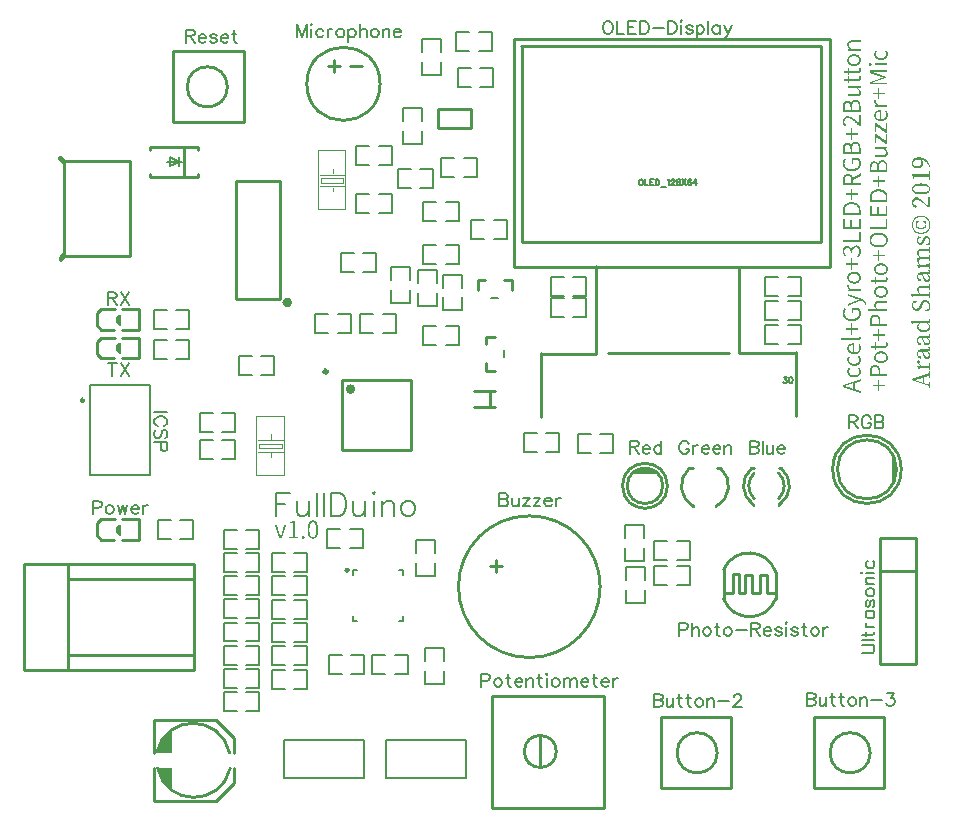
<source format=gto>
G04 Layer: TopSilkLayer*
G04 EasyEDA v6.4.7, 2020-10-11T20:05:18--4:00*
G04 e6b0d2e49f2c434995fed72e9f85cac0,1eb4b4baf0c945e885b29d49d8d6ac6e,10*
G04 Gerber Generator version 0.2*
G04 Scale: 100 percent, Rotated: No, Reflected: No *
G04 Dimensions in millimeters *
G04 leading zeros omitted , absolute positions ,3 integer and 3 decimal *
%FSLAX33Y33*%
%MOMM*%
G90*
D02*

%ADD10C,0.254000*%
%ADD12C,0.200000*%
%ADD46C,0.100000*%
%ADD47C,0.101600*%
%ADD48C,0.127000*%
%ADD49C,0.200660*%
%ADD50C,0.150114*%
%ADD51C,0.203200*%
%ADD52C,0.399999*%
%ADD53C,0.299999*%
%ADD54C,0.152400*%

%LPD*%
G54D12*
G01X13826Y18251D02*
G01X12726Y18251D01*
G01X12726Y19852D01*
G01X13826Y19852D01*
G01X14626Y18251D02*
G01X15726Y18251D01*
G01X15726Y19251D01*
G01X15726Y19852D01*
G01X14626Y19852D01*
G01X14626Y21814D02*
G01X15726Y21814D01*
G01X15726Y20214D01*
G01X14626Y20214D01*
G01X13826Y21814D02*
G01X12726Y21814D01*
G01X12726Y20814D01*
G01X12726Y20214D01*
G01X13826Y20214D01*
G01X14626Y23777D02*
G01X15726Y23777D01*
G01X15726Y22177D01*
G01X14626Y22177D01*
G01X13826Y23777D02*
G01X12726Y23777D01*
G01X12726Y22777D01*
G01X12726Y22177D01*
G01X13826Y22177D01*
G01X15895Y40426D02*
G01X16995Y40426D01*
G01X16995Y38825D01*
G01X15895Y38825D01*
G01X15095Y40426D02*
G01X13995Y40426D01*
G01X13995Y39426D01*
G01X13995Y38825D01*
G01X15095Y38825D01*
G01X12593Y35600D02*
G01X13693Y35600D01*
G01X13693Y33999D01*
G01X12593Y33999D01*
G01X11793Y35600D02*
G01X10693Y35600D01*
G01X10693Y34600D01*
G01X10693Y33999D01*
G01X11793Y33999D01*
G01X12593Y33314D02*
G01X13693Y33314D01*
G01X13693Y31713D01*
G01X12593Y31713D01*
G01X11793Y33314D02*
G01X10693Y33314D01*
G01X10693Y32314D01*
G01X10693Y31713D01*
G01X11793Y31713D01*
G54D46*
G01X16748Y33841D02*
G01X16748Y33441D01*
G01X17748Y33341D02*
G01X15648Y33341D01*
G01X17648Y33041D02*
G01X15748Y33041D01*
G01X15748Y32641D01*
G01X17648Y32641D01*
G01X17648Y33041D01*
G01X17748Y32341D02*
G01X15648Y32341D01*
G01X16748Y32241D02*
G01X16748Y31941D01*
G54D47*
G01X15497Y35407D02*
G01X15497Y30409D01*
G01X17799Y30408D02*
G01X17799Y35409D01*
G01X17795Y30409D02*
G01X15497Y30409D01*
G01X17795Y35407D02*
G01X15497Y35407D01*
G54D12*
G01X21573Y42381D02*
G01X20473Y42381D01*
G01X20473Y43982D01*
G01X21573Y43982D01*
G01X22373Y42381D02*
G01X23473Y42381D01*
G01X23473Y43381D01*
G01X23473Y43982D01*
G01X22373Y43982D01*
G01X26182Y43982D02*
G01X27282Y43982D01*
G01X27282Y42381D01*
G01X26182Y42381D01*
G01X25382Y43982D02*
G01X24282Y43982D01*
G01X24282Y42982D01*
G01X24282Y42381D01*
G01X25382Y42381D01*
G54D10*
G01X14223Y45318D02*
G01X17477Y45318D01*
G01X17477Y55269D01*
G01X13794Y55269D01*
G01X13794Y45318D01*
G01X14223Y45318D01*
G54D12*
G01X13826Y16289D02*
G01X12726Y16289D01*
G01X12726Y17889D01*
G01X13826Y17889D01*
G01X14626Y16289D02*
G01X15726Y16289D01*
G01X15726Y17289D01*
G01X15726Y17889D01*
G01X14626Y17889D01*
G54D46*
G01X21955Y56320D02*
G01X21955Y55920D01*
G01X22955Y55820D02*
G01X20855Y55820D01*
G01X22855Y55520D02*
G01X20955Y55520D01*
G01X20955Y55120D01*
G01X22855Y55120D01*
G01X22855Y55520D01*
G01X22955Y54820D02*
G01X20855Y54820D01*
G01X21955Y54720D02*
G01X21955Y54420D01*
G54D47*
G01X20704Y57886D02*
G01X20704Y52888D01*
G01X23006Y52887D02*
G01X23006Y57888D01*
G01X23002Y52888D02*
G01X20704Y52888D01*
G01X23002Y57886D02*
G01X20704Y57886D01*
G54D12*
G01X25065Y52541D02*
G01X23965Y52541D01*
G01X23965Y54142D01*
G01X25065Y54142D01*
G01X25865Y52541D02*
G01X26965Y52541D01*
G01X26965Y53541D01*
G01X26965Y54142D01*
G01X25865Y54142D01*
G01X25065Y56605D02*
G01X23965Y56605D01*
G01X23965Y58206D01*
G01X25065Y58206D01*
G01X25865Y56605D02*
G01X26965Y56605D01*
G01X26965Y57605D01*
G01X26965Y58206D01*
G01X25865Y58206D01*
G54D10*
G01X4775Y48961D02*
G01X-725Y48961D01*
G01X-734Y48971D02*
G01X-1155Y48583D01*
G01X-1155Y48877D01*
G01X-825Y49182D01*
G01X-825Y56809D01*
G01X-1206Y57165D01*
G01X-1206Y57329D01*
G01X-1155Y57329D01*
G01X-734Y56971D01*
G01X4765Y56961D02*
G01X-734Y56961D01*
G01X4775Y48961D02*
G01X4775Y56961D01*
G54D48*
G01X7883Y56898D02*
G01X9153Y56898D01*
G01X8137Y56898D02*
G01X8137Y56517D01*
G01X8137Y56517D02*
G01X8899Y56898D01*
G01X8899Y56898D02*
G01X8899Y56517D01*
G01X8137Y56898D02*
G01X8137Y57279D01*
G01X8137Y57279D02*
G01X8899Y56898D01*
G01X8899Y56898D02*
G01X8899Y57279D01*
G54D10*
G01X6519Y55648D02*
G01X6519Y55898D01*
G01X6519Y57898D02*
G01X6519Y58147D01*
G01X10517Y55648D02*
G01X6519Y55648D01*
G01X10517Y55648D02*
G01X10517Y55898D01*
G01X10517Y57898D02*
G01X10517Y58147D01*
G01X6519Y58147D02*
G01X10517Y58147D01*
G01X9374Y58142D02*
G01X9374Y55653D01*
G54D49*
G01X24566Y4723D02*
G01X17865Y4723D01*
G01X17865Y7972D01*
G01X24566Y7972D01*
G01X24566Y4723D01*
G54D12*
G01X14626Y12001D02*
G01X15726Y12001D01*
G01X15726Y10401D01*
G01X14626Y10401D01*
G01X13826Y12001D02*
G01X12726Y12001D01*
G01X12726Y11001D01*
G01X12726Y10401D01*
G01X13826Y10401D01*
G54D10*
G01X-4166Y13854D02*
G01X-4166Y22854D01*
G01X-4166Y22854D02*
G01X10233Y22854D01*
G01X10233Y22854D02*
G01X10233Y13854D01*
G01X10233Y13854D02*
G01X-4166Y13854D01*
G01X-466Y13854D02*
G01X-466Y22854D01*
G01X-386Y15154D02*
G01X10233Y15154D01*
G01X-386Y21554D02*
G01X10233Y21554D01*
G01X6796Y5590D02*
G01X6796Y2796D01*
G01X12067Y2796D01*
G01X13591Y4320D01*
G01X13591Y5590D01*
G01X6796Y6860D02*
G01X6796Y9654D01*
G01X12067Y9654D01*
G01X13591Y8130D01*
G01X13591Y6860D01*
G54D12*
G01X48427Y20684D02*
G01X48427Y19584D01*
G01X46826Y19584D01*
G01X46826Y20684D01*
G01X48427Y21484D02*
G01X48427Y22584D01*
G01X47427Y22584D01*
G01X46826Y22584D01*
G01X46826Y21484D01*
G54D10*
G01X69404Y32003D02*
G01X69404Y29773D01*
G54D12*
G01X60472Y47157D02*
G01X61573Y47157D01*
G01X61573Y45556D01*
G01X60472Y45556D01*
G01X59673Y47157D02*
G01X58573Y47157D01*
G01X58573Y46157D01*
G01X58573Y45556D01*
G01X59673Y45556D01*
G01X59673Y43524D02*
G01X58573Y43524D01*
G01X58573Y45125D01*
G01X59673Y45125D01*
G01X60472Y43524D02*
G01X61573Y43524D01*
G01X61573Y44524D01*
G01X61573Y45125D01*
G01X60472Y45125D01*
G01X59673Y41492D02*
G01X58573Y41492D01*
G01X58573Y43093D01*
G01X59673Y43093D01*
G01X60472Y41492D02*
G01X61573Y41492D01*
G01X61573Y42492D01*
G01X61573Y43093D01*
G01X60472Y43093D01*
G54D10*
G01X33682Y61394D02*
G01X33682Y59768D01*
G01X30837Y59768D02*
G01X30837Y61394D01*
G01X31726Y61394D02*
G01X32793Y61394D01*
G01X31828Y59768D02*
G01X31726Y59768D01*
G01X32793Y59768D02*
G01X32691Y59768D01*
G01X30939Y59768D02*
G01X30837Y59768D01*
G01X33682Y59768D02*
G01X33580Y59768D01*
G01X33580Y61394D02*
G01X33682Y61394D01*
G01X30837Y61394D02*
G01X30939Y61394D01*
G01X33682Y59768D02*
G01X30837Y59768D01*
G01X30837Y61394D02*
G01X33098Y61394D01*
G01X33682Y61394D01*
G54D12*
G01X29554Y66187D02*
G01X29554Y67287D01*
G01X31155Y67287D01*
G01X31155Y66187D01*
G01X29554Y65387D02*
G01X29554Y64287D01*
G01X30554Y64287D01*
G01X31155Y64287D01*
G01X31155Y65387D01*
G01X33511Y66257D02*
G01X32411Y66257D01*
G01X32411Y67858D01*
G01X33511Y67858D01*
G01X34311Y66257D02*
G01X35411Y66257D01*
G01X35411Y67257D01*
G01X35411Y67858D01*
G01X34311Y67858D01*
G01X33638Y63209D02*
G01X32538Y63209D01*
G01X32538Y64810D01*
G01X33638Y64810D01*
G01X34438Y63209D02*
G01X35538Y63209D01*
G01X35538Y64209D01*
G01X35538Y64810D01*
G01X34438Y64810D01*
G01X33040Y57190D02*
G01X34140Y57190D01*
G01X34140Y55589D01*
G01X33040Y55589D01*
G01X32240Y57190D02*
G01X31140Y57190D01*
G01X31140Y56190D01*
G01X31140Y55589D01*
G01X32240Y55589D01*
G01X31516Y53507D02*
G01X32616Y53507D01*
G01X32616Y51906D01*
G01X31516Y51906D01*
G01X30716Y53507D02*
G01X29616Y53507D01*
G01X29616Y52507D01*
G01X29616Y51906D01*
G01X30716Y51906D01*
G01X29357Y56301D02*
G01X30457Y56301D01*
G01X30457Y54700D01*
G01X29357Y54700D01*
G01X28557Y56301D02*
G01X27457Y56301D01*
G01X27457Y55301D01*
G01X27457Y54700D01*
G01X28557Y54700D01*
G01X29504Y59546D02*
G01X29504Y58446D01*
G01X27903Y58446D01*
G01X27903Y59546D01*
G01X29504Y60346D02*
G01X29504Y61446D01*
G01X28504Y61446D01*
G01X27903Y61446D01*
G01X27903Y60346D01*
G01X14626Y25740D02*
G01X15726Y25740D01*
G01X15726Y24140D01*
G01X14626Y24140D01*
G01X13826Y25740D02*
G01X12726Y25740D01*
G01X12726Y24740D01*
G01X12726Y24140D01*
G01X13826Y24140D01*
G01X39226Y32348D02*
G01X38126Y32348D01*
G01X38126Y33949D01*
G01X39226Y33949D01*
G01X40026Y32348D02*
G01X41126Y32348D01*
G01X41126Y33348D01*
G01X41126Y33949D01*
G01X40026Y33949D01*
G01X43798Y32221D02*
G01X42698Y32221D01*
G01X42698Y33822D01*
G01X43798Y33822D01*
G01X44598Y32221D02*
G01X45698Y32221D01*
G01X45698Y33221D01*
G01X45698Y33822D01*
G01X44598Y33822D01*
G01X18689Y23789D02*
G01X19789Y23789D01*
G01X19789Y22188D01*
G01X18689Y22188D01*
G01X17889Y23789D02*
G01X16789Y23789D01*
G01X16789Y22789D01*
G01X16789Y22188D01*
G01X17889Y22188D01*
G01X18689Y21807D02*
G01X19789Y21807D01*
G01X19789Y20207D01*
G01X18689Y20207D01*
G01X17889Y21807D02*
G01X16789Y21807D01*
G01X16789Y20807D01*
G01X16789Y20207D01*
G01X17889Y20207D01*
G01X42311Y47157D02*
G01X43411Y47157D01*
G01X43411Y45556D01*
G01X42311Y45556D01*
G01X41511Y47157D02*
G01X40411Y47157D01*
G01X40411Y46157D01*
G01X40411Y45556D01*
G01X41511Y45556D01*
G01X24531Y49189D02*
G01X25631Y49189D01*
G01X25631Y47588D01*
G01X24531Y47588D01*
G01X23731Y49189D02*
G01X22631Y49189D01*
G01X22631Y48189D01*
G01X22631Y47588D01*
G01X23731Y47588D01*
G01X31516Y49824D02*
G01X32616Y49824D01*
G01X32616Y48223D01*
G01X31516Y48223D01*
G01X30716Y49824D02*
G01X29616Y49824D01*
G01X29616Y48824D01*
G01X29616Y48223D01*
G01X30716Y48223D01*
G54D10*
G01X33911Y37492D02*
G01X34292Y37492D01*
G01X34292Y37492D02*
G01X35689Y37492D01*
G01X33911Y36171D02*
G01X34292Y36171D01*
G01X34292Y36171D02*
G01X35689Y36171D01*
G01X35300Y37432D02*
G01X35300Y36211D01*
G54D12*
G01X30717Y41365D02*
G01X29617Y41365D01*
G01X29617Y42966D01*
G01X30717Y42966D01*
G01X31517Y41365D02*
G01X32617Y41365D01*
G01X32617Y42365D01*
G01X32617Y42966D01*
G01X31517Y42966D01*
G01X35580Y51983D02*
G01X36680Y51983D01*
G01X36680Y50382D01*
G01X35580Y50382D01*
G01X34780Y51983D02*
G01X33680Y51983D01*
G01X33680Y50983D01*
G01X33680Y50382D01*
G01X34780Y50382D01*
G54D49*
G01X33202Y4723D02*
G01X26501Y4723D01*
G01X26501Y7972D01*
G01X33202Y7972D01*
G01X33202Y4723D01*
G54D12*
G01X13826Y12363D02*
G01X12726Y12363D01*
G01X12726Y13963D01*
G01X13826Y13963D01*
G01X14626Y12363D02*
G01X15726Y12363D01*
G01X15726Y13363D01*
G01X15726Y13963D01*
G01X14626Y13963D01*
G01X18689Y13883D02*
G01X19789Y13883D01*
G01X19789Y12282D01*
G01X18689Y12282D01*
G01X17889Y13883D02*
G01X16789Y13883D01*
G01X16789Y12883D01*
G01X16789Y12282D01*
G01X17889Y12282D01*
G01X17889Y14264D02*
G01X16789Y14264D01*
G01X16789Y15864D01*
G01X17889Y15864D01*
G01X18689Y14264D02*
G01X19789Y14264D01*
G01X19789Y15264D01*
G01X19789Y15864D01*
G01X18689Y15864D01*
G01X14626Y15926D02*
G01X15726Y15926D01*
G01X15726Y14326D01*
G01X14626Y14326D01*
G01X13826Y15926D02*
G01X12726Y15926D01*
G01X12726Y14926D01*
G01X12726Y14326D01*
G01X13826Y14326D01*
G54D10*
G01X36489Y46879D02*
G01X37148Y46879D01*
G01X36489Y46879D01*
G01X37148Y46879D01*
G01X37148Y46064D01*
G01X34229Y46064D02*
G01X34229Y46879D01*
G01X34888Y46879D01*
G54D12*
G01X35389Y45330D02*
G01X35988Y45330D01*
G54D10*
G01X34912Y41442D02*
G01X34912Y42101D01*
G01X34912Y41442D01*
G01X34912Y42101D01*
G01X35727Y42101D01*
G01X35727Y39182D02*
G01X34912Y39182D01*
G01X34912Y39841D01*
G54D12*
G01X36461Y40342D02*
G01X36461Y40941D01*
G01X32933Y45449D02*
G01X32933Y44349D01*
G01X31332Y44349D01*
G01X31332Y45449D01*
G01X32933Y46249D02*
G01X32933Y47349D01*
G01X31933Y47349D01*
G01X31332Y47349D01*
G01X31332Y46249D01*
G01X28488Y46084D02*
G01X28488Y44984D01*
G01X26887Y44984D01*
G01X26887Y46084D01*
G01X28488Y46884D02*
G01X28488Y47984D01*
G01X27488Y47984D01*
G01X26887Y47984D01*
G01X26887Y46884D01*
G01X42311Y45379D02*
G01X43411Y45379D01*
G01X43411Y43778D01*
G01X42311Y43778D01*
G01X41511Y45379D02*
G01X40411Y45379D01*
G01X40411Y44379D01*
G01X40411Y43778D01*
G01X41511Y43778D01*
G01X29173Y46629D02*
G01X29173Y47729D01*
G01X30774Y47729D01*
G01X30774Y46629D01*
G01X29173Y45829D02*
G01X29173Y44729D01*
G01X30173Y44729D01*
G01X30774Y44729D01*
G01X30774Y45829D01*
G01X23632Y21932D02*
G01X23632Y22332D01*
G01X24032Y22332D01*
G01X27533Y22332D02*
G01X27933Y22332D01*
G01X27933Y21932D01*
G01X27533Y18032D02*
G01X27933Y18032D01*
G01X27933Y18432D01*
G01X24032Y18032D02*
G01X23632Y18032D01*
G01X23632Y18432D01*
G01X23388Y25821D02*
G01X24488Y25821D01*
G01X24488Y24220D01*
G01X23388Y24220D01*
G01X22588Y25821D02*
G01X21488Y25821D01*
G01X21488Y24821D01*
G01X21488Y24220D01*
G01X22588Y24220D01*
G01X29046Y23769D02*
G01X29046Y24869D01*
G01X30647Y24869D01*
G01X30647Y23769D01*
G01X29046Y22969D02*
G01X29046Y21869D01*
G01X30046Y21869D01*
G01X30647Y21869D01*
G01X30647Y22969D01*
G01X31409Y13826D02*
G01X31409Y12726D01*
G01X29808Y12726D01*
G01X29808Y13826D01*
G01X31409Y14626D02*
G01X31409Y15726D01*
G01X30409Y15726D01*
G01X29808Y15726D01*
G01X29808Y14626D01*
G01X22716Y13552D02*
G01X21616Y13552D01*
G01X21616Y15153D01*
G01X22716Y15153D01*
G01X23516Y13552D02*
G01X24616Y13552D01*
G01X24616Y14552D01*
G01X24616Y15153D01*
G01X23516Y15153D01*
G01X27198Y15153D02*
G01X28298Y15153D01*
G01X28298Y13552D01*
G01X27198Y13552D01*
G01X26398Y15153D02*
G01X25298Y15153D01*
G01X25298Y14153D01*
G01X25298Y13552D01*
G01X26398Y13552D01*
G01X18689Y17845D02*
G01X19789Y17845D01*
G01X19789Y16245D01*
G01X18689Y16245D01*
G01X17889Y17845D02*
G01X16789Y17845D01*
G01X16789Y16845D01*
G01X16789Y16245D01*
G01X17889Y16245D01*
G01X17889Y18226D02*
G01X16789Y18226D01*
G01X16789Y19826D01*
G01X17889Y19826D01*
G01X18689Y18226D02*
G01X19789Y18226D01*
G01X19789Y19226D01*
G01X19789Y19826D01*
G01X18689Y19826D01*
G01X46699Y25039D02*
G01X46699Y26139D01*
G01X48300Y26139D01*
G01X48300Y25039D01*
G01X46699Y24239D02*
G01X46699Y23139D01*
G01X47699Y23139D01*
G01X48300Y23139D01*
G01X48300Y24239D01*
G01X51074Y24805D02*
G01X52174Y24805D01*
G01X52174Y23204D01*
G01X51074Y23204D01*
G01X50274Y24805D02*
G01X49174Y24805D01*
G01X49174Y23805D01*
G01X49174Y23204D01*
G01X50274Y23204D01*
G01X51074Y22646D02*
G01X52174Y22646D01*
G01X52174Y21045D01*
G01X51074Y21045D01*
G01X50274Y22646D02*
G01X49174Y22646D01*
G01X49174Y21646D01*
G01X49174Y21045D01*
G01X50274Y21045D01*
G54D10*
G01X28605Y38397D02*
G01X22706Y38397D01*
G01X22706Y32497D01*
G01X28605Y32497D01*
G01X28605Y38397D01*
G54D12*
G01X8720Y41823D02*
G01X9820Y41823D01*
G01X9820Y40222D01*
G01X8720Y40222D01*
G01X7920Y41823D02*
G01X6820Y41823D01*
G01X6820Y40823D01*
G01X6820Y40222D01*
G01X7920Y40222D01*
G01X8720Y44363D02*
G01X9820Y44363D01*
G01X9820Y42762D01*
G01X8720Y42762D01*
G01X7920Y44363D02*
G01X6820Y44363D01*
G01X6820Y43363D01*
G01X6820Y42762D01*
G01X7920Y42762D01*
G01X8238Y24982D02*
G01X7138Y24982D01*
G01X7138Y26583D01*
G01X8238Y26583D01*
G01X9038Y24982D02*
G01X10138Y24982D01*
G01X10138Y25982D01*
G01X10138Y26583D01*
G01X9038Y26583D01*
G54D10*
G01X8433Y66248D02*
G01X14433Y66248D01*
G01X14433Y60248D01*
G01X8433Y60248D01*
G01X8433Y66248D01*
G01X5546Y42013D02*
G01X4073Y42013D01*
G01X5546Y40286D02*
G01X4073Y40286D01*
G01X5546Y40286D02*
G01X5546Y42013D01*
G01X3489Y42013D02*
G01X2321Y42013D01*
G01X3464Y40286D02*
G01X2321Y40286D01*
G01X2321Y40286D02*
G01X1965Y40642D01*
G01X1965Y41658D01*
G01X2321Y42013D01*
G54D50*
G01X3921Y40769D02*
G01X3921Y41556D01*
G01X3667Y41302D01*
G01X3667Y40946D01*
G01X3921Y40692D01*
G01X3921Y40921D01*
G01X3794Y41378D02*
G01X3794Y40870D01*
G54D10*
G01X5546Y44426D02*
G01X4073Y44426D01*
G01X5546Y42699D02*
G01X4073Y42699D01*
G01X5546Y42699D02*
G01X5546Y44426D01*
G01X3489Y44426D02*
G01X2321Y44426D01*
G01X3464Y42699D02*
G01X2321Y42699D01*
G01X2321Y42699D02*
G01X1965Y43055D01*
G01X1965Y44071D01*
G01X2321Y44426D01*
G54D50*
G01X3921Y43182D02*
G01X3921Y43969D01*
G01X3667Y43715D01*
G01X3667Y43359D01*
G01X3921Y43105D01*
G01X3921Y43334D01*
G01X3794Y43791D02*
G01X3794Y43283D01*
G54D10*
G01X5546Y26646D02*
G01X4073Y26646D01*
G01X5546Y24919D02*
G01X4073Y24919D01*
G01X5546Y24919D02*
G01X5546Y26646D01*
G01X3489Y26646D02*
G01X2321Y26646D01*
G01X3464Y24919D02*
G01X2321Y24919D01*
G01X2321Y24919D02*
G01X1965Y25275D01*
G01X1965Y26291D01*
G01X2321Y26646D01*
G54D50*
G01X3921Y25402D02*
G01X3921Y26189D01*
G01X3667Y25935D01*
G01X3667Y25579D01*
G01X3921Y25325D01*
G01X3921Y25554D01*
G01X3794Y26011D02*
G01X3794Y25503D01*
G54D10*
G01X39526Y5632D02*
G01X39526Y8343D01*
G01X35417Y11710D02*
G01X44917Y11710D01*
G01X44917Y2210D01*
G01X35417Y2210D01*
G01X35417Y11710D01*
G01X35295Y22704D02*
G01X36311Y22704D01*
G01X35803Y23212D02*
G01X35803Y22196D01*
G01X55707Y3860D02*
G01X49707Y3860D01*
G01X49707Y9860D01*
G01X55707Y9860D01*
G01X55707Y3860D01*
G01X68661Y3860D02*
G01X62661Y3860D01*
G01X62661Y9860D01*
G01X68661Y9860D01*
G01X68661Y3860D01*
G01X59452Y20383D02*
G01X58752Y20383D01*
G01X58752Y21883D01*
G01X58152Y21883D01*
G01X58152Y20383D01*
G01X57452Y20383D01*
G01X57452Y21883D01*
G01X56852Y21883D01*
G01X56852Y20383D01*
G01X56352Y20383D01*
G01X56352Y21983D01*
G01X55852Y21983D01*
G01X55852Y20383D01*
G01X55052Y20383D01*
G01X59452Y22183D02*
G01X59452Y19883D01*
G01X55052Y22383D02*
G01X55052Y19883D01*
G01X21528Y65026D02*
G01X22544Y65026D01*
G01X22036Y64518D02*
G01X22036Y65534D01*
G01X24449Y65026D02*
G01X23433Y65026D01*
G01X39574Y35277D02*
G01X39574Y40677D01*
G01X61174Y35377D02*
G01X61174Y40777D01*
G01X39580Y40638D02*
G01X44280Y40638D01*
G01X44280Y48038D01*
G01X61180Y40738D02*
G01X56380Y40738D01*
G01X56380Y47938D01*
G01X37980Y66738D02*
G01X63280Y66738D01*
G01X63280Y50138D01*
G01X37980Y50138D01*
G01X37980Y66638D01*
G01X37880Y66738D01*
G01X38180Y66738D01*
G01X38580Y66738D01*
G01X45280Y40738D02*
G01X55480Y40738D01*
G01X37321Y67278D02*
G01X64021Y67278D01*
G01X64021Y48018D01*
G01X37321Y48018D01*
G01X37321Y67278D01*
G01X71376Y25021D02*
G01X71376Y14353D01*
G01X68328Y14353D01*
G01X68328Y25021D01*
G01X71376Y25021D01*
G01X71376Y22227D02*
G01X68328Y22227D01*
G01X47627Y30736D02*
G01X49151Y30736D01*
G01X47500Y30609D02*
G01X49278Y30609D01*
G01X54791Y30966D02*
G01X54519Y30966D01*
G01X52418Y30966D02*
G01X52146Y30966D01*
G01X59922Y30966D02*
G01X59700Y30966D01*
G01X57651Y30966D02*
G01X57430Y30966D01*
G54D51*
G01X1399Y30355D02*
G01X6479Y30355D01*
G01X6479Y37975D01*
G01X1399Y37975D01*
G01X1399Y30355D01*
G01X1399Y35223D01*

%LPD*%
G36*
G01X71647Y57282D02*
G01X71591Y57284D01*
G01X71525Y57282D01*
G01X71462Y57275D01*
G01X71403Y57265D01*
G01X71347Y57251D01*
G01X71294Y57233D01*
G01X71245Y57212D01*
G01X71201Y57187D01*
G01X71160Y57159D01*
G01X71124Y57127D01*
G01X71092Y57092D01*
G01X71064Y57053D01*
G01X71041Y57011D01*
G01X71023Y56967D01*
G01X71010Y56919D01*
G01X71002Y56869D01*
G01X71000Y56816D01*
G01X71004Y56749D01*
G01X71015Y56686D01*
G01X71034Y56627D01*
G01X71059Y56572D01*
G01X71091Y56523D01*
G01X71130Y56478D01*
G01X71174Y56440D01*
G01X71224Y56407D01*
G01X71279Y56381D01*
G01X71340Y56362D01*
G01X71405Y56350D01*
G01X71475Y56346D01*
G01X71542Y56350D01*
G01X71604Y56362D01*
G01X71662Y56380D01*
G01X71714Y56405D01*
G01X71762Y56436D01*
G01X71803Y56472D01*
G01X71839Y56513D01*
G01X71869Y56559D01*
G01X71893Y56609D01*
G01X71910Y56662D01*
G01X71921Y56718D01*
G01X71924Y56776D01*
G01X71917Y56863D01*
G01X71895Y56941D01*
G01X71860Y57011D01*
G01X71812Y57073D01*
G01X71872Y57061D01*
G01X71929Y57046D01*
G01X71984Y57029D01*
G01X72036Y57007D01*
G01X72087Y56983D01*
G01X72134Y56954D01*
G01X72180Y56922D01*
G01X72224Y56887D01*
G01X72265Y56847D01*
G01X72304Y56804D01*
G01X72341Y56756D01*
G01X72375Y56704D01*
G01X72408Y56648D01*
G01X72437Y56588D01*
G01X72465Y56523D01*
G01X72491Y56453D01*
G01X72559Y56471D01*
G01X72541Y56540D01*
G01X72520Y56606D01*
G01X72497Y56669D01*
G01X72471Y56728D01*
G01X72443Y56785D01*
G01X72412Y56838D01*
G01X72380Y56888D01*
G01X72346Y56935D01*
G01X72310Y56978D01*
G01X72272Y57018D01*
G01X72232Y57056D01*
G01X72190Y57091D01*
G01X72148Y57122D01*
G01X72103Y57150D01*
G01X72057Y57176D01*
G01X72009Y57199D01*
G01X71961Y57220D01*
G01X71911Y57236D01*
G01X71860Y57251D01*
G01X71808Y57263D01*
G01X71755Y57272D01*
G01X71701Y57279D01*
G01X71647Y57282D01*
G37*

%LPC*%
G36*
G01X71636Y57087D02*
G01X71609Y57088D01*
G01X71523Y57085D01*
G01X71444Y57079D01*
G01X71374Y57068D01*
G01X71312Y57052D01*
G01X71258Y57033D01*
G01X71211Y57010D01*
G01X71172Y56984D01*
G01X71141Y56954D01*
G01X71116Y56922D01*
G01X71100Y56887D01*
G01X71090Y56849D01*
G01X71086Y56809D01*
G01X71092Y56755D01*
G01X71109Y56704D01*
G01X71138Y56658D01*
G01X71178Y56618D01*
G01X71230Y56584D01*
G01X71293Y56559D01*
G01X71367Y56542D01*
G01X71452Y56537D01*
G01X71536Y56543D01*
G01X71609Y56560D01*
G01X71670Y56588D01*
G01X71719Y56624D01*
G01X71757Y56669D01*
G01X71783Y56720D01*
G01X71800Y56777D01*
G01X71805Y56839D01*
G01X71799Y56908D01*
G01X71783Y56972D01*
G01X71754Y57030D01*
G01X71713Y57083D01*
G01X71688Y57085D01*
G01X71636Y57087D01*
G37*

%LPD*%
G36*
G01X72519Y56148D02*
G01X72450Y56148D01*
G01X72404Y55836D01*
G01X72316Y55834D01*
G01X72227Y55832D01*
G01X72138Y55831D01*
G01X71350Y55831D01*
G01X71030Y55841D01*
G01X71007Y55810D01*
G01X71127Y55353D01*
G01X71203Y55353D01*
G01X71175Y55648D01*
G01X72138Y55648D01*
G01X72227Y55647D01*
G01X72316Y55647D01*
G01X72404Y55645D01*
G01X72450Y55328D01*
G01X72519Y55328D01*
G01X72519Y56148D01*
G37*

%LPD*%
G36*
G01X71865Y55066D02*
G01X71762Y55069D01*
G01X71662Y55066D01*
G01X71569Y55059D01*
G01X71485Y55046D01*
G01X71408Y55030D01*
G01X71338Y55009D01*
G01X71276Y54984D01*
G01X71221Y54956D01*
G01X71172Y54925D01*
G01X71130Y54891D01*
G01X71094Y54855D01*
G01X71064Y54817D01*
G01X71040Y54777D01*
G01X71022Y54736D01*
G01X71010Y54693D01*
G01X71002Y54650D01*
G01X71000Y54606D01*
G01X71002Y54562D01*
G01X71010Y54518D01*
G01X71022Y54474D01*
G01X71040Y54432D01*
G01X71064Y54392D01*
G01X71094Y54353D01*
G01X71130Y54316D01*
G01X71172Y54282D01*
G01X71221Y54250D01*
G01X71276Y54222D01*
G01X71338Y54197D01*
G01X71408Y54176D01*
G01X71485Y54159D01*
G01X71569Y54147D01*
G01X71662Y54139D01*
G01X71762Y54137D01*
G01X71865Y54139D01*
G01X71961Y54147D01*
G01X72048Y54159D01*
G01X72127Y54176D01*
G01X72199Y54197D01*
G01X72263Y54222D01*
G01X72320Y54250D01*
G01X72370Y54282D01*
G01X72413Y54316D01*
G01X72450Y54353D01*
G01X72480Y54392D01*
G01X72505Y54432D01*
G01X72524Y54474D01*
G01X72536Y54518D01*
G01X72544Y54562D01*
G01X72546Y54606D01*
G01X72544Y54650D01*
G01X72536Y54693D01*
G01X72524Y54736D01*
G01X72505Y54777D01*
G01X72480Y54817D01*
G01X72450Y54855D01*
G01X72413Y54891D01*
G01X72370Y54925D01*
G01X72320Y54956D01*
G01X72263Y54984D01*
G01X72199Y55009D01*
G01X72127Y55030D01*
G01X72048Y55046D01*
G01X71961Y55059D01*
G01X71865Y55066D01*
G37*

%LPC*%
G36*
G01X71892Y54868D02*
G01X71762Y54871D01*
G01X71636Y54868D01*
G01X71526Y54860D01*
G01X71431Y54849D01*
G01X71350Y54832D01*
G01X71282Y54813D01*
G01X71225Y54790D01*
G01X71179Y54764D01*
G01X71144Y54736D01*
G01X71118Y54705D01*
G01X71101Y54673D01*
G01X71092Y54640D01*
G01X71088Y54606D01*
G01X71092Y54571D01*
G01X71101Y54537D01*
G01X71118Y54504D01*
G01X71144Y54473D01*
G01X71179Y54444D01*
G01X71225Y54417D01*
G01X71282Y54394D01*
G01X71350Y54373D01*
G01X71431Y54357D01*
G01X71526Y54345D01*
G01X71636Y54337D01*
G01X71762Y54335D01*
G01X71861Y54336D01*
G01X71952Y54341D01*
G01X72033Y54347D01*
G01X72106Y54357D01*
G01X72171Y54369D01*
G01X72228Y54383D01*
G01X72278Y54399D01*
G01X72321Y54417D01*
G01X72357Y54437D01*
G01X72387Y54458D01*
G01X72412Y54480D01*
G01X72431Y54504D01*
G01X72445Y54529D01*
G01X72456Y54554D01*
G01X72461Y54580D01*
G01X72463Y54606D01*
G01X72460Y54640D01*
G01X72449Y54673D01*
G01X72431Y54705D01*
G01X72404Y54736D01*
G01X72367Y54764D01*
G01X72320Y54790D01*
G01X72261Y54813D01*
G01X72189Y54832D01*
G01X72104Y54849D01*
G01X72006Y54860D01*
G01X71892Y54868D01*
G37*

%LPD*%
G36*
G01X72519Y53954D02*
G01X72346Y53954D01*
G01X72346Y53181D01*
G01X72267Y53258D01*
G01X72194Y53329D01*
G01X72129Y53392D01*
G01X72077Y53443D01*
G01X71994Y53522D01*
G01X71919Y53592D01*
G01X71850Y53654D01*
G01X71787Y53708D01*
G01X71730Y53754D01*
G01X71677Y53792D01*
G01X71626Y53824D01*
G01X71579Y53849D01*
G01X71532Y53867D01*
G01X71487Y53880D01*
G01X71441Y53888D01*
G01X71393Y53890D01*
G01X71337Y53888D01*
G01X71284Y53879D01*
G01X71234Y53866D01*
G01X71189Y53846D01*
G01X71147Y53822D01*
G01X71110Y53791D01*
G01X71077Y53754D01*
G01X71050Y53711D01*
G01X71029Y53662D01*
G01X71013Y53607D01*
G01X71003Y53545D01*
G01X71000Y53476D01*
G01X71002Y53421D01*
G01X71009Y53368D01*
G01X71020Y53317D01*
G01X71037Y53269D01*
G01X71058Y53223D01*
G01X71083Y53181D01*
G01X71114Y53143D01*
G01X71148Y53109D01*
G01X71188Y53081D01*
G01X71232Y53058D01*
G01X71282Y53040D01*
G01X71335Y53029D01*
G01X71363Y53049D01*
G01X71385Y53074D01*
G01X71398Y53104D01*
G01X71403Y53138D01*
G01X71396Y53177D01*
G01X71372Y53210D01*
G01X71328Y53237D01*
G01X71264Y53260D01*
G01X71101Y53303D01*
G01X71095Y53338D01*
G01X71090Y53370D01*
G01X71087Y53398D01*
G01X71086Y53423D01*
G01X71092Y53483D01*
G01X71109Y53537D01*
G01X71136Y53583D01*
G01X71173Y53623D01*
G01X71219Y53654D01*
G01X71273Y53678D01*
G01X71335Y53692D01*
G01X71403Y53697D01*
G01X71448Y53695D01*
G01X71492Y53688D01*
G01X71537Y53678D01*
G01X71582Y53663D01*
G01X71628Y53643D01*
G01X71675Y53619D01*
G01X71723Y53590D01*
G01X71774Y53557D01*
G01X71826Y53519D01*
G01X71880Y53477D01*
G01X71938Y53429D01*
G01X71998Y53377D01*
G01X72041Y53340D01*
G01X72086Y53301D01*
G01X72132Y53260D01*
G01X72180Y53218D01*
G01X72229Y53174D01*
G01X72279Y53130D01*
G01X72330Y53085D01*
G01X72381Y53039D01*
G01X72519Y53039D01*
G01X72519Y53954D01*
G37*

%LPD*%
G36*
G01X71840Y52341D02*
G01X71769Y52343D01*
G01X71698Y52341D01*
G01X71630Y52333D01*
G01X71564Y52321D01*
G01X71503Y52304D01*
G01X71444Y52283D01*
G01X71388Y52257D01*
G01X71336Y52227D01*
G01X71287Y52194D01*
G01X71241Y52157D01*
G01X71200Y52117D01*
G01X71162Y52074D01*
G01X71128Y52027D01*
G01X71097Y51978D01*
G01X71070Y51926D01*
G01X71047Y51872D01*
G01X71029Y51815D01*
G01X71014Y51757D01*
G01X71003Y51697D01*
G01X70997Y51635D01*
G01X70995Y51571D01*
G01X70997Y51508D01*
G01X71003Y51445D01*
G01X71014Y51385D01*
G01X71029Y51326D01*
G01X71047Y51269D01*
G01X71070Y51215D01*
G01X71097Y51162D01*
G01X71128Y51113D01*
G01X71162Y51066D01*
G01X71200Y51023D01*
G01X71241Y50982D01*
G01X71287Y50945D01*
G01X71336Y50912D01*
G01X71388Y50883D01*
G01X71444Y50857D01*
G01X71503Y50836D01*
G01X71564Y50819D01*
G01X71630Y50807D01*
G01X71698Y50799D01*
G01X71769Y50796D01*
G01X71840Y50799D01*
G01X71909Y50807D01*
G01X71974Y50819D01*
G01X72037Y50836D01*
G01X72096Y50857D01*
G01X72152Y50883D01*
G01X72205Y50912D01*
G01X72254Y50945D01*
G01X72300Y50982D01*
G01X72342Y51023D01*
G01X72381Y51066D01*
G01X72416Y51113D01*
G01X72447Y51162D01*
G01X72474Y51215D01*
G01X72498Y51269D01*
G01X72517Y51326D01*
G01X72532Y51385D01*
G01X72543Y51445D01*
G01X72549Y51508D01*
G01X72552Y51571D01*
G01X72549Y51635D01*
G01X72543Y51697D01*
G01X72532Y51757D01*
G01X72517Y51815D01*
G01X72498Y51872D01*
G01X72474Y51926D01*
G01X72447Y51978D01*
G01X72416Y52027D01*
G01X72381Y52074D01*
G01X72342Y52117D01*
G01X72300Y52157D01*
G01X72254Y52194D01*
G01X72205Y52227D01*
G01X72152Y52257D01*
G01X72096Y52283D01*
G01X72037Y52304D01*
G01X71974Y52321D01*
G01X71909Y52333D01*
G01X71840Y52341D01*
G37*

%LPC*%
G36*
G01X71832Y52242D02*
G01X71769Y52244D01*
G01X71706Y52242D01*
G01X71645Y52236D01*
G01X71587Y52225D01*
G01X71532Y52211D01*
G01X71479Y52192D01*
G01X71429Y52171D01*
G01X71383Y52145D01*
G01X71339Y52116D01*
G01X71298Y52084D01*
G01X71260Y52050D01*
G01X71226Y52012D01*
G01X71195Y51971D01*
G01X71167Y51929D01*
G01X71142Y51884D01*
G01X71122Y51836D01*
G01X71104Y51787D01*
G01X71091Y51735D01*
G01X71081Y51682D01*
G01X71075Y51627D01*
G01X71073Y51571D01*
G01X71075Y51515D01*
G01X71081Y51460D01*
G01X71091Y51406D01*
G01X71104Y51355D01*
G01X71122Y51305D01*
G01X71142Y51257D01*
G01X71166Y51212D01*
G01X71194Y51169D01*
G01X71225Y51128D01*
G01X71259Y51091D01*
G01X71297Y51056D01*
G01X71338Y51024D01*
G01X71382Y50995D01*
G01X71428Y50970D01*
G01X71478Y50947D01*
G01X71531Y50929D01*
G01X71586Y50915D01*
G01X71645Y50904D01*
G01X71706Y50898D01*
G01X71769Y50895D01*
G01X71833Y50898D01*
G01X71895Y50904D01*
G01X71954Y50915D01*
G01X72010Y50929D01*
G01X72063Y50947D01*
G01X72114Y50970D01*
G01X72161Y50995D01*
G01X72206Y51024D01*
G01X72247Y51056D01*
G01X72285Y51091D01*
G01X72319Y51128D01*
G01X72351Y51169D01*
G01X72379Y51212D01*
G01X72403Y51257D01*
G01X72425Y51305D01*
G01X72442Y51355D01*
G01X72455Y51406D01*
G01X72465Y51460D01*
G01X72471Y51515D01*
G01X72473Y51571D01*
G01X72471Y51627D01*
G01X72465Y51682D01*
G01X72454Y51735D01*
G01X72441Y51787D01*
G01X72423Y51836D01*
G01X72402Y51884D01*
G01X72377Y51929D01*
G01X72349Y51971D01*
G01X72317Y52012D01*
G01X72282Y52050D01*
G01X72244Y52084D01*
G01X72203Y52116D01*
G01X72158Y52145D01*
G01X72111Y52171D01*
G01X72060Y52192D01*
G01X72007Y52211D01*
G01X71952Y52225D01*
G01X71893Y52236D01*
G01X71832Y52242D01*
G37*

%LPD*%
G36*
G01X72160Y51868D02*
G01X71947Y51876D01*
G01X71947Y51787D01*
G01X72120Y51754D01*
G01X72131Y51718D01*
G01X72139Y51683D01*
G01X72144Y51652D01*
G01X72145Y51624D01*
G01X72139Y51560D01*
G01X72120Y51503D01*
G01X72090Y51452D01*
G01X72048Y51408D01*
G01X71994Y51372D01*
G01X71930Y51347D01*
G01X71855Y51330D01*
G01X71769Y51325D01*
G01X71681Y51331D01*
G01X71605Y51348D01*
G01X71539Y51376D01*
G01X71485Y51412D01*
G01X71443Y51456D01*
G01X71413Y51507D01*
G01X71394Y51564D01*
G01X71388Y51624D01*
G01X71390Y51653D01*
G01X71394Y51683D01*
G01X71401Y51713D01*
G01X71411Y51744D01*
G01X71589Y51777D01*
G01X71589Y51863D01*
G01X71376Y51858D01*
G01X71346Y51797D01*
G01X71327Y51738D01*
G01X71317Y51675D01*
G01X71315Y51604D01*
G01X71319Y51544D01*
G01X71330Y51486D01*
G01X71348Y51432D01*
G01X71373Y51382D01*
G01X71404Y51336D01*
G01X71442Y51295D01*
G01X71485Y51258D01*
G01X71533Y51228D01*
G01X71586Y51203D01*
G01X71643Y51185D01*
G01X71704Y51174D01*
G01X71769Y51170D01*
G01X71834Y51173D01*
G01X71895Y51184D01*
G01X71953Y51202D01*
G01X72005Y51225D01*
G01X72053Y51255D01*
G01X72095Y51291D01*
G01X72132Y51332D01*
G01X72163Y51378D01*
G01X72188Y51428D01*
G01X72207Y51483D01*
G01X72218Y51542D01*
G01X72221Y51604D01*
G01X72218Y51676D01*
G01X72207Y51743D01*
G01X72188Y51807D01*
G01X72160Y51868D01*
G37*

%LPD*%
G36*
G01X72272Y50641D02*
G01X72229Y50644D01*
G01X72178Y50640D01*
G01X72131Y50627D01*
G01X72086Y50605D01*
G01X72045Y50573D01*
G01X72007Y50532D01*
G01X71971Y50479D01*
G01X71939Y50415D01*
G01X71909Y50339D01*
G01X71881Y50263D01*
G01X71840Y50166D01*
G01X71798Y50102D01*
G01X71748Y50066D01*
G01X71683Y50055D01*
G01X71617Y50069D01*
G01X71565Y50111D01*
G01X71532Y50179D01*
G01X71520Y50273D01*
G01X71523Y50313D01*
G01X71531Y50353D01*
G01X71544Y50393D01*
G01X71561Y50433D01*
G01X71751Y50476D01*
G01X71751Y50575D01*
G01X71525Y50583D01*
G01X71486Y50511D01*
G01X71458Y50437D01*
G01X71440Y50359D01*
G01X71434Y50273D01*
G01X71441Y50184D01*
G01X71459Y50107D01*
G01X71488Y50040D01*
G01X71527Y49985D01*
G01X71573Y49941D01*
G01X71626Y49910D01*
G01X71683Y49891D01*
G01X71744Y49885D01*
G01X71798Y49890D01*
G01X71847Y49904D01*
G01X71890Y49927D01*
G01X71929Y49959D01*
G01X71964Y49998D01*
G01X71995Y50044D01*
G01X72022Y50097D01*
G01X72046Y50156D01*
G01X72079Y50260D01*
G01X72121Y50354D01*
G01X72165Y50417D01*
G01X72218Y50455D01*
G01X72282Y50466D01*
G01X72321Y50462D01*
G01X72355Y50451D01*
G01X72386Y50431D01*
G01X72412Y50404D01*
G01X72434Y50369D01*
G01X72449Y50325D01*
G01X72459Y50273D01*
G01X72463Y50212D01*
G01X72460Y50161D01*
G01X72453Y50113D01*
G01X72441Y50069D01*
G01X72425Y50029D01*
G01X72219Y49979D01*
G01X72219Y49874D01*
G01X72463Y49877D01*
G01X72499Y49959D01*
G01X72526Y50039D01*
G01X72541Y50122D01*
G01X72546Y50212D01*
G01X72543Y50280D01*
G01X72535Y50343D01*
G01X72521Y50400D01*
G01X72503Y50450D01*
G01X72479Y50496D01*
G01X72452Y50535D01*
G01X72422Y50568D01*
G01X72388Y50595D01*
G01X72351Y50617D01*
G01X72312Y50632D01*
G01X72272Y50641D01*
G37*

%LPD*%
G36*
G01X72519Y49697D02*
G01X72450Y49697D01*
G01X72425Y49542D01*
G01X72334Y49540D01*
G01X72236Y49538D01*
G01X72139Y49537D01*
G01X71820Y49537D01*
G01X71725Y49532D01*
G01X71644Y49517D01*
G01X71577Y49494D01*
G01X71524Y49462D01*
G01X71484Y49421D01*
G01X71456Y49373D01*
G01X71440Y49316D01*
G01X71434Y49252D01*
G01X71437Y49199D01*
G01X71447Y49146D01*
G01X71462Y49094D01*
G01X71485Y49042D01*
G01X71514Y48992D01*
G01X71550Y48943D01*
G01X71592Y48895D01*
G01X71642Y48851D01*
G01X71592Y48834D01*
G01X71549Y48812D01*
G01X71513Y48786D01*
G01X71484Y48755D01*
G01X71462Y48720D01*
G01X71446Y48680D01*
G01X71437Y48636D01*
G01X71434Y48587D01*
G01X71437Y48535D01*
G01X71448Y48484D01*
G01X71465Y48432D01*
G01X71489Y48382D01*
G01X71518Y48333D01*
G01X71553Y48285D01*
G01X71592Y48241D01*
G01X71637Y48198D01*
G01X71457Y48180D01*
G01X71436Y48150D01*
G01X71558Y47835D01*
G01X71624Y47835D01*
G01X71642Y48013D01*
G01X71708Y48016D01*
G01X71775Y48017D01*
G01X71848Y48018D01*
G01X72138Y48018D01*
G01X72234Y48017D01*
G01X72333Y48017D01*
G01X72425Y48015D01*
G01X72450Y47850D01*
G01X72519Y47850D01*
G01X72519Y48363D01*
G01X72450Y48363D01*
G01X72425Y48208D01*
G01X72333Y48206D01*
G01X72234Y48205D01*
G01X72138Y48204D01*
G01X72051Y48203D01*
G01X71721Y48203D01*
G01X71655Y48284D01*
G01X71611Y48359D01*
G01X71584Y48431D01*
G01X71576Y48505D01*
G01X71579Y48550D01*
G01X71590Y48588D01*
G01X71608Y48619D01*
G01X71635Y48645D01*
G01X71671Y48664D01*
G01X71717Y48678D01*
G01X71775Y48686D01*
G01X71845Y48688D01*
G01X72236Y48688D01*
G01X72334Y48687D01*
G01X72425Y48686D01*
G01X72450Y48516D01*
G01X72519Y48516D01*
G01X72519Y49029D01*
G01X72450Y49029D01*
G01X72425Y48876D01*
G01X72334Y48873D01*
G01X72236Y48872D01*
G01X72139Y48871D01*
G01X71807Y48871D01*
G01X71778Y48869D01*
G01X71750Y48867D01*
G01X71723Y48863D01*
G01X71655Y48948D01*
G01X71610Y49026D01*
G01X71584Y49098D01*
G01X71576Y49168D01*
G01X71579Y49213D01*
G01X71588Y49252D01*
G01X71606Y49285D01*
G01X71632Y49311D01*
G01X71667Y49331D01*
G01X71713Y49345D01*
G01X71772Y49354D01*
G01X71843Y49356D01*
G01X72139Y49356D01*
G01X72236Y49355D01*
G01X72334Y49353D01*
G01X72425Y49351D01*
G01X72450Y49186D01*
G01X72519Y49186D01*
G01X72519Y49697D01*
G37*

%LPD*%
G36*
G01X72483Y47713D02*
G01X72430Y47754D01*
G01X72386Y47713D01*
G01X72410Y47693D01*
G01X72428Y47672D01*
G01X72439Y47650D01*
G01X72442Y47624D01*
G01X72435Y47590D01*
G01X72410Y47564D01*
G01X72366Y47548D01*
G01X72300Y47543D01*
G01X71815Y47543D01*
G01X71749Y47540D01*
G01X71690Y47534D01*
G01X71639Y47521D01*
G01X71593Y47505D01*
G01X71554Y47484D01*
G01X71521Y47458D01*
G01X71493Y47426D01*
G01X71471Y47391D01*
G01X71455Y47350D01*
G01X71443Y47304D01*
G01X71436Y47253D01*
G01X71434Y47197D01*
G01X71438Y47115D01*
G01X71453Y47039D01*
G01X71476Y46971D01*
G01X71507Y46911D01*
G01X71547Y46860D01*
G01X71593Y46819D01*
G01X71648Y46788D01*
G01X71708Y46768D01*
G01X71744Y46777D01*
G01X71770Y46796D01*
G01X71786Y46826D01*
G01X71792Y46867D01*
G01X71786Y46906D01*
G01X71767Y46937D01*
G01X71735Y46962D01*
G01X71690Y46979D01*
G01X71538Y47022D01*
G01X71529Y47056D01*
G01X71523Y47087D01*
G01X71519Y47117D01*
G01X71518Y47146D01*
G01X71521Y47199D01*
G01X71530Y47243D01*
G01X71548Y47280D01*
G01X71574Y47310D01*
G01X71611Y47332D01*
G01X71659Y47348D01*
G01X71720Y47357D01*
G01X71795Y47360D01*
G01X71863Y47360D01*
G01X71880Y47292D01*
G01X71898Y47225D01*
G01X71918Y47161D01*
G01X71937Y47103D01*
G01X71975Y47004D01*
G01X72014Y46924D01*
G01X72053Y46860D01*
G01X72093Y46812D01*
G01X72135Y46777D01*
G01X72179Y46754D01*
G01X72225Y46742D01*
G01X72275Y46738D01*
G01X72337Y46744D01*
G01X72392Y46761D01*
G01X72439Y46788D01*
G01X72477Y46824D01*
G01X72507Y46868D01*
G01X72529Y46917D01*
G01X72542Y46973D01*
G01X72546Y47032D01*
G01X72544Y47079D01*
G01X72535Y47123D01*
G01X72522Y47163D01*
G01X72502Y47202D01*
G01X72477Y47241D01*
G01X72447Y47280D01*
G01X72411Y47321D01*
G01X72369Y47365D01*
G01X72441Y47388D01*
G01X72496Y47429D01*
G01X72532Y47488D01*
G01X72544Y47563D01*
G01X72538Y47619D01*
G01X72518Y47669D01*
G01X72483Y47713D01*
G37*

%LPC*%
G36*
G01X72287Y47360D02*
G01X71934Y47360D01*
G01X71951Y47301D01*
G01X71968Y47247D01*
G01X71986Y47197D01*
G01X72000Y47154D01*
G01X72029Y47089D01*
G01X72059Y47037D01*
G01X72090Y46997D01*
G01X72120Y46967D01*
G01X72151Y46947D01*
G01X72183Y46934D01*
G01X72214Y46927D01*
G01X72244Y46925D01*
G01X72321Y46939D01*
G01X72375Y46977D01*
G01X72407Y47034D01*
G01X72417Y47106D01*
G01X72410Y47161D01*
G01X72388Y47216D01*
G01X72348Y47279D01*
G01X72287Y47360D01*
G37*

%LPD*%
G36*
G01X72519Y46565D02*
G01X72450Y46565D01*
G01X72425Y46412D01*
G01X72334Y46410D01*
G01X72236Y46409D01*
G01X72139Y46408D01*
G01X72051Y46407D01*
G01X71840Y46407D01*
G01X71739Y46403D01*
G01X71653Y46389D01*
G01X71583Y46367D01*
G01X71527Y46335D01*
G01X71486Y46295D01*
G01X71456Y46245D01*
G01X71440Y46187D01*
G01X71434Y46120D01*
G01X71438Y46066D01*
G01X71449Y46012D01*
G01X71467Y45958D01*
G01X71491Y45905D01*
G01X71522Y45854D01*
G01X71557Y45804D01*
G01X71598Y45758D01*
G01X71642Y45714D01*
G01X71205Y45714D01*
G01X70888Y45722D01*
G01X70873Y45691D01*
G01X70967Y45356D01*
G01X71033Y45356D01*
G01X71050Y45536D01*
G01X72138Y45536D01*
G01X72234Y45535D01*
G01X72333Y45533D01*
G01X72425Y45531D01*
G01X72450Y45366D01*
G01X72519Y45366D01*
G01X72519Y45876D01*
G01X72450Y45876D01*
G01X72425Y45722D01*
G01X72333Y45721D01*
G01X72234Y45720D01*
G01X72138Y45719D01*
G01X71721Y45719D01*
G01X71651Y45806D01*
G01X71606Y45885D01*
G01X71581Y45961D01*
G01X71574Y46036D01*
G01X71577Y46081D01*
G01X71587Y46119D01*
G01X71605Y46152D01*
G01X71632Y46178D01*
G01X71669Y46199D01*
G01X71715Y46213D01*
G01X71773Y46221D01*
G01X71843Y46224D01*
G01X72139Y46224D01*
G01X72236Y46223D01*
G01X72334Y46221D01*
G01X72425Y46219D01*
G01X72450Y46054D01*
G01X72519Y46054D01*
G01X72519Y46565D01*
G37*

%LPD*%
G36*
G01X72191Y45214D02*
G01X72127Y45219D01*
G01X72077Y45216D01*
G01X72030Y45209D01*
G01X71986Y45197D01*
G01X71944Y45179D01*
G01X71905Y45156D01*
G01X71868Y45127D01*
G01X71833Y45092D01*
G01X71800Y45049D01*
G01X71768Y45001D01*
G01X71737Y44945D01*
G01X71707Y44883D01*
G01X71678Y44812D01*
G01X71642Y44723D01*
G01X71617Y44666D01*
G01X71590Y44617D01*
G01X71560Y44573D01*
G01X71527Y44537D01*
G01X71490Y44509D01*
G01X71449Y44489D01*
G01X71403Y44476D01*
G01X71353Y44472D01*
G01X71293Y44478D01*
G01X71240Y44495D01*
G01X71195Y44523D01*
G01X71158Y44560D01*
G01X71129Y44605D01*
G01X71108Y44658D01*
G01X71095Y44717D01*
G01X71091Y44782D01*
G01X71094Y44831D01*
G01X71102Y44877D01*
G01X71116Y44920D01*
G01X71137Y44962D01*
G01X71403Y45020D01*
G01X71403Y45135D01*
G01X71111Y45150D01*
G01X71086Y45112D01*
G01X71063Y45072D01*
G01X71043Y45030D01*
G01X71027Y44986D01*
G01X71013Y44940D01*
G01X71003Y44891D01*
G01X70997Y44839D01*
G01X70995Y44784D01*
G01X70998Y44715D01*
G01X71007Y44650D01*
G01X71022Y44588D01*
G01X71043Y44531D01*
G01X71070Y44478D01*
G01X71102Y44431D01*
G01X71139Y44390D01*
G01X71182Y44354D01*
G01X71230Y44327D01*
G01X71283Y44306D01*
G01X71341Y44294D01*
G01X71403Y44289D01*
G01X71457Y44292D01*
G01X71508Y44301D01*
G01X71554Y44316D01*
G01X71597Y44337D01*
G01X71637Y44363D01*
G01X71674Y44394D01*
G01X71709Y44430D01*
G01X71741Y44470D01*
G01X71770Y44515D01*
G01X71798Y44564D01*
G01X71824Y44617D01*
G01X71848Y44672D01*
G01X71884Y44756D01*
G01X71913Y44825D01*
G01X71942Y44883D01*
G01X71972Y44932D01*
G01X72005Y44970D01*
G01X72040Y45000D01*
G01X72080Y45020D01*
G01X72125Y45032D01*
G01X72176Y45036D01*
G01X72239Y45029D01*
G01X72295Y45010D01*
G01X72342Y44980D01*
G01X72382Y44939D01*
G01X72412Y44887D01*
G01X72435Y44827D01*
G01X72448Y44757D01*
G01X72452Y44680D01*
G01X72449Y44613D01*
G01X72440Y44554D01*
G01X72424Y44499D01*
G01X72399Y44446D01*
G01X72120Y44391D01*
G01X72120Y44276D01*
G01X72432Y44261D01*
G01X72456Y44302D01*
G01X72479Y44348D01*
G01X72499Y44398D01*
G01X72516Y44453D01*
G01X72531Y44510D01*
G01X72542Y44570D01*
G01X72549Y44632D01*
G01X72552Y44695D01*
G01X72548Y44770D01*
G01X72538Y44841D01*
G01X72523Y44907D01*
G01X72500Y44968D01*
G01X72472Y45023D01*
G01X72439Y45072D01*
G01X72399Y45115D01*
G01X72355Y45151D01*
G01X72305Y45180D01*
G01X72250Y45201D01*
G01X72191Y45214D01*
G37*

%LPD*%
G36*
G01X72519Y43608D02*
G01X72450Y43608D01*
G01X72430Y43425D01*
G01X71205Y43425D01*
G01X70888Y43433D01*
G01X70873Y43405D01*
G01X70967Y43060D01*
G01X71033Y43060D01*
G01X71050Y43248D01*
G01X71579Y43248D01*
G01X71509Y43177D01*
G01X71464Y43105D01*
G01X71441Y43032D01*
G01X71434Y42955D01*
G01X71436Y42905D01*
G01X71444Y42856D01*
G01X71457Y42810D01*
G01X71474Y42765D01*
G01X71496Y42724D01*
G01X71522Y42685D01*
G01X71553Y42648D01*
G01X71588Y42615D01*
G01X71626Y42585D01*
G01X71669Y42558D01*
G01X71716Y42535D01*
G01X71766Y42516D01*
G01X71820Y42501D01*
G01X71877Y42490D01*
G01X71937Y42483D01*
G01X72000Y42480D01*
G01X72080Y42484D01*
G01X72154Y42495D01*
G01X72223Y42513D01*
G01X72286Y42538D01*
G01X72344Y42569D01*
G01X72395Y42606D01*
G01X72440Y42649D01*
G01X72477Y42697D01*
G01X72507Y42751D01*
G01X72529Y42809D01*
G01X72542Y42871D01*
G01X72546Y42938D01*
G01X72536Y43032D01*
G01X72505Y43115D01*
G01X72456Y43187D01*
G01X72389Y43250D01*
G01X72541Y43263D01*
G01X72519Y43608D01*
G37*

%LPC*%
G36*
G01X72308Y43242D02*
G01X71663Y43242D01*
G01X71607Y43172D01*
G01X71571Y43108D01*
G01X71551Y43048D01*
G01X71546Y42991D01*
G01X71548Y42949D01*
G01X71557Y42908D01*
G01X71571Y42870D01*
G01X71591Y42833D01*
G01X71617Y42799D01*
G01X71650Y42769D01*
G01X71690Y42741D01*
G01X71737Y42718D01*
G01X71790Y42699D01*
G01X71851Y42685D01*
G01X71919Y42677D01*
G01X71995Y42674D01*
G01X72068Y42676D01*
G01X72134Y42684D01*
G01X72193Y42697D01*
G01X72245Y42715D01*
G01X72290Y42737D01*
G01X72329Y42763D01*
G01X72361Y42793D01*
G01X72387Y42826D01*
G01X72407Y42863D01*
G01X72421Y42903D01*
G01X72430Y42944D01*
G01X72432Y42988D01*
G01X72426Y43058D01*
G01X72405Y43121D01*
G01X72367Y43182D01*
G01X72308Y43242D01*
G37*

%LPD*%
G36*
G01X72483Y42326D02*
G01X72430Y42366D01*
G01X72386Y42326D01*
G01X72410Y42305D01*
G01X72428Y42284D01*
G01X72439Y42262D01*
G01X72442Y42237D01*
G01X72435Y42203D01*
G01X72410Y42177D01*
G01X72366Y42161D01*
G01X72300Y42155D01*
G01X71815Y42155D01*
G01X71749Y42153D01*
G01X71690Y42146D01*
G01X71639Y42134D01*
G01X71593Y42118D01*
G01X71554Y42096D01*
G01X71521Y42070D01*
G01X71493Y42039D01*
G01X71471Y42003D01*
G01X71455Y41962D01*
G01X71443Y41917D01*
G01X71436Y41866D01*
G01X71434Y41810D01*
G01X71438Y41727D01*
G01X71453Y41650D01*
G01X71476Y41582D01*
G01X71507Y41521D01*
G01X71547Y41471D01*
G01X71593Y41429D01*
G01X71648Y41398D01*
G01X71708Y41378D01*
G01X71744Y41387D01*
G01X71770Y41407D01*
G01X71786Y41437D01*
G01X71792Y41477D01*
G01X71786Y41517D01*
G01X71767Y41548D01*
G01X71735Y41572D01*
G01X71690Y41589D01*
G01X71538Y41632D01*
G01X71529Y41666D01*
G01X71523Y41698D01*
G01X71519Y41729D01*
G01X71518Y41759D01*
G01X71521Y41811D01*
G01X71530Y41856D01*
G01X71548Y41893D01*
G01X71574Y41922D01*
G01X71611Y41945D01*
G01X71659Y41960D01*
G01X71720Y41969D01*
G01X71795Y41972D01*
G01X71863Y41972D01*
G01X71880Y41904D01*
G01X71898Y41836D01*
G01X71918Y41773D01*
G01X71937Y41716D01*
G01X71975Y41616D01*
G01X72014Y41535D01*
G01X72053Y41471D01*
G01X72093Y41422D01*
G01X72135Y41387D01*
G01X72179Y41364D01*
G01X72225Y41352D01*
G01X72275Y41348D01*
G01X72337Y41354D01*
G01X72392Y41371D01*
G01X72439Y41398D01*
G01X72477Y41434D01*
G01X72507Y41478D01*
G01X72529Y41527D01*
G01X72542Y41583D01*
G01X72546Y41642D01*
G01X72544Y41690D01*
G01X72535Y41734D01*
G01X72522Y41774D01*
G01X72502Y41813D01*
G01X72477Y41852D01*
G01X72447Y41891D01*
G01X72411Y41931D01*
G01X72369Y41975D01*
G01X72441Y41998D01*
G01X72496Y42040D01*
G01X72532Y42099D01*
G01X72544Y42176D01*
G01X72538Y42231D01*
G01X72518Y42280D01*
G01X72483Y42326D01*
G37*

%LPC*%
G36*
G01X72287Y41972D02*
G01X71934Y41972D01*
G01X71951Y41913D01*
G01X71968Y41857D01*
G01X71986Y41808D01*
G01X72000Y41767D01*
G01X72029Y41701D01*
G01X72059Y41648D01*
G01X72090Y41608D01*
G01X72120Y41578D01*
G01X72151Y41557D01*
G01X72183Y41544D01*
G01X72214Y41538D01*
G01X72244Y41536D01*
G01X72321Y41549D01*
G01X72375Y41588D01*
G01X72407Y41646D01*
G01X72417Y41718D01*
G01X72410Y41774D01*
G01X72388Y41828D01*
G01X72348Y41891D01*
G01X72287Y41972D01*
G37*

%LPD*%
G36*
G01X72483Y41191D02*
G01X72430Y41231D01*
G01X72386Y41190D01*
G01X72410Y41170D01*
G01X72428Y41150D01*
G01X72439Y41127D01*
G01X72442Y41101D01*
G01X72435Y41067D01*
G01X72410Y41041D01*
G01X72366Y41026D01*
G01X72300Y41020D01*
G01X71815Y41020D01*
G01X71749Y41017D01*
G01X71690Y41011D01*
G01X71639Y40999D01*
G01X71593Y40982D01*
G01X71554Y40961D01*
G01X71521Y40935D01*
G01X71493Y40904D01*
G01X71471Y40868D01*
G01X71455Y40827D01*
G01X71443Y40781D01*
G01X71436Y40730D01*
G01X71434Y40675D01*
G01X71438Y40592D01*
G01X71453Y40517D01*
G01X71476Y40448D01*
G01X71507Y40389D01*
G01X71547Y40338D01*
G01X71593Y40296D01*
G01X71648Y40265D01*
G01X71708Y40245D01*
G01X71744Y40254D01*
G01X71770Y40274D01*
G01X71786Y40304D01*
G01X71792Y40344D01*
G01X71786Y40383D01*
G01X71767Y40414D01*
G01X71735Y40439D01*
G01X71690Y40456D01*
G01X71538Y40499D01*
G01X71529Y40533D01*
G01X71523Y40564D01*
G01X71519Y40595D01*
G01X71518Y40624D01*
G01X71521Y40676D01*
G01X71530Y40720D01*
G01X71548Y40757D01*
G01X71574Y40787D01*
G01X71611Y40809D01*
G01X71659Y40825D01*
G01X71720Y40834D01*
G01X71795Y40837D01*
G01X71863Y40837D01*
G01X71880Y40770D01*
G01X71898Y40702D01*
G01X71918Y40638D01*
G01X71937Y40581D01*
G01X71975Y40481D01*
G01X72014Y40401D01*
G01X72053Y40338D01*
G01X72093Y40289D01*
G01X72135Y40254D01*
G01X72179Y40231D01*
G01X72225Y40219D01*
G01X72275Y40215D01*
G01X72337Y40221D01*
G01X72392Y40238D01*
G01X72439Y40265D01*
G01X72477Y40301D01*
G01X72507Y40345D01*
G01X72529Y40395D01*
G01X72542Y40450D01*
G01X72546Y40509D01*
G01X72544Y40557D01*
G01X72535Y40600D01*
G01X72522Y40640D01*
G01X72502Y40680D01*
G01X72477Y40718D01*
G01X72447Y40757D01*
G01X72411Y40798D01*
G01X72369Y40842D01*
G01X72441Y40865D01*
G01X72496Y40907D01*
G01X72532Y40966D01*
G01X72544Y41040D01*
G01X72538Y41096D01*
G01X72518Y41146D01*
G01X72483Y41191D01*
G37*

%LPC*%
G36*
G01X72287Y40837D02*
G01X71934Y40837D01*
G01X71951Y40779D01*
G01X71968Y40724D01*
G01X71986Y40674D01*
G01X72000Y40631D01*
G01X72029Y40566D01*
G01X72059Y40514D01*
G01X72090Y40474D01*
G01X72120Y40444D01*
G01X72151Y40424D01*
G01X72183Y40411D01*
G01X72214Y40405D01*
G01X72244Y40403D01*
G01X72321Y40416D01*
G01X72375Y40454D01*
G01X72407Y40511D01*
G01X72417Y40583D01*
G01X72410Y40638D01*
G01X72388Y40693D01*
G01X72348Y40756D01*
G01X72287Y40837D01*
G37*

%LPD*%
G36*
G01X71580Y40116D02*
G01X71518Y40123D01*
G01X71482Y40096D01*
G01X71456Y40058D01*
G01X71440Y40012D01*
G01X71434Y39961D01*
G01X71439Y39915D01*
G01X71453Y39869D01*
G01X71477Y39824D01*
G01X71510Y39780D01*
G01X71551Y39739D01*
G01X71601Y39700D01*
G01X71658Y39666D01*
G01X71723Y39636D01*
G01X71457Y39615D01*
G01X71436Y39585D01*
G01X71558Y39270D01*
G01X71624Y39270D01*
G01X71642Y39448D01*
G01X71708Y39451D01*
G01X71775Y39452D01*
G01X71848Y39453D01*
G01X72138Y39453D01*
G01X72235Y39452D01*
G01X72334Y39452D01*
G01X72425Y39450D01*
G01X72450Y39288D01*
G01X72519Y39288D01*
G01X72519Y39829D01*
G01X72450Y39829D01*
G01X72422Y39643D01*
G01X72332Y39641D01*
G01X72234Y39640D01*
G01X72138Y39639D01*
G01X72051Y39638D01*
G01X71876Y39638D01*
G01X71783Y39674D01*
G01X71704Y39716D01*
G01X71637Y39769D01*
G01X71581Y39831D01*
G01X71607Y39859D01*
G01X71633Y39890D01*
G01X71653Y39923D01*
G01X71666Y39958D01*
G01X71670Y39996D01*
G01X71659Y40054D01*
G01X71628Y40093D01*
G01X71580Y40116D01*
G37*

%LPD*%
G36*
G01X72519Y39176D02*
G01X72442Y39176D01*
G01X72422Y39001D01*
G01X71020Y38521D01*
G01X71020Y38391D01*
G01X72412Y37919D01*
G01X72442Y37736D01*
G01X72519Y37736D01*
G01X72519Y38234D01*
G01X72442Y38234D01*
G01X72412Y38015D01*
G01X72026Y38142D01*
G01X72026Y38660D01*
G01X72414Y38790D01*
G01X72442Y38569D01*
G01X72519Y38569D01*
G01X72519Y39176D01*
G37*

%LPC*%
G36*
G01X71937Y38173D02*
G01X71937Y38630D01*
G01X71246Y38399D01*
G01X71937Y38173D01*
G37*

%LPD*%

%LPD*%
G36*
G01X68839Y66352D02*
G01X68808Y66389D01*
G01X68698Y66318D01*
G01X68742Y66261D01*
G01X68777Y66197D01*
G01X68801Y66127D01*
G01X68810Y66052D01*
G01X68807Y66000D01*
G01X68796Y65952D01*
G01X68779Y65907D01*
G01X68755Y65866D01*
G01X68725Y65829D01*
G01X68690Y65796D01*
G01X68650Y65767D01*
G01X68603Y65743D01*
G01X68553Y65724D01*
G01X68498Y65710D01*
G01X68439Y65702D01*
G01X68376Y65699D01*
G01X68312Y65702D01*
G01X68252Y65711D01*
G01X68197Y65726D01*
G01X68146Y65746D01*
G01X68099Y65771D01*
G01X68058Y65800D01*
G01X68022Y65834D01*
G01X67992Y65872D01*
G01X67968Y65913D01*
G01X67951Y65957D01*
G01X67940Y66004D01*
G01X67936Y66054D01*
G01X67943Y66119D01*
G01X67964Y66178D01*
G01X67996Y66232D01*
G01X68038Y66283D01*
G01X67929Y66369D01*
G01X67878Y66307D01*
G01X67836Y66235D01*
G01X67807Y66150D01*
G01X67797Y66049D01*
G01X67799Y65997D01*
G01X67806Y65947D01*
G01X67818Y65897D01*
G01X67835Y65849D01*
G01X67857Y65804D01*
G01X67883Y65761D01*
G01X67913Y65720D01*
G01X67948Y65683D01*
G01X67987Y65648D01*
G01X68031Y65618D01*
G01X68078Y65591D01*
G01X68130Y65569D01*
G01X68186Y65550D01*
G01X68245Y65537D01*
G01X68309Y65529D01*
G01X68376Y65526D01*
G01X68442Y65528D01*
G01X68504Y65536D01*
G01X68563Y65548D01*
G01X68617Y65566D01*
G01X68668Y65586D01*
G01X68715Y65612D01*
G01X68758Y65641D01*
G01X68797Y65674D01*
G01X68831Y65710D01*
G01X68861Y65749D01*
G01X68887Y65791D01*
G01X68909Y65836D01*
G01X68925Y65883D01*
G01X68938Y65932D01*
G01X68945Y65984D01*
G01X68947Y66036D01*
G01X68945Y66086D01*
G01X68938Y66135D01*
G01X68926Y66182D01*
G01X68911Y66227D01*
G01X68891Y66271D01*
G01X68867Y66313D01*
G01X68839Y66352D01*
G37*

%LPD*%
G36*
G01X68922Y65231D02*
G01X67825Y65231D01*
G01X67825Y65066D01*
G01X68922Y65066D01*
G01X68922Y65231D01*
G37*

%LPD*%
G36*
G01X67522Y65260D02*
G01X67477Y65269D01*
G01X67429Y65260D01*
G01X67393Y65233D01*
G01X67370Y65195D01*
G01X67362Y65150D01*
G01X67370Y65101D01*
G01X67393Y65063D01*
G01X67429Y65037D01*
G01X67477Y65028D01*
G01X67522Y65037D01*
G01X67557Y65063D01*
G01X67580Y65101D01*
G01X67588Y65150D01*
G01X67580Y65195D01*
G01X67557Y65233D01*
G01X67522Y65260D01*
G37*

%LPD*%
G36*
G01X68922Y64665D02*
G01X67433Y64665D01*
G01X67433Y64459D01*
G01X68246Y64167D01*
G01X68406Y64117D01*
G01X68485Y64091D01*
G01X68564Y64063D01*
G01X68564Y64053D01*
G01X68485Y64026D01*
G01X68326Y63972D01*
G01X68246Y63946D01*
G01X67433Y63654D01*
G01X67433Y63446D01*
G01X68922Y63446D01*
G01X68922Y63598D01*
G01X68014Y63598D01*
G01X67961Y63596D01*
G01X67905Y63593D01*
G01X67848Y63591D01*
G01X67792Y63587D01*
G01X67736Y63584D01*
G01X67682Y63581D01*
G01X67632Y63578D01*
G01X67632Y63585D01*
G01X67969Y63705D01*
G01X68769Y63997D01*
G01X68769Y64114D01*
G01X67969Y64403D01*
G01X67632Y64520D01*
G01X67632Y64530D01*
G01X67682Y64527D01*
G01X67736Y64523D01*
G01X67792Y64520D01*
G01X67905Y64513D01*
G01X67961Y64511D01*
G01X68014Y64510D01*
G01X68922Y64510D01*
G01X68922Y64665D01*
G37*

%LPD*%
G36*
G01X68236Y63161D02*
G01X68114Y63161D01*
G01X68114Y62750D01*
G01X67667Y62750D01*
G01X67667Y62613D01*
G01X68114Y62613D01*
G01X68114Y62201D01*
G01X68236Y62201D01*
G01X68236Y62613D01*
G01X68683Y62613D01*
G01X68683Y62750D01*
G01X68236Y62750D01*
G01X68236Y63161D01*
G37*

%LPD*%
G36*
G01X67964Y62097D02*
G01X67820Y62130D01*
G01X67808Y62102D01*
G01X67801Y62075D01*
G01X67798Y62046D01*
G01X67797Y62013D01*
G01X67801Y61967D01*
G01X67813Y61923D01*
G01X67833Y61880D01*
G01X67860Y61839D01*
G01X67893Y61801D01*
G01X67932Y61765D01*
G01X67976Y61733D01*
G01X68025Y61703D01*
G01X68025Y61696D01*
G01X67825Y61680D01*
G01X67825Y61546D01*
G01X68922Y61546D01*
G01X68922Y61711D01*
G01X68206Y61711D01*
G01X68140Y61741D01*
G01X68085Y61774D01*
G01X68040Y61809D01*
G01X68004Y61845D01*
G01X67979Y61883D01*
G01X67960Y61920D01*
G01X67950Y61957D01*
G01X67947Y61993D01*
G01X67948Y62022D01*
G01X67951Y62048D01*
G01X67956Y62071D01*
G01X67964Y62097D01*
G37*

%LPD*%
G36*
G01X68338Y61268D02*
G01X68310Y61269D01*
G01X68233Y61265D01*
G01X68161Y61256D01*
G01X68096Y61239D01*
G01X68035Y61217D01*
G01X67982Y61189D01*
G01X67934Y61155D01*
G01X67893Y61114D01*
G01X67859Y61069D01*
G01X67832Y61018D01*
G01X67813Y60962D01*
G01X67801Y60901D01*
G01X67797Y60835D01*
G01X67799Y60788D01*
G01X67807Y60741D01*
G01X67820Y60696D01*
G01X67837Y60652D01*
G01X67859Y60609D01*
G01X67886Y60569D01*
G01X67917Y60531D01*
G01X67952Y60495D01*
G01X67992Y60463D01*
G01X68035Y60433D01*
G01X68083Y60407D01*
G01X68134Y60385D01*
G01X68189Y60368D01*
G01X68248Y60355D01*
G01X68310Y60347D01*
G01X68376Y60344D01*
G01X68441Y60347D01*
G01X68503Y60355D01*
G01X68562Y60368D01*
G01X68616Y60385D01*
G01X68667Y60407D01*
G01X68714Y60433D01*
G01X68757Y60463D01*
G01X68796Y60497D01*
G01X68830Y60534D01*
G01X68861Y60574D01*
G01X68887Y60617D01*
G01X68908Y60662D01*
G01X68925Y60711D01*
G01X68938Y60760D01*
G01X68945Y60812D01*
G01X68947Y60865D01*
G01X68945Y60920D01*
G01X68939Y60972D01*
G01X68928Y61020D01*
G01X68914Y61066D01*
G01X68897Y61109D01*
G01X68879Y61150D01*
G01X68858Y61189D01*
G01X68836Y61226D01*
G01X68726Y61165D01*
G01X68764Y61102D01*
G01X68792Y61036D01*
G01X68809Y60964D01*
G01X68815Y60885D01*
G01X68812Y60832D01*
G01X68802Y60782D01*
G01X68786Y60736D01*
G01X68764Y60693D01*
G01X68736Y60654D01*
G01X68703Y60619D01*
G01X68665Y60589D01*
G01X68623Y60563D01*
G01X68575Y60542D01*
G01X68524Y60526D01*
G01X68468Y60515D01*
G01X68409Y60509D01*
G01X68409Y61259D01*
G01X68388Y61263D01*
G01X68364Y61267D01*
G01X68338Y61268D01*
G37*

%LPC*%
G36*
G01X68289Y60507D02*
G01X68289Y61122D01*
G01X68206Y61116D01*
G01X68134Y61102D01*
G01X68072Y61078D01*
G01X68022Y61046D01*
G01X67983Y61005D01*
G01X67954Y60956D01*
G01X67937Y60901D01*
G01X67931Y60837D01*
G01X67937Y60777D01*
G01X67956Y60720D01*
G01X67985Y60667D01*
G01X68026Y60620D01*
G01X68077Y60578D01*
G01X68138Y60545D01*
G01X68209Y60521D01*
G01X68289Y60507D01*
G37*

%LPD*%
G36*
G01X68922Y60202D02*
G01X68785Y60202D01*
G01X68785Y59587D01*
G01X67911Y60182D01*
G01X67825Y60182D01*
G01X67825Y59443D01*
G01X67962Y59443D01*
G01X67962Y59971D01*
G01X68833Y59379D01*
G01X68922Y59379D01*
G01X68922Y60202D01*
G37*

%LPD*%
G36*
G01X68922Y59250D02*
G01X68785Y59250D01*
G01X68785Y58637D01*
G01X67911Y59232D01*
G01X67825Y59232D01*
G01X67825Y58493D01*
G01X67962Y58493D01*
G01X67962Y59021D01*
G01X68833Y58427D01*
G01X68922Y58427D01*
G01X68922Y59250D01*
G37*

%LPD*%
G36*
G01X68922Y58168D02*
G01X67825Y58168D01*
G01X67825Y58002D01*
G01X68612Y58002D01*
G01X68658Y57962D01*
G01X68698Y57924D01*
G01X68731Y57887D01*
G01X68758Y57851D01*
G01X68779Y57813D01*
G01X68793Y57775D01*
G01X68802Y57735D01*
G01X68805Y57693D01*
G01X68801Y57640D01*
G01X68787Y57594D01*
G01X68765Y57557D01*
G01X68733Y57527D01*
G01X68691Y57505D01*
G01X68638Y57489D01*
G01X68574Y57480D01*
G01X68500Y57477D01*
G01X67825Y57477D01*
G01X67825Y57312D01*
G01X68521Y57312D01*
G01X68588Y57314D01*
G01X68650Y57320D01*
G01X68706Y57331D01*
G01X68757Y57347D01*
G01X68801Y57367D01*
G01X68840Y57392D01*
G01X68873Y57422D01*
G01X68900Y57456D01*
G01X68920Y57496D01*
G01X68935Y57540D01*
G01X68944Y57590D01*
G01X68947Y57644D01*
G01X68944Y57700D01*
G01X68933Y57751D01*
G01X68915Y57800D01*
G01X68892Y57845D01*
G01X68862Y57889D01*
G01X68828Y57930D01*
G01X68790Y57971D01*
G01X68747Y58010D01*
G01X68747Y58018D01*
G01X68922Y58030D01*
G01X68922Y58168D01*
G37*

%LPD*%
G36*
G01X68540Y57040D02*
G01X68488Y57042D01*
G01X68415Y57037D01*
G01X68351Y57020D01*
G01X68294Y56993D01*
G01X68246Y56957D01*
G01X68205Y56913D01*
G01X68172Y56860D01*
G01X68147Y56800D01*
G01X68129Y56735D01*
G01X68122Y56735D01*
G01X68100Y56785D01*
G01X68072Y56829D01*
G01X68037Y56868D01*
G01X67998Y56899D01*
G01X67953Y56923D01*
G01X67905Y56941D01*
G01X67854Y56952D01*
G01X67799Y56956D01*
G01X67738Y56952D01*
G01X67682Y56939D01*
G01X67633Y56919D01*
G01X67589Y56891D01*
G01X67551Y56857D01*
G01X67519Y56815D01*
G01X67492Y56767D01*
G01X67471Y56714D01*
G01X67454Y56655D01*
G01X67443Y56591D01*
G01X67436Y56522D01*
G01X67433Y56448D01*
G01X67433Y56016D01*
G01X68922Y56016D01*
G01X68922Y56481D01*
G01X68920Y56542D01*
G01X68915Y56601D01*
G01X68907Y56656D01*
G01X68895Y56709D01*
G01X68880Y56759D01*
G01X68861Y56805D01*
G01X68839Y56847D01*
G01X68813Y56886D01*
G01X68785Y56921D01*
G01X68752Y56952D01*
G01X68717Y56979D01*
G01X68678Y57001D01*
G01X68635Y57019D01*
G01X68589Y57032D01*
G01X68540Y57040D01*
G37*

%LPC*%
G36*
G01X67875Y56783D02*
G01X67820Y56788D01*
G01X67756Y56783D01*
G01X67703Y56765D01*
G01X67659Y56737D01*
G01X67625Y56697D01*
G01X67600Y56646D01*
G01X67582Y56583D01*
G01X67572Y56508D01*
G01X67568Y56423D01*
G01X67568Y56186D01*
G01X68074Y56186D01*
G01X68074Y56412D01*
G01X68069Y56506D01*
G01X68056Y56585D01*
G01X68034Y56650D01*
G01X68004Y56701D01*
G01X67968Y56741D01*
G01X67925Y56767D01*
G01X67875Y56783D01*
G37*
G36*
G01X68531Y56876D02*
G01X68480Y56880D01*
G01X68435Y56877D01*
G01X68394Y56867D01*
G01X68356Y56851D01*
G01X68323Y56829D01*
G01X68295Y56802D01*
G01X68270Y56768D01*
G01X68249Y56729D01*
G01X68233Y56685D01*
G01X68220Y56634D01*
G01X68210Y56579D01*
G01X68205Y56519D01*
G01X68203Y56453D01*
G01X68203Y56186D01*
G01X68787Y56186D01*
G01X68787Y56453D01*
G01X68785Y56517D01*
G01X68779Y56576D01*
G01X68769Y56631D01*
G01X68755Y56681D01*
G01X68736Y56726D01*
G01X68714Y56765D01*
G01X68686Y56799D01*
G01X68655Y56828D01*
G01X68618Y56850D01*
G01X68577Y56867D01*
G01X68531Y56876D01*
G37*

%LPD*%
G36*
G01X68236Y55732D02*
G01X68114Y55732D01*
G01X68114Y55320D01*
G01X67667Y55320D01*
G01X67667Y55183D01*
G01X68114Y55183D01*
G01X68114Y54772D01*
G01X68236Y54772D01*
G01X68236Y55183D01*
G01X68683Y55183D01*
G01X68683Y55320D01*
G01X68236Y55320D01*
G01X68236Y55732D01*
G37*

%LPD*%
G36*
G01X68241Y54572D02*
G01X68173Y54573D01*
G01X68104Y54572D01*
G01X68038Y54566D01*
G01X67976Y54558D01*
G01X67917Y54545D01*
G01X67860Y54529D01*
G01X67807Y54510D01*
G01X67757Y54487D01*
G01X67711Y54461D01*
G01X67668Y54431D01*
G01X67628Y54398D01*
G01X67591Y54362D01*
G01X67559Y54321D01*
G01X67530Y54278D01*
G01X67505Y54232D01*
G01X67483Y54181D01*
G01X67465Y54128D01*
G01X67452Y54071D01*
G01X67442Y54011D01*
G01X67435Y53947D01*
G01X67433Y53880D01*
G01X67433Y53514D01*
G01X68922Y53514D01*
G01X68922Y53885D01*
G01X68920Y53951D01*
G01X68914Y54014D01*
G01X68903Y54074D01*
G01X68889Y54130D01*
G01X68871Y54183D01*
G01X68848Y54233D01*
G01X68822Y54280D01*
G01X68793Y54322D01*
G01X68759Y54363D01*
G01X68723Y54399D01*
G01X68682Y54432D01*
G01X68638Y54461D01*
G01X68591Y54488D01*
G01X68540Y54510D01*
G01X68487Y54529D01*
G01X68430Y54545D01*
G01X68370Y54558D01*
G01X68307Y54566D01*
G01X68241Y54572D01*
G37*

%LPC*%
G36*
G01X68242Y54399D02*
G01X68173Y54401D01*
G01X68103Y54399D01*
G01X68037Y54393D01*
G01X67976Y54382D01*
G01X67918Y54368D01*
G01X67865Y54349D01*
G01X67815Y54327D01*
G01X67771Y54300D01*
G01X67730Y54269D01*
G01X67694Y54234D01*
G01X67663Y54194D01*
G01X67636Y54150D01*
G01X67613Y54101D01*
G01X67596Y54049D01*
G01X67583Y53992D01*
G01X67576Y53931D01*
G01X67573Y53865D01*
G01X67573Y53682D01*
G01X68785Y53682D01*
G01X68785Y53865D01*
G01X68782Y53931D01*
G01X68774Y53992D01*
G01X68761Y54049D01*
G01X68743Y54101D01*
G01X68719Y54150D01*
G01X68691Y54194D01*
G01X68658Y54234D01*
G01X68621Y54269D01*
G01X68579Y54300D01*
G01X68533Y54327D01*
G01X68482Y54349D01*
G01X68428Y54368D01*
G01X68370Y54382D01*
G01X68308Y54393D01*
G01X68242Y54399D01*
G37*

%LPD*%
G36*
G01X68922Y53197D02*
G01X68780Y53197D01*
G01X68780Y52496D01*
G01X68208Y52496D01*
G01X68208Y53067D01*
G01X68066Y53067D01*
G01X68066Y52496D01*
G01X67576Y52496D01*
G01X67576Y53174D01*
G01X67433Y53174D01*
G01X67433Y52328D01*
G01X68922Y52328D01*
G01X68922Y53197D01*
G37*

%LPD*%
G36*
G01X68922Y52064D02*
G01X68780Y52064D01*
G01X68780Y51406D01*
G01X67433Y51406D01*
G01X67433Y51238D01*
G01X68922Y51238D01*
G01X68922Y52064D01*
G37*

%LPD*%
G36*
G01X68243Y50909D02*
G01X68173Y50911D01*
G01X68103Y50909D01*
G01X68036Y50903D01*
G01X67972Y50894D01*
G01X67911Y50881D01*
G01X67853Y50864D01*
G01X67798Y50845D01*
G01X67746Y50822D01*
G01X67698Y50796D01*
G01X67653Y50767D01*
G01X67612Y50735D01*
G01X67575Y50700D01*
G01X67541Y50663D01*
G01X67510Y50623D01*
G01X67483Y50581D01*
G01X67461Y50536D01*
G01X67442Y50489D01*
G01X67427Y50440D01*
G01X67417Y50389D01*
G01X67410Y50336D01*
G01X67408Y50281D01*
G01X67410Y50226D01*
G01X67417Y50174D01*
G01X67427Y50123D01*
G01X67442Y50074D01*
G01X67461Y50027D01*
G01X67483Y49983D01*
G01X67510Y49940D01*
G01X67541Y49901D01*
G01X67575Y49864D01*
G01X67612Y49829D01*
G01X67653Y49797D01*
G01X67698Y49768D01*
G01X67746Y49742D01*
G01X67798Y49719D01*
G01X67853Y49700D01*
G01X67911Y49683D01*
G01X67972Y49670D01*
G01X68036Y49661D01*
G01X68103Y49655D01*
G01X68173Y49653D01*
G01X68243Y49655D01*
G01X68310Y49661D01*
G01X68374Y49670D01*
G01X68436Y49683D01*
G01X68494Y49700D01*
G01X68550Y49719D01*
G01X68602Y49742D01*
G01X68651Y49768D01*
G01X68696Y49797D01*
G01X68738Y49829D01*
G01X68777Y49864D01*
G01X68812Y49901D01*
G01X68843Y49940D01*
G01X68870Y49983D01*
G01X68893Y50027D01*
G01X68912Y50074D01*
G01X68927Y50123D01*
G01X68939Y50174D01*
G01X68945Y50226D01*
G01X68947Y50281D01*
G01X68945Y50336D01*
G01X68939Y50389D01*
G01X68927Y50440D01*
G01X68912Y50489D01*
G01X68893Y50536D01*
G01X68870Y50581D01*
G01X68843Y50623D01*
G01X68812Y50663D01*
G01X68777Y50700D01*
G01X68738Y50735D01*
G01X68696Y50767D01*
G01X68651Y50796D01*
G01X68602Y50822D01*
G01X68550Y50845D01*
G01X68494Y50864D01*
G01X68436Y50881D01*
G01X68374Y50894D01*
G01X68310Y50903D01*
G01X68243Y50909D01*
G37*

%LPC*%
G36*
G01X68243Y50736D02*
G01X68173Y50738D01*
G01X68103Y50736D01*
G01X68037Y50730D01*
G01X67974Y50720D01*
G01X67916Y50705D01*
G01X67861Y50688D01*
G01X67810Y50666D01*
G01X67763Y50641D01*
G01X67721Y50613D01*
G01X67683Y50582D01*
G01X67650Y50547D01*
G01X67622Y50509D01*
G01X67598Y50469D01*
G01X67580Y50426D01*
G01X67567Y50380D01*
G01X67558Y50332D01*
G01X67555Y50281D01*
G01X67558Y50231D01*
G01X67567Y50183D01*
G01X67580Y50137D01*
G01X67598Y50094D01*
G01X67622Y50054D01*
G01X67650Y50017D01*
G01X67683Y49982D01*
G01X67721Y49951D01*
G01X67763Y49923D01*
G01X67810Y49898D01*
G01X67861Y49876D01*
G01X67916Y49859D01*
G01X67974Y49844D01*
G01X68037Y49834D01*
G01X68103Y49828D01*
G01X68173Y49826D01*
G01X68243Y49828D01*
G01X68309Y49834D01*
G01X68372Y49844D01*
G01X68431Y49859D01*
G01X68487Y49876D01*
G01X68538Y49898D01*
G01X68586Y49923D01*
G01X68629Y49951D01*
G01X68668Y49982D01*
G01X68702Y50017D01*
G01X68731Y50054D01*
G01X68756Y50094D01*
G01X68775Y50137D01*
G01X68789Y50183D01*
G01X68797Y50231D01*
G01X68800Y50281D01*
G01X68797Y50332D01*
G01X68789Y50380D01*
G01X68775Y50426D01*
G01X68756Y50469D01*
G01X68731Y50509D01*
G01X68702Y50547D01*
G01X68668Y50582D01*
G01X68629Y50613D01*
G01X68586Y50641D01*
G01X68538Y50666D01*
G01X68487Y50688D01*
G01X68431Y50705D01*
G01X68372Y50720D01*
G01X68309Y50730D01*
G01X68243Y50736D01*
G37*

%LPD*%
G36*
G01X68236Y49455D02*
G01X68114Y49455D01*
G01X68114Y49044D01*
G01X67667Y49044D01*
G01X67667Y48907D01*
G01X68114Y48907D01*
G01X68114Y48495D01*
G01X68236Y48495D01*
G01X68236Y48907D01*
G01X68683Y48907D01*
G01X68683Y49044D01*
G01X68236Y49044D01*
G01X68236Y49455D01*
G37*

%LPD*%
G36*
G01X68442Y48310D02*
G01X68376Y48312D01*
G01X68309Y48310D01*
G01X68245Y48302D01*
G01X68186Y48288D01*
G01X68130Y48271D01*
G01X68078Y48249D01*
G01X68031Y48223D01*
G01X67987Y48193D01*
G01X67948Y48159D01*
G01X67913Y48123D01*
G01X67883Y48084D01*
G01X67857Y48042D01*
G01X67835Y47998D01*
G01X67818Y47953D01*
G01X67806Y47905D01*
G01X67799Y47857D01*
G01X67797Y47807D01*
G01X67799Y47757D01*
G01X67806Y47708D01*
G01X67818Y47660D01*
G01X67835Y47614D01*
G01X67857Y47570D01*
G01X67883Y47528D01*
G01X67913Y47489D01*
G01X67948Y47453D01*
G01X67987Y47420D01*
G01X68031Y47390D01*
G01X68078Y47364D01*
G01X68130Y47343D01*
G01X68186Y47325D01*
G01X68245Y47312D01*
G01X68309Y47304D01*
G01X68376Y47301D01*
G01X68442Y47304D01*
G01X68504Y47312D01*
G01X68563Y47325D01*
G01X68617Y47343D01*
G01X68668Y47364D01*
G01X68715Y47390D01*
G01X68758Y47420D01*
G01X68797Y47453D01*
G01X68831Y47489D01*
G01X68861Y47528D01*
G01X68887Y47570D01*
G01X68909Y47614D01*
G01X68925Y47660D01*
G01X68938Y47708D01*
G01X68945Y47757D01*
G01X68947Y47807D01*
G01X68945Y47857D01*
G01X68938Y47905D01*
G01X68925Y47953D01*
G01X68909Y47998D01*
G01X68887Y48042D01*
G01X68861Y48084D01*
G01X68831Y48123D01*
G01X68797Y48159D01*
G01X68758Y48193D01*
G01X68715Y48223D01*
G01X68668Y48249D01*
G01X68617Y48271D01*
G01X68563Y48288D01*
G01X68504Y48302D01*
G01X68442Y48310D01*
G37*

%LPC*%
G36*
G01X68439Y48139D02*
G01X68376Y48142D01*
G01X68312Y48139D01*
G01X68252Y48131D01*
G01X68197Y48117D01*
G01X68146Y48098D01*
G01X68099Y48076D01*
G01X68058Y48048D01*
G01X68022Y48016D01*
G01X67992Y47981D01*
G01X67968Y47942D01*
G01X67951Y47900D01*
G01X67940Y47855D01*
G01X67936Y47807D01*
G01X67940Y47759D01*
G01X67951Y47713D01*
G01X67968Y47671D01*
G01X67992Y47632D01*
G01X68022Y47597D01*
G01X68058Y47565D01*
G01X68099Y47538D01*
G01X68146Y47514D01*
G01X68197Y47496D01*
G01X68252Y47483D01*
G01X68312Y47475D01*
G01X68376Y47472D01*
G01X68439Y47475D01*
G01X68498Y47483D01*
G01X68553Y47496D01*
G01X68603Y47514D01*
G01X68650Y47538D01*
G01X68690Y47565D01*
G01X68725Y47597D01*
G01X68755Y47632D01*
G01X68779Y47671D01*
G01X68796Y47713D01*
G01X68807Y47759D01*
G01X68810Y47807D01*
G01X68807Y47855D01*
G01X68796Y47900D01*
G01X68779Y47942D01*
G01X68755Y47981D01*
G01X68725Y48016D01*
G01X68690Y48048D01*
G01X68650Y48076D01*
G01X68603Y48098D01*
G01X68553Y48117D01*
G01X68498Y48131D01*
G01X68439Y48139D01*
G37*

%LPD*%
G36*
G01X68921Y47149D02*
G01X68907Y47197D01*
G01X68785Y47164D01*
G01X68794Y47134D01*
G01X68804Y47100D01*
G01X68810Y47067D01*
G01X68813Y47035D01*
G01X68798Y46952D01*
G01X68755Y46899D01*
G01X68687Y46871D01*
G01X68597Y46862D01*
G01X67962Y46862D01*
G01X67962Y47167D01*
G01X67825Y47167D01*
G01X67825Y46862D01*
G01X67515Y46862D01*
G01X67515Y46722D01*
G01X67825Y46704D01*
G01X67835Y46532D01*
G01X67962Y46532D01*
G01X67962Y46699D01*
G01X68592Y46699D01*
G01X68668Y46703D01*
G01X68737Y46714D01*
G01X68798Y46734D01*
G01X68850Y46764D01*
G01X68891Y46805D01*
G01X68922Y46857D01*
G01X68941Y46922D01*
G01X68947Y47002D01*
G01X68944Y47049D01*
G01X68935Y47100D01*
G01X68921Y47149D01*
G37*

%LPD*%
G36*
G01X68442Y46402D02*
G01X68376Y46405D01*
G01X68309Y46402D01*
G01X68245Y46394D01*
G01X68186Y46381D01*
G01X68130Y46364D01*
G01X68078Y46342D01*
G01X68031Y46316D01*
G01X67987Y46286D01*
G01X67948Y46253D01*
G01X67913Y46217D01*
G01X67883Y46178D01*
G01X67857Y46136D01*
G01X67835Y46092D01*
G01X67818Y46046D01*
G01X67806Y45998D01*
G01X67799Y45950D01*
G01X67797Y45899D01*
G01X67799Y45850D01*
G01X67806Y45801D01*
G01X67818Y45754D01*
G01X67835Y45708D01*
G01X67857Y45665D01*
G01X67883Y45623D01*
G01X67913Y45584D01*
G01X67948Y45548D01*
G01X67987Y45515D01*
G01X68031Y45485D01*
G01X68078Y45459D01*
G01X68130Y45438D01*
G01X68186Y45420D01*
G01X68245Y45407D01*
G01X68309Y45399D01*
G01X68376Y45396D01*
G01X68442Y45399D01*
G01X68504Y45407D01*
G01X68563Y45420D01*
G01X68617Y45438D01*
G01X68668Y45459D01*
G01X68715Y45485D01*
G01X68758Y45515D01*
G01X68797Y45548D01*
G01X68831Y45584D01*
G01X68861Y45623D01*
G01X68887Y45665D01*
G01X68909Y45708D01*
G01X68925Y45754D01*
G01X68938Y45801D01*
G01X68945Y45850D01*
G01X68947Y45899D01*
G01X68945Y45950D01*
G01X68938Y45998D01*
G01X68925Y46046D01*
G01X68909Y46092D01*
G01X68887Y46136D01*
G01X68861Y46178D01*
G01X68831Y46217D01*
G01X68797Y46253D01*
G01X68758Y46286D01*
G01X68715Y46316D01*
G01X68668Y46342D01*
G01X68617Y46364D01*
G01X68563Y46381D01*
G01X68504Y46394D01*
G01X68442Y46402D01*
G37*

%LPC*%
G36*
G01X68439Y46232D02*
G01X68376Y46235D01*
G01X68312Y46232D01*
G01X68252Y46223D01*
G01X68197Y46210D01*
G01X68146Y46192D01*
G01X68099Y46169D01*
G01X68058Y46141D01*
G01X68022Y46110D01*
G01X67992Y46074D01*
G01X67968Y46035D01*
G01X67951Y45993D01*
G01X67940Y45948D01*
G01X67936Y45899D01*
G01X67940Y45852D01*
G01X67951Y45807D01*
G01X67968Y45765D01*
G01X67992Y45726D01*
G01X68022Y45691D01*
G01X68058Y45660D01*
G01X68099Y45632D01*
G01X68146Y45609D01*
G01X68197Y45591D01*
G01X68252Y45578D01*
G01X68312Y45570D01*
G01X68376Y45567D01*
G01X68439Y45570D01*
G01X68498Y45578D01*
G01X68553Y45591D01*
G01X68603Y45609D01*
G01X68650Y45632D01*
G01X68690Y45660D01*
G01X68725Y45691D01*
G01X68755Y45726D01*
G01X68779Y45765D01*
G01X68796Y45807D01*
G01X68807Y45852D01*
G01X68810Y45899D01*
G01X68807Y45948D01*
G01X68796Y45993D01*
G01X68779Y46035D01*
G01X68755Y46074D01*
G01X68725Y46110D01*
G01X68690Y46141D01*
G01X68650Y46169D01*
G01X68603Y46192D01*
G01X68553Y46210D01*
G01X68498Y46223D01*
G01X68439Y46232D01*
G37*

%LPD*%
G36*
G01X68922Y45120D02*
G01X68226Y45120D01*
G01X68158Y45117D01*
G01X68096Y45110D01*
G01X68040Y45099D01*
G01X67989Y45083D01*
G01X67944Y45063D01*
G01X67905Y45038D01*
G01X67872Y45008D01*
G01X67845Y44973D01*
G01X67824Y44933D01*
G01X67809Y44888D01*
G01X67800Y44839D01*
G01X67797Y44784D01*
G01X67801Y44730D01*
G01X67811Y44679D01*
G01X67829Y44630D01*
G01X67852Y44584D01*
G01X67879Y44540D01*
G01X67910Y44497D01*
G01X67945Y44456D01*
G01X67982Y44416D01*
G01X67753Y44424D01*
G01X67304Y44424D01*
G01X67304Y44258D01*
G01X68922Y44258D01*
G01X68922Y44424D01*
G01X68119Y44424D01*
G01X68078Y44464D01*
G01X68042Y44503D01*
G01X68012Y44541D01*
G01X67987Y44578D01*
G01X67967Y44615D01*
G01X67953Y44654D01*
G01X67944Y44694D01*
G01X67941Y44736D01*
G01X67946Y44789D01*
G01X67959Y44834D01*
G01X67982Y44871D01*
G01X68014Y44901D01*
G01X68056Y44924D01*
G01X68109Y44940D01*
G01X68172Y44949D01*
G01X68246Y44952D01*
G01X68922Y44952D01*
G01X68922Y45120D01*
G37*

%LPD*%
G36*
G01X67922Y43964D02*
G01X67865Y43966D01*
G01X67808Y43964D01*
G01X67755Y43956D01*
G01X67707Y43944D01*
G01X67663Y43927D01*
G01X67623Y43905D01*
G01X67588Y43879D01*
G01X67557Y43850D01*
G01X67529Y43815D01*
G01X67506Y43777D01*
G01X67486Y43735D01*
G01X67469Y43690D01*
G01X67456Y43641D01*
G01X67446Y43588D01*
G01X67439Y43533D01*
G01X67435Y43474D01*
G01X67433Y43413D01*
G01X67433Y43001D01*
G01X68922Y43001D01*
G01X68922Y43169D01*
G01X68320Y43169D01*
G01X68320Y43420D01*
G01X68318Y43480D01*
G01X68313Y43538D01*
G01X68305Y43592D01*
G01X68292Y43644D01*
G01X68277Y43692D01*
G01X68258Y43737D01*
G01X68235Y43778D01*
G01X68209Y43816D01*
G01X68179Y43850D01*
G01X68145Y43880D01*
G01X68108Y43906D01*
G01X68067Y43927D01*
G01X68022Y43944D01*
G01X67974Y43956D01*
G01X67922Y43964D01*
G37*

%LPC*%
G36*
G01X67918Y43796D02*
G01X67865Y43799D01*
G01X67812Y43796D01*
G01X67766Y43787D01*
G01X67725Y43773D01*
G01X67689Y43753D01*
G01X67659Y43727D01*
G01X67634Y43696D01*
G01X67614Y43659D01*
G01X67598Y43616D01*
G01X67585Y43567D01*
G01X67577Y43513D01*
G01X67572Y43453D01*
G01X67571Y43387D01*
G01X67571Y43169D01*
G01X68183Y43169D01*
G01X68183Y43397D01*
G01X68181Y43462D01*
G01X68175Y43521D01*
G01X68164Y43575D01*
G01X68150Y43622D01*
G01X68130Y43664D01*
G01X68107Y43700D01*
G01X68079Y43730D01*
G01X68046Y43755D01*
G01X68008Y43774D01*
G01X67965Y43788D01*
G01X67918Y43796D01*
G37*

%LPD*%
G36*
G01X68236Y42717D02*
G01X68114Y42717D01*
G01X68114Y42303D01*
G01X67667Y42303D01*
G01X67667Y42168D01*
G01X68114Y42168D01*
G01X68114Y41754D01*
G01X68236Y41754D01*
G01X68236Y42168D01*
G01X68683Y42168D01*
G01X68683Y42303D01*
G01X68236Y42303D01*
G01X68236Y42717D01*
G37*

%LPD*%
G36*
G01X68921Y41602D02*
G01X68907Y41650D01*
G01X68785Y41617D01*
G01X68794Y41586D01*
G01X68804Y41553D01*
G01X68810Y41519D01*
G01X68813Y41487D01*
G01X68798Y41405D01*
G01X68755Y41351D01*
G01X68687Y41323D01*
G01X68597Y41315D01*
G01X67962Y41315D01*
G01X67962Y41619D01*
G01X67825Y41619D01*
G01X67825Y41315D01*
G01X67515Y41315D01*
G01X67515Y41175D01*
G01X67825Y41157D01*
G01X67835Y40984D01*
G01X67962Y40984D01*
G01X67962Y41152D01*
G01X68592Y41152D01*
G01X68668Y41156D01*
G01X68737Y41167D01*
G01X68798Y41187D01*
G01X68850Y41217D01*
G01X68891Y41257D01*
G01X68922Y41310D01*
G01X68941Y41375D01*
G01X68947Y41454D01*
G01X68944Y41502D01*
G01X68935Y41552D01*
G01X68921Y41602D01*
G37*

%LPD*%
G36*
G01X68442Y40855D02*
G01X68376Y40857D01*
G01X68309Y40855D01*
G01X68245Y40847D01*
G01X68186Y40834D01*
G01X68130Y40816D01*
G01X68078Y40794D01*
G01X68031Y40769D01*
G01X67987Y40739D01*
G01X67948Y40706D01*
G01X67913Y40669D01*
G01X67883Y40630D01*
G01X67857Y40589D01*
G01X67835Y40544D01*
G01X67818Y40499D01*
G01X67806Y40451D01*
G01X67799Y40402D01*
G01X67797Y40352D01*
G01X67799Y40302D01*
G01X67806Y40254D01*
G01X67818Y40207D01*
G01X67835Y40161D01*
G01X67857Y40117D01*
G01X67883Y40076D01*
G01X67913Y40036D01*
G01X67948Y40000D01*
G01X67987Y39967D01*
G01X68031Y39938D01*
G01X68078Y39912D01*
G01X68130Y39890D01*
G01X68186Y39872D01*
G01X68245Y39860D01*
G01X68309Y39852D01*
G01X68376Y39849D01*
G01X68442Y39852D01*
G01X68504Y39860D01*
G01X68563Y39872D01*
G01X68617Y39890D01*
G01X68668Y39912D01*
G01X68715Y39938D01*
G01X68758Y39967D01*
G01X68797Y40000D01*
G01X68831Y40036D01*
G01X68861Y40076D01*
G01X68887Y40117D01*
G01X68909Y40161D01*
G01X68925Y40207D01*
G01X68938Y40254D01*
G01X68945Y40302D01*
G01X68947Y40352D01*
G01X68945Y40402D01*
G01X68938Y40451D01*
G01X68925Y40499D01*
G01X68909Y40544D01*
G01X68887Y40589D01*
G01X68861Y40630D01*
G01X68831Y40669D01*
G01X68797Y40706D01*
G01X68758Y40739D01*
G01X68715Y40769D01*
G01X68668Y40794D01*
G01X68617Y40816D01*
G01X68563Y40834D01*
G01X68504Y40847D01*
G01X68442Y40855D01*
G37*

%LPC*%
G36*
G01X68439Y40684D02*
G01X68376Y40687D01*
G01X68312Y40684D01*
G01X68252Y40676D01*
G01X68197Y40663D01*
G01X68146Y40645D01*
G01X68099Y40621D01*
G01X68058Y40594D01*
G01X68022Y40562D01*
G01X67992Y40527D01*
G01X67968Y40488D01*
G01X67951Y40445D01*
G01X67940Y40400D01*
G01X67936Y40352D01*
G01X67940Y40304D01*
G01X67951Y40259D01*
G01X67968Y40217D01*
G01X67992Y40179D01*
G01X68022Y40144D01*
G01X68058Y40112D01*
G01X68099Y40085D01*
G01X68146Y40062D01*
G01X68197Y40044D01*
G01X68252Y40030D01*
G01X68312Y40022D01*
G01X68376Y40019D01*
G01X68439Y40022D01*
G01X68498Y40030D01*
G01X68553Y40044D01*
G01X68603Y40062D01*
G01X68650Y40085D01*
G01X68690Y40112D01*
G01X68725Y40144D01*
G01X68755Y40179D01*
G01X68779Y40217D01*
G01X68796Y40259D01*
G01X68807Y40304D01*
G01X68810Y40352D01*
G01X68807Y40400D01*
G01X68796Y40445D01*
G01X68779Y40488D01*
G01X68755Y40527D01*
G01X68725Y40562D01*
G01X68690Y40594D01*
G01X68650Y40621D01*
G01X68603Y40645D01*
G01X68553Y40663D01*
G01X68498Y40676D01*
G01X68439Y40684D01*
G37*

%LPD*%
G36*
G01X67922Y39694D02*
G01X67865Y39697D01*
G01X67808Y39694D01*
G01X67755Y39686D01*
G01X67707Y39674D01*
G01X67663Y39658D01*
G01X67623Y39636D01*
G01X67588Y39610D01*
G01X67557Y39580D01*
G01X67529Y39545D01*
G01X67506Y39507D01*
G01X67486Y39465D01*
G01X67469Y39420D01*
G01X67456Y39371D01*
G01X67446Y39319D01*
G01X67439Y39263D01*
G01X67435Y39204D01*
G01X67433Y39143D01*
G01X67433Y38731D01*
G01X68922Y38731D01*
G01X68922Y38899D01*
G01X68320Y38899D01*
G01X68320Y39151D01*
G01X68318Y39210D01*
G01X68313Y39268D01*
G01X68305Y39323D01*
G01X68292Y39374D01*
G01X68277Y39422D01*
G01X68258Y39468D01*
G01X68235Y39509D01*
G01X68209Y39546D01*
G01X68179Y39580D01*
G01X68145Y39610D01*
G01X68108Y39636D01*
G01X68067Y39658D01*
G01X68022Y39674D01*
G01X67974Y39686D01*
G01X67922Y39694D01*
G37*

%LPC*%
G36*
G01X67918Y39526D02*
G01X67865Y39529D01*
G01X67812Y39526D01*
G01X67766Y39518D01*
G01X67725Y39503D01*
G01X67689Y39483D01*
G01X67659Y39458D01*
G01X67634Y39426D01*
G01X67614Y39389D01*
G01X67598Y39347D01*
G01X67585Y39298D01*
G01X67577Y39245D01*
G01X67572Y39185D01*
G01X67571Y39120D01*
G01X67571Y38899D01*
G01X68183Y38899D01*
G01X68183Y39128D01*
G01X68181Y39193D01*
G01X68175Y39252D01*
G01X68164Y39305D01*
G01X68150Y39353D01*
G01X68130Y39394D01*
G01X68107Y39430D01*
G01X68079Y39460D01*
G01X68046Y39485D01*
G01X68008Y39505D01*
G01X67965Y39518D01*
G01X67918Y39526D01*
G37*

%LPD*%
G36*
G01X68236Y38447D02*
G01X68114Y38447D01*
G01X68114Y38033D01*
G01X67667Y38033D01*
G01X67667Y37898D01*
G01X68114Y37898D01*
G01X68114Y37484D01*
G01X68236Y37484D01*
G01X68236Y37898D01*
G01X68683Y37898D01*
G01X68683Y38033D01*
G01X68236Y38033D01*
G01X68236Y38447D01*
G37*

%LPD*%

%LPD*%
G36*
G01X66643Y67185D02*
G01X65948Y67185D01*
G01X65880Y67182D01*
G01X65818Y67175D01*
G01X65762Y67164D01*
G01X65711Y67148D01*
G01X65666Y67128D01*
G01X65627Y67103D01*
G01X65594Y67073D01*
G01X65567Y67038D01*
G01X65546Y66998D01*
G01X65530Y66953D01*
G01X65521Y66904D01*
G01X65518Y66849D01*
G01X65522Y66794D01*
G01X65533Y66742D01*
G01X65550Y66693D01*
G01X65573Y66647D01*
G01X65601Y66602D01*
G01X65633Y66560D01*
G01X65668Y66519D01*
G01X65706Y66478D01*
G01X65706Y66473D01*
G01X65546Y66456D01*
G01X65546Y66321D01*
G01X66643Y66321D01*
G01X66643Y66486D01*
G01X65841Y66486D01*
G01X65800Y66528D01*
G01X65764Y66567D01*
G01X65733Y66605D01*
G01X65708Y66642D01*
G01X65688Y66680D01*
G01X65674Y66718D01*
G01X65666Y66757D01*
G01X65663Y66798D01*
G01X65668Y66852D01*
G01X65681Y66897D01*
G01X65703Y66935D01*
G01X65736Y66965D01*
G01X65778Y66988D01*
G01X65830Y67004D01*
G01X65894Y67014D01*
G01X65968Y67017D01*
G01X66643Y67017D01*
G01X66643Y67185D01*
G37*

%LPD*%
G36*
G01X66163Y66021D02*
G01X66097Y66024D01*
G01X66030Y66021D01*
G01X65967Y66013D01*
G01X65907Y66000D01*
G01X65852Y65982D01*
G01X65800Y65960D01*
G01X65752Y65934D01*
G01X65709Y65904D01*
G01X65670Y65871D01*
G01X65635Y65835D01*
G01X65605Y65795D01*
G01X65578Y65753D01*
G01X65557Y65710D01*
G01X65540Y65664D01*
G01X65528Y65616D01*
G01X65521Y65568D01*
G01X65518Y65518D01*
G01X65521Y65468D01*
G01X65528Y65419D01*
G01X65540Y65371D01*
G01X65557Y65326D01*
G01X65578Y65282D01*
G01X65605Y65240D01*
G01X65635Y65201D01*
G01X65670Y65165D01*
G01X65709Y65131D01*
G01X65752Y65102D01*
G01X65800Y65076D01*
G01X65852Y65054D01*
G01X65907Y65036D01*
G01X65967Y65023D01*
G01X66030Y65015D01*
G01X66097Y65013D01*
G01X66163Y65015D01*
G01X66225Y65023D01*
G01X66284Y65036D01*
G01X66339Y65054D01*
G01X66390Y65076D01*
G01X66437Y65102D01*
G01X66479Y65131D01*
G01X66519Y65165D01*
G01X66553Y65201D01*
G01X66583Y65240D01*
G01X66609Y65282D01*
G01X66630Y65326D01*
G01X66647Y65371D01*
G01X66659Y65419D01*
G01X66666Y65468D01*
G01X66669Y65518D01*
G01X66666Y65568D01*
G01X66659Y65616D01*
G01X66647Y65664D01*
G01X66630Y65710D01*
G01X66609Y65753D01*
G01X66583Y65795D01*
G01X66553Y65835D01*
G01X66519Y65871D01*
G01X66479Y65904D01*
G01X66437Y65934D01*
G01X66390Y65960D01*
G01X66339Y65982D01*
G01X66284Y66000D01*
G01X66225Y66013D01*
G01X66163Y66021D01*
G37*

%LPC*%
G36*
G01X66160Y65850D02*
G01X66097Y65854D01*
G01X66034Y65850D01*
G01X65974Y65842D01*
G01X65919Y65829D01*
G01X65867Y65810D01*
G01X65821Y65787D01*
G01X65779Y65759D01*
G01X65744Y65728D01*
G01X65714Y65692D01*
G01X65690Y65653D01*
G01X65672Y65611D01*
G01X65662Y65566D01*
G01X65658Y65518D01*
G01X65662Y65470D01*
G01X65672Y65425D01*
G01X65690Y65382D01*
G01X65714Y65344D01*
G01X65744Y65308D01*
G01X65779Y65276D01*
G01X65821Y65249D01*
G01X65867Y65226D01*
G01X65919Y65207D01*
G01X65974Y65194D01*
G01X66034Y65186D01*
G01X66097Y65183D01*
G01X66160Y65186D01*
G01X66219Y65194D01*
G01X66275Y65207D01*
G01X66325Y65226D01*
G01X66371Y65249D01*
G01X66412Y65276D01*
G01X66447Y65308D01*
G01X66477Y65344D01*
G01X66500Y65382D01*
G01X66518Y65425D01*
G01X66528Y65470D01*
G01X66532Y65518D01*
G01X66528Y65566D01*
G01X66518Y65611D01*
G01X66500Y65653D01*
G01X66477Y65692D01*
G01X66447Y65728D01*
G01X66412Y65759D01*
G01X66371Y65787D01*
G01X66325Y65810D01*
G01X66275Y65829D01*
G01X66219Y65842D01*
G01X66160Y65850D01*
G37*

%LPD*%
G36*
G01X66643Y64861D02*
G01X66628Y64909D01*
G01X66506Y64876D01*
G01X66516Y64845D01*
G01X66525Y64812D01*
G01X66532Y64778D01*
G01X66534Y64746D01*
G01X66520Y64663D01*
G01X66477Y64610D01*
G01X66409Y64582D01*
G01X66318Y64573D01*
G01X65683Y64573D01*
G01X65683Y64878D01*
G01X65546Y64878D01*
G01X65546Y64573D01*
G01X65236Y64573D01*
G01X65236Y64434D01*
G01X65546Y64416D01*
G01X65556Y64243D01*
G01X65683Y64243D01*
G01X65683Y64411D01*
G01X66313Y64411D01*
G01X66390Y64414D01*
G01X66459Y64426D01*
G01X66520Y64445D01*
G01X66571Y64475D01*
G01X66612Y64516D01*
G01X66643Y64568D01*
G01X66662Y64634D01*
G01X66669Y64713D01*
G01X66665Y64761D01*
G01X66656Y64811D01*
G01X66643Y64861D01*
G37*

%LPD*%
G36*
G01X66643Y64155D02*
G01X66628Y64203D01*
G01X66506Y64170D01*
G01X66516Y64141D01*
G01X66525Y64108D01*
G01X66532Y64075D01*
G01X66534Y64043D01*
G01X66520Y63960D01*
G01X66477Y63906D01*
G01X66409Y63878D01*
G01X66318Y63870D01*
G01X65683Y63870D01*
G01X65683Y64172D01*
G01X65546Y64172D01*
G01X65546Y63870D01*
G01X65236Y63870D01*
G01X65236Y63730D01*
G01X65546Y63710D01*
G01X65556Y63537D01*
G01X65683Y63537D01*
G01X65683Y63705D01*
G01X66313Y63705D01*
G01X66390Y63708D01*
G01X66459Y63720D01*
G01X66520Y63740D01*
G01X66571Y63770D01*
G01X66612Y63811D01*
G01X66643Y63863D01*
G01X66662Y63928D01*
G01X66669Y64007D01*
G01X66665Y64055D01*
G01X66656Y64105D01*
G01X66643Y64155D01*
G37*

%LPD*%
G36*
G01X66643Y63291D02*
G01X65546Y63291D01*
G01X65546Y63126D01*
G01X66334Y63126D01*
G01X66380Y63085D01*
G01X66419Y63047D01*
G01X66453Y63010D01*
G01X66480Y62974D01*
G01X66500Y62936D01*
G01X66515Y62898D01*
G01X66524Y62858D01*
G01X66527Y62816D01*
G01X66522Y62763D01*
G01X66509Y62718D01*
G01X66487Y62681D01*
G01X66455Y62651D01*
G01X66412Y62628D01*
G01X66360Y62612D01*
G01X66296Y62603D01*
G01X66222Y62600D01*
G01X65546Y62600D01*
G01X65546Y62435D01*
G01X66242Y62435D01*
G01X66310Y62437D01*
G01X66372Y62443D01*
G01X66428Y62455D01*
G01X66478Y62470D01*
G01X66523Y62491D01*
G01X66561Y62515D01*
G01X66594Y62545D01*
G01X66621Y62579D01*
G01X66642Y62619D01*
G01X66657Y62663D01*
G01X66666Y62713D01*
G01X66669Y62767D01*
G01X66665Y62823D01*
G01X66654Y62874D01*
G01X66637Y62923D01*
G01X66614Y62969D01*
G01X66584Y63012D01*
G01X66550Y63053D01*
G01X66511Y63094D01*
G01X66468Y63133D01*
G01X66468Y63141D01*
G01X66643Y63154D01*
G01X66643Y63291D01*
G37*

%LPD*%
G36*
G01X66262Y62163D02*
G01X66209Y62165D01*
G01X66137Y62160D01*
G01X66072Y62143D01*
G01X66016Y62116D01*
G01X65967Y62080D01*
G01X65926Y62036D01*
G01X65893Y61983D01*
G01X65868Y61924D01*
G01X65851Y61858D01*
G01X65843Y61858D01*
G01X65822Y61908D01*
G01X65794Y61953D01*
G01X65759Y61991D01*
G01X65719Y62022D01*
G01X65675Y62047D01*
G01X65626Y62064D01*
G01X65575Y62076D01*
G01X65521Y62079D01*
G01X65459Y62075D01*
G01X65404Y62062D01*
G01X65354Y62042D01*
G01X65311Y62015D01*
G01X65273Y61980D01*
G01X65241Y61938D01*
G01X65214Y61891D01*
G01X65192Y61837D01*
G01X65176Y61778D01*
G01X65164Y61714D01*
G01X65157Y61645D01*
G01X65155Y61571D01*
G01X65155Y61139D01*
G01X66643Y61139D01*
G01X66643Y61604D01*
G01X66642Y61665D01*
G01X66637Y61724D01*
G01X66628Y61779D01*
G01X66617Y61832D01*
G01X66601Y61881D01*
G01X66583Y61928D01*
G01X66560Y61970D01*
G01X66535Y62010D01*
G01X66506Y62045D01*
G01X66474Y62076D01*
G01X66438Y62102D01*
G01X66399Y62124D01*
G01X66357Y62142D01*
G01X66311Y62155D01*
G01X66262Y62163D01*
G37*

%LPC*%
G36*
G01X65596Y61906D02*
G01X65541Y61911D01*
G01X65478Y61906D01*
G01X65425Y61889D01*
G01X65381Y61860D01*
G01X65347Y61820D01*
G01X65321Y61769D01*
G01X65303Y61706D01*
G01X65293Y61632D01*
G01X65290Y61546D01*
G01X65290Y61309D01*
G01X65795Y61309D01*
G01X65795Y61536D01*
G01X65791Y61629D01*
G01X65777Y61708D01*
G01X65756Y61773D01*
G01X65726Y61825D01*
G01X65689Y61864D01*
G01X65646Y61891D01*
G01X65596Y61906D01*
G37*
G36*
G01X66252Y61999D02*
G01X66202Y62003D01*
G01X66156Y62000D01*
G01X66115Y61990D01*
G01X66078Y61974D01*
G01X66045Y61953D01*
G01X66017Y61925D01*
G01X65992Y61892D01*
G01X65971Y61852D01*
G01X65954Y61808D01*
G01X65941Y61758D01*
G01X65932Y61702D01*
G01X65927Y61642D01*
G01X65925Y61576D01*
G01X65925Y61309D01*
G01X66509Y61309D01*
G01X66509Y61576D01*
G01X66507Y61640D01*
G01X66501Y61700D01*
G01X66491Y61754D01*
G01X66477Y61804D01*
G01X66458Y61849D01*
G01X66435Y61889D01*
G01X66408Y61923D01*
G01X66376Y61951D01*
G01X66340Y61973D01*
G01X66299Y61990D01*
G01X66252Y61999D01*
G37*

%LPD*%
G36*
G01X66643Y60829D02*
G01X66501Y60829D01*
G01X66501Y60403D01*
G01X66502Y60343D01*
G01X66505Y60282D01*
G01X66509Y60219D01*
G01X66514Y60159D01*
G01X66463Y60212D01*
G01X66412Y60264D01*
G01X66362Y60313D01*
G01X66312Y60361D01*
G01X66264Y60406D01*
G01X66215Y60448D01*
G01X66166Y60489D01*
G01X66119Y60527D01*
G01X66071Y60562D01*
G01X66024Y60595D01*
G01X65977Y60625D01*
G01X65930Y60652D01*
G01X65884Y60676D01*
G01X65838Y60697D01*
G01X65792Y60716D01*
G01X65746Y60731D01*
G01X65700Y60743D01*
G01X65655Y60751D01*
G01X65609Y60756D01*
G01X65564Y60758D01*
G01X65500Y60755D01*
G01X65440Y60745D01*
G01X65385Y60729D01*
G01X65334Y60706D01*
G01X65288Y60678D01*
G01X65248Y60644D01*
G01X65213Y60604D01*
G01X65183Y60560D01*
G01X65161Y60510D01*
G01X65143Y60455D01*
G01X65133Y60396D01*
G01X65130Y60332D01*
G01X65134Y60265D01*
G01X65145Y60203D01*
G01X65164Y60145D01*
G01X65190Y60091D01*
G01X65221Y60040D01*
G01X65258Y59992D01*
G01X65301Y59945D01*
G01X65348Y59900D01*
G01X65440Y59996D01*
G01X65403Y60030D01*
G01X65370Y60065D01*
G01X65340Y60102D01*
G01X65315Y60141D01*
G01X65294Y60181D01*
G01X65278Y60224D01*
G01X65268Y60268D01*
G01X65264Y60314D01*
G01X65270Y60380D01*
G01X65288Y60438D01*
G01X65316Y60487D01*
G01X65352Y60526D01*
G01X65397Y60557D01*
G01X65450Y60578D01*
G01X65508Y60591D01*
G01X65572Y60596D01*
G01X65610Y60594D01*
G01X65650Y60589D01*
G01X65690Y60582D01*
G01X65732Y60570D01*
G01X65774Y60555D01*
G01X65816Y60537D01*
G01X65861Y60516D01*
G01X65906Y60491D01*
G01X65952Y60463D01*
G01X65999Y60431D01*
G01X66048Y60396D01*
G01X66097Y60356D01*
G01X66148Y60314D01*
G01X66200Y60268D01*
G01X66254Y60217D01*
G01X66309Y60163D01*
G01X66366Y60106D01*
G01X66424Y60045D01*
G01X66483Y59979D01*
G01X66544Y59910D01*
G01X66643Y59910D01*
G01X66643Y60829D01*
G37*

%LPD*%
G36*
G01X65958Y59740D02*
G01X65836Y59740D01*
G01X65836Y59328D01*
G01X65389Y59328D01*
G01X65389Y59191D01*
G01X65836Y59191D01*
G01X65836Y58780D01*
G01X65958Y58780D01*
G01X65958Y59191D01*
G01X66405Y59191D01*
G01X66405Y59328D01*
G01X65958Y59328D01*
G01X65958Y59740D01*
G37*

%LPD*%
G36*
G01X66262Y58607D02*
G01X66209Y58609D01*
G01X66137Y58604D01*
G01X66072Y58587D01*
G01X66016Y58560D01*
G01X65967Y58524D01*
G01X65926Y58480D01*
G01X65893Y58427D01*
G01X65868Y58368D01*
G01X65851Y58302D01*
G01X65843Y58302D01*
G01X65822Y58352D01*
G01X65794Y58397D01*
G01X65759Y58435D01*
G01X65719Y58466D01*
G01X65675Y58491D01*
G01X65626Y58508D01*
G01X65575Y58520D01*
G01X65521Y58523D01*
G01X65459Y58519D01*
G01X65404Y58506D01*
G01X65354Y58486D01*
G01X65311Y58459D01*
G01X65273Y58424D01*
G01X65241Y58382D01*
G01X65214Y58335D01*
G01X65192Y58281D01*
G01X65176Y58222D01*
G01X65164Y58158D01*
G01X65157Y58089D01*
G01X65155Y58015D01*
G01X65155Y57583D01*
G01X66643Y57583D01*
G01X66643Y58048D01*
G01X66642Y58109D01*
G01X66637Y58168D01*
G01X66628Y58223D01*
G01X66617Y58276D01*
G01X66601Y58325D01*
G01X66583Y58372D01*
G01X66560Y58414D01*
G01X66535Y58454D01*
G01X66506Y58489D01*
G01X66474Y58520D01*
G01X66438Y58546D01*
G01X66399Y58568D01*
G01X66357Y58586D01*
G01X66311Y58599D01*
G01X66262Y58607D01*
G37*

%LPC*%
G36*
G01X65596Y58350D02*
G01X65541Y58355D01*
G01X65478Y58350D01*
G01X65425Y58333D01*
G01X65381Y58304D01*
G01X65347Y58264D01*
G01X65321Y58213D01*
G01X65303Y58150D01*
G01X65293Y58076D01*
G01X65290Y57990D01*
G01X65290Y57753D01*
G01X65795Y57753D01*
G01X65795Y57980D01*
G01X65791Y58073D01*
G01X65777Y58152D01*
G01X65756Y58217D01*
G01X65726Y58269D01*
G01X65689Y58308D01*
G01X65646Y58335D01*
G01X65596Y58350D01*
G37*
G36*
G01X66252Y58443D02*
G01X66202Y58447D01*
G01X66156Y58444D01*
G01X66115Y58434D01*
G01X66078Y58418D01*
G01X66045Y58397D01*
G01X66017Y58369D01*
G01X65992Y58336D01*
G01X65971Y58296D01*
G01X65954Y58252D01*
G01X65941Y58202D01*
G01X65932Y58146D01*
G01X65927Y58086D01*
G01X65925Y58020D01*
G01X65925Y57753D01*
G01X66509Y57753D01*
G01X66509Y58020D01*
G01X66507Y58084D01*
G01X66501Y58144D01*
G01X66491Y58198D01*
G01X66477Y58248D01*
G01X66458Y58293D01*
G01X66435Y58333D01*
G01X66408Y58367D01*
G01X66376Y58395D01*
G01X66340Y58417D01*
G01X66299Y58434D01*
G01X66252Y58443D01*
G37*

%LPD*%
G36*
G01X66499Y57225D02*
G01X65881Y57225D01*
G01X65881Y56745D01*
G01X66021Y56745D01*
G01X66021Y57068D01*
G01X66428Y57068D01*
G01X66467Y57014D01*
G01X66497Y56946D01*
G01X66515Y56869D01*
G01X66522Y56786D01*
G01X66519Y56727D01*
G01X66510Y56671D01*
G01X66497Y56619D01*
G01X66478Y56571D01*
G01X66454Y56526D01*
G01X66425Y56484D01*
G01X66392Y56446D01*
G01X66353Y56412D01*
G01X66310Y56382D01*
G01X66263Y56355D01*
G01X66212Y56333D01*
G01X66156Y56314D01*
G01X66097Y56299D01*
G01X66034Y56289D01*
G01X65967Y56282D01*
G01X65897Y56280D01*
G01X65827Y56282D01*
G01X65760Y56289D01*
G01X65697Y56301D01*
G01X65638Y56316D01*
G01X65583Y56335D01*
G01X65532Y56359D01*
G01X65485Y56386D01*
G01X65443Y56417D01*
G01X65405Y56451D01*
G01X65372Y56490D01*
G01X65344Y56531D01*
G01X65320Y56576D01*
G01X65301Y56624D01*
G01X65288Y56675D01*
G01X65280Y56729D01*
G01X65277Y56786D01*
G01X65288Y56891D01*
G01X65319Y56979D01*
G01X65364Y57052D01*
G01X65419Y57113D01*
G01X65310Y57207D01*
G01X65277Y57173D01*
G01X65245Y57133D01*
G01X65215Y57089D01*
G01X65188Y57039D01*
G01X65164Y56983D01*
G01X65146Y56922D01*
G01X65134Y56854D01*
G01X65130Y56781D01*
G01X65132Y56723D01*
G01X65138Y56667D01*
G01X65149Y56613D01*
G01X65164Y56560D01*
G01X65183Y56510D01*
G01X65206Y56463D01*
G01X65232Y56417D01*
G01X65263Y56375D01*
G01X65297Y56335D01*
G01X65335Y56298D01*
G01X65377Y56263D01*
G01X65422Y56232D01*
G01X65471Y56204D01*
G01X65522Y56179D01*
G01X65578Y56158D01*
G01X65636Y56140D01*
G01X65697Y56126D01*
G01X65762Y56116D01*
G01X65829Y56110D01*
G01X65899Y56108D01*
G01X65970Y56110D01*
G01X66038Y56116D01*
G01X66103Y56125D01*
G01X66164Y56139D01*
G01X66223Y56156D01*
G01X66278Y56177D01*
G01X66330Y56201D01*
G01X66379Y56228D01*
G01X66424Y56259D01*
G01X66465Y56292D01*
G01X66503Y56329D01*
G01X66537Y56368D01*
G01X66567Y56410D01*
G01X66594Y56455D01*
G01X66617Y56502D01*
G01X66635Y56552D01*
G01X66650Y56603D01*
G01X66660Y56657D01*
G01X66667Y56713D01*
G01X66669Y56771D01*
G01X66666Y56843D01*
G01X66656Y56912D01*
G01X66641Y56976D01*
G01X66621Y57036D01*
G01X66596Y57091D01*
G01X66567Y57141D01*
G01X66534Y57186D01*
G01X66499Y57225D01*
G37*

%LPD*%
G36*
G01X66643Y55739D02*
G01X66643Y55927D01*
G01X65986Y55544D01*
G01X65972Y55595D01*
G01X65954Y55642D01*
G01X65933Y55686D01*
G01X65908Y55727D01*
G01X65879Y55763D01*
G01X65847Y55796D01*
G01X65810Y55823D01*
G01X65770Y55846D01*
G01X65726Y55865D01*
G01X65678Y55878D01*
G01X65625Y55886D01*
G01X65569Y55889D01*
G01X65497Y55885D01*
G01X65432Y55872D01*
G01X65376Y55852D01*
G01X65326Y55823D01*
G01X65284Y55788D01*
G01X65248Y55746D01*
G01X65218Y55698D01*
G01X65195Y55643D01*
G01X65177Y55584D01*
G01X65165Y55519D01*
G01X65158Y55450D01*
G01X65155Y55376D01*
G01X65155Y54921D01*
G01X66643Y54921D01*
G01X66643Y55089D01*
G01X66001Y55089D01*
G01X66001Y55368D01*
G01X66643Y55739D01*
G37*

%LPC*%
G36*
G01X65639Y55715D02*
G01X65569Y55721D01*
G01X65499Y55715D01*
G01X65440Y55697D01*
G01X65392Y55667D01*
G01X65355Y55625D01*
G01X65326Y55572D01*
G01X65307Y55508D01*
G01X65296Y55433D01*
G01X65292Y55348D01*
G01X65292Y55089D01*
G01X65864Y55089D01*
G01X65864Y55348D01*
G01X65859Y55433D01*
G01X65845Y55508D01*
G01X65823Y55572D01*
G01X65791Y55625D01*
G01X65749Y55667D01*
G01X65699Y55697D01*
G01X65639Y55715D01*
G37*

%LPD*%
G36*
G01X65958Y54637D02*
G01X65836Y54637D01*
G01X65836Y54223D01*
G01X65389Y54223D01*
G01X65389Y54088D01*
G01X65836Y54088D01*
G01X65836Y53674D01*
G01X65958Y53674D01*
G01X65958Y54088D01*
G01X66405Y54088D01*
G01X66405Y54223D01*
G01X65958Y54223D01*
G01X65958Y54637D01*
G37*

%LPD*%
G36*
G01X65963Y53477D02*
G01X65894Y53479D01*
G01X65826Y53477D01*
G01X65760Y53472D01*
G01X65698Y53462D01*
G01X65638Y53450D01*
G01X65582Y53434D01*
G01X65528Y53415D01*
G01X65479Y53392D01*
G01X65432Y53365D01*
G01X65389Y53335D01*
G01X65350Y53302D01*
G01X65313Y53265D01*
G01X65281Y53225D01*
G01X65252Y53181D01*
G01X65226Y53135D01*
G01X65205Y53084D01*
G01X65187Y53031D01*
G01X65173Y52974D01*
G01X65163Y52913D01*
G01X65157Y52850D01*
G01X65155Y52783D01*
G01X65155Y52417D01*
G01X66643Y52417D01*
G01X66643Y52788D01*
G01X66641Y52854D01*
G01X66635Y52917D01*
G01X66625Y52977D01*
G01X66610Y53033D01*
G01X66592Y53086D01*
G01X66570Y53136D01*
G01X66544Y53183D01*
G01X66514Y53226D01*
G01X66481Y53266D01*
G01X66444Y53303D01*
G01X66404Y53336D01*
G01X66360Y53366D01*
G01X66313Y53392D01*
G01X66262Y53415D01*
G01X66209Y53434D01*
G01X66152Y53450D01*
G01X66092Y53462D01*
G01X66029Y53472D01*
G01X65963Y53477D01*
G37*

%LPC*%
G36*
G01X65963Y53304D02*
G01X65894Y53306D01*
G01X65825Y53304D01*
G01X65759Y53298D01*
G01X65698Y53287D01*
G01X65640Y53273D01*
G01X65586Y53254D01*
G01X65537Y53231D01*
G01X65492Y53204D01*
G01X65452Y53173D01*
G01X65416Y53137D01*
G01X65384Y53098D01*
G01X65357Y53053D01*
G01X65335Y53005D01*
G01X65318Y52952D01*
G01X65305Y52895D01*
G01X65297Y52834D01*
G01X65295Y52767D01*
G01X65295Y52585D01*
G01X66506Y52585D01*
G01X66506Y52767D01*
G01X66504Y52834D01*
G01X66496Y52895D01*
G01X66482Y52952D01*
G01X66464Y53005D01*
G01X66441Y53053D01*
G01X66412Y53098D01*
G01X66380Y53137D01*
G01X66342Y53173D01*
G01X66301Y53204D01*
G01X66254Y53231D01*
G01X66204Y53254D01*
G01X66150Y53273D01*
G01X66091Y53287D01*
G01X66029Y53298D01*
G01X65963Y53304D01*
G37*

%LPD*%
G36*
G01X66643Y52099D02*
G01X66501Y52099D01*
G01X66501Y51398D01*
G01X65930Y51398D01*
G01X65930Y51970D01*
G01X65788Y51970D01*
G01X65788Y51398D01*
G01X65297Y51398D01*
G01X65297Y52077D01*
G01X65155Y52077D01*
G01X65155Y51231D01*
G01X66643Y51231D01*
G01X66643Y52099D01*
G37*

%LPD*%
G36*
G01X66643Y50967D02*
G01X66501Y50967D01*
G01X66501Y50309D01*
G01X65155Y50309D01*
G01X65155Y50141D01*
G01X66643Y50141D01*
G01X66643Y50967D01*
G37*

%LPD*%
G36*
G01X66311Y49814D02*
G01X66247Y49819D01*
G01X66174Y49812D01*
G01X66107Y49794D01*
G01X66047Y49764D01*
G01X65995Y49726D01*
G01X65951Y49678D01*
G01X65914Y49624D01*
G01X65886Y49565D01*
G01X65866Y49501D01*
G01X65859Y49501D01*
G01X65835Y49558D01*
G01X65805Y49609D01*
G01X65769Y49654D01*
G01X65727Y49694D01*
G01X65679Y49725D01*
G01X65625Y49748D01*
G01X65564Y49763D01*
G01X65498Y49768D01*
G01X65441Y49764D01*
G01X65389Y49753D01*
G01X65341Y49736D01*
G01X65297Y49712D01*
G01X65259Y49682D01*
G01X65225Y49647D01*
G01X65196Y49607D01*
G01X65172Y49562D01*
G01X65153Y49513D01*
G01X65139Y49459D01*
G01X65131Y49403D01*
G01X65127Y49344D01*
G01X65132Y49282D01*
G01X65142Y49223D01*
G01X65159Y49168D01*
G01X65180Y49116D01*
G01X65206Y49067D01*
G01X65236Y49020D01*
G01X65269Y48977D01*
G01X65305Y48935D01*
G01X65412Y49026D01*
G01X65353Y49093D01*
G01X65306Y49168D01*
G01X65274Y49250D01*
G01X65262Y49338D01*
G01X65267Y49395D01*
G01X65281Y49447D01*
G01X65302Y49491D01*
G01X65331Y49528D01*
G01X65367Y49558D01*
G01X65409Y49580D01*
G01X65457Y49593D01*
G01X65511Y49598D01*
G01X65551Y49595D01*
G01X65590Y49588D01*
G01X65626Y49576D01*
G01X65661Y49558D01*
G01X65691Y49535D01*
G01X65720Y49506D01*
G01X65745Y49470D01*
G01X65766Y49427D01*
G01X65782Y49377D01*
G01X65795Y49319D01*
G01X65803Y49254D01*
G01X65805Y49181D01*
G01X65935Y49181D01*
G01X65937Y49263D01*
G01X65945Y49336D01*
G01X65957Y49400D01*
G01X65974Y49456D01*
G01X65995Y49505D01*
G01X66020Y49545D01*
G01X66049Y49579D01*
G01X66081Y49606D01*
G01X66117Y49626D01*
G01X66156Y49640D01*
G01X66198Y49648D01*
G01X66242Y49651D01*
G01X66306Y49645D01*
G01X66363Y49628D01*
G01X66412Y49601D01*
G01X66453Y49564D01*
G01X66487Y49518D01*
G01X66511Y49465D01*
G01X66527Y49406D01*
G01X66532Y49341D01*
G01X66528Y49278D01*
G01X66518Y49220D01*
G01X66501Y49167D01*
G01X66479Y49119D01*
G01X66453Y49075D01*
G01X66424Y49035D01*
G01X66392Y48999D01*
G01X66359Y48965D01*
G01X66466Y48879D01*
G01X66504Y48917D01*
G01X66541Y48961D01*
G01X66576Y49010D01*
G01X66606Y49065D01*
G01X66632Y49126D01*
G01X66652Y49193D01*
G01X66664Y49268D01*
G01X66669Y49351D01*
G01X66666Y49415D01*
G01X66656Y49476D01*
G01X66640Y49534D01*
G01X66618Y49587D01*
G01X66591Y49637D01*
G01X66557Y49682D01*
G01X66518Y49721D01*
G01X66474Y49755D01*
G01X66425Y49782D01*
G01X66370Y49802D01*
G01X66311Y49814D01*
G37*

%LPD*%
G36*
G01X65958Y48742D02*
G01X65836Y48742D01*
G01X65836Y48328D01*
G01X65389Y48328D01*
G01X65389Y48193D01*
G01X65836Y48193D01*
G01X65836Y47779D01*
G01X65958Y47779D01*
G01X65958Y48193D01*
G01X66405Y48193D01*
G01X66405Y48328D01*
G01X65958Y48328D01*
G01X65958Y48742D01*
G37*

%LPD*%
G36*
G01X66163Y47593D02*
G01X66097Y47596D01*
G01X66030Y47593D01*
G01X65967Y47585D01*
G01X65907Y47573D01*
G01X65852Y47555D01*
G01X65800Y47533D01*
G01X65752Y47507D01*
G01X65709Y47477D01*
G01X65670Y47444D01*
G01X65635Y47408D01*
G01X65605Y47369D01*
G01X65578Y47327D01*
G01X65557Y47283D01*
G01X65540Y47237D01*
G01X65528Y47190D01*
G01X65521Y47140D01*
G01X65518Y47091D01*
G01X65521Y47041D01*
G01X65528Y46993D01*
G01X65540Y46945D01*
G01X65557Y46900D01*
G01X65578Y46856D01*
G01X65605Y46814D01*
G01X65635Y46775D01*
G01X65670Y46739D01*
G01X65709Y46706D01*
G01X65752Y46677D01*
G01X65800Y46651D01*
G01X65852Y46629D01*
G01X65907Y46611D01*
G01X65967Y46598D01*
G01X66030Y46590D01*
G01X66097Y46588D01*
G01X66163Y46590D01*
G01X66225Y46598D01*
G01X66284Y46611D01*
G01X66339Y46629D01*
G01X66390Y46651D01*
G01X66437Y46677D01*
G01X66479Y46706D01*
G01X66519Y46739D01*
G01X66553Y46775D01*
G01X66583Y46814D01*
G01X66609Y46856D01*
G01X66630Y46900D01*
G01X66647Y46945D01*
G01X66659Y46993D01*
G01X66666Y47041D01*
G01X66669Y47091D01*
G01X66666Y47140D01*
G01X66659Y47190D01*
G01X66647Y47237D01*
G01X66630Y47283D01*
G01X66609Y47327D01*
G01X66583Y47369D01*
G01X66553Y47408D01*
G01X66519Y47444D01*
G01X66479Y47477D01*
G01X66437Y47507D01*
G01X66390Y47533D01*
G01X66339Y47555D01*
G01X66284Y47573D01*
G01X66225Y47585D01*
G01X66163Y47593D01*
G37*

%LPC*%
G36*
G01X66160Y47423D02*
G01X66097Y47426D01*
G01X66034Y47423D01*
G01X65974Y47415D01*
G01X65919Y47401D01*
G01X65867Y47383D01*
G01X65821Y47360D01*
G01X65779Y47332D01*
G01X65744Y47301D01*
G01X65714Y47265D01*
G01X65690Y47227D01*
G01X65672Y47184D01*
G01X65662Y47139D01*
G01X65658Y47091D01*
G01X65662Y47043D01*
G01X65672Y46998D01*
G01X65690Y46956D01*
G01X65714Y46917D01*
G01X65744Y46882D01*
G01X65779Y46851D01*
G01X65821Y46823D01*
G01X65867Y46800D01*
G01X65919Y46782D01*
G01X65974Y46769D01*
G01X66034Y46760D01*
G01X66097Y46758D01*
G01X66160Y46760D01*
G01X66219Y46769D01*
G01X66275Y46782D01*
G01X66325Y46800D01*
G01X66371Y46823D01*
G01X66412Y46851D01*
G01X66447Y46882D01*
G01X66477Y46917D01*
G01X66500Y46956D01*
G01X66518Y46998D01*
G01X66528Y47043D01*
G01X66532Y47091D01*
G01X66528Y47139D01*
G01X66518Y47184D01*
G01X66500Y47227D01*
G01X66477Y47265D01*
G01X66447Y47301D01*
G01X66412Y47332D01*
G01X66371Y47360D01*
G01X66325Y47383D01*
G01X66275Y47401D01*
G01X66219Y47415D01*
G01X66160Y47423D01*
G37*

%LPD*%
G36*
G01X65686Y46476D02*
G01X65541Y46509D01*
G01X65530Y46481D01*
G01X65523Y46454D01*
G01X65519Y46424D01*
G01X65518Y46392D01*
G01X65522Y46346D01*
G01X65535Y46302D01*
G01X65554Y46259D01*
G01X65581Y46218D01*
G01X65614Y46180D01*
G01X65653Y46144D01*
G01X65698Y46112D01*
G01X65747Y46082D01*
G01X65747Y46075D01*
G01X65546Y46059D01*
G01X65546Y45925D01*
G01X66643Y45925D01*
G01X66643Y46090D01*
G01X65927Y46090D01*
G01X65861Y46119D01*
G01X65806Y46152D01*
G01X65762Y46186D01*
G01X65726Y46223D01*
G01X65700Y46260D01*
G01X65682Y46299D01*
G01X65672Y46336D01*
G01X65668Y46372D01*
G01X65669Y46401D01*
G01X65672Y46426D01*
G01X65678Y46449D01*
G01X65686Y46476D01*
G37*

%LPD*%
G36*
G01X66745Y45287D02*
G01X65546Y45706D01*
G01X65546Y45544D01*
G01X66174Y45338D01*
G01X66249Y45315D01*
G01X66407Y45267D01*
G01X66483Y45244D01*
G01X66483Y45234D01*
G01X66407Y45206D01*
G01X66328Y45178D01*
G01X66249Y45151D01*
G01X66174Y45125D01*
G01X65546Y44891D01*
G01X65546Y44718D01*
G01X66649Y45160D01*
G01X66735Y45137D01*
G01X66786Y45117D01*
G01X66834Y45093D01*
G01X66876Y45067D01*
G01X66913Y45037D01*
G01X66943Y45003D01*
G01X66965Y44966D01*
G01X66979Y44925D01*
G01X66984Y44881D01*
G01X66982Y44857D01*
G01X66978Y44835D01*
G01X66972Y44813D01*
G01X66966Y44794D01*
G01X67101Y44761D01*
G01X67111Y44788D01*
G01X67118Y44818D01*
G01X67122Y44851D01*
G01X67124Y44886D01*
G01X67120Y44937D01*
G01X67110Y44984D01*
G01X67094Y45028D01*
G01X67072Y45068D01*
G01X67044Y45105D01*
G01X67012Y45139D01*
G01X66976Y45170D01*
G01X66936Y45198D01*
G01X66892Y45223D01*
G01X66846Y45247D01*
G01X66796Y45268D01*
G01X66745Y45287D01*
G37*

%LPD*%
G36*
G01X66499Y44538D02*
G01X65881Y44538D01*
G01X65881Y44060D01*
G01X66021Y44060D01*
G01X66021Y44383D01*
G01X66428Y44383D01*
G01X66467Y44329D01*
G01X66497Y44261D01*
G01X66515Y44184D01*
G01X66522Y44101D01*
G01X66519Y44042D01*
G01X66510Y43986D01*
G01X66497Y43933D01*
G01X66478Y43885D01*
G01X66454Y43839D01*
G01X66425Y43797D01*
G01X66392Y43759D01*
G01X66353Y43725D01*
G01X66310Y43695D01*
G01X66263Y43668D01*
G01X66212Y43645D01*
G01X66156Y43627D01*
G01X66097Y43612D01*
G01X66034Y43602D01*
G01X65967Y43595D01*
G01X65897Y43593D01*
G01X65827Y43595D01*
G01X65760Y43602D01*
G01X65697Y43613D01*
G01X65638Y43629D01*
G01X65583Y43648D01*
G01X65532Y43672D01*
G01X65485Y43700D01*
G01X65443Y43731D01*
G01X65405Y43766D01*
G01X65372Y43804D01*
G01X65344Y43846D01*
G01X65320Y43891D01*
G01X65301Y43939D01*
G01X65288Y43990D01*
G01X65280Y44044D01*
G01X65277Y44101D01*
G01X65288Y44206D01*
G01X65319Y44293D01*
G01X65364Y44366D01*
G01X65419Y44426D01*
G01X65310Y44520D01*
G01X65277Y44486D01*
G01X65245Y44447D01*
G01X65215Y44403D01*
G01X65188Y44353D01*
G01X65164Y44299D01*
G01X65146Y44237D01*
G01X65134Y44170D01*
G01X65130Y44096D01*
G01X65132Y44038D01*
G01X65138Y43982D01*
G01X65149Y43928D01*
G01X65164Y43875D01*
G01X65183Y43825D01*
G01X65206Y43777D01*
G01X65232Y43732D01*
G01X65263Y43689D01*
G01X65297Y43649D01*
G01X65335Y43611D01*
G01X65377Y43577D01*
G01X65422Y43545D01*
G01X65471Y43517D01*
G01X65522Y43492D01*
G01X65578Y43471D01*
G01X65636Y43453D01*
G01X65697Y43439D01*
G01X65762Y43428D01*
G01X65829Y43422D01*
G01X65899Y43420D01*
G01X65970Y43422D01*
G01X66038Y43428D01*
G01X66103Y43438D01*
G01X66164Y43452D01*
G01X66223Y43469D01*
G01X66278Y43490D01*
G01X66330Y43514D01*
G01X66379Y43542D01*
G01X66424Y43572D01*
G01X66465Y43606D01*
G01X66503Y43643D01*
G01X66537Y43682D01*
G01X66567Y43724D01*
G01X66594Y43769D01*
G01X66617Y43815D01*
G01X66635Y43865D01*
G01X66650Y43917D01*
G01X66660Y43970D01*
G01X66667Y44026D01*
G01X66669Y44083D01*
G01X66666Y44156D01*
G01X66656Y44225D01*
G01X66641Y44290D01*
G01X66621Y44350D01*
G01X66596Y44406D01*
G01X66567Y44456D01*
G01X66534Y44500D01*
G01X66499Y44538D01*
G37*

%LPD*%
G36*
G01X65958Y43225D02*
G01X65836Y43225D01*
G01X65836Y42811D01*
G01X65389Y42811D01*
G01X65389Y42676D01*
G01X65836Y42676D01*
G01X65836Y42262D01*
G01X65958Y42262D01*
G01X65958Y42676D01*
G01X66405Y42676D01*
G01X66405Y42811D01*
G01X65958Y42811D01*
G01X65958Y43225D01*
G37*

%LPD*%
G36*
G01X66661Y42070D02*
G01X66656Y42089D01*
G01X66527Y42066D01*
G01X66530Y42053D01*
G01X66532Y42035D01*
G01X66532Y42028D01*
G01X66527Y42008D01*
G01X66513Y41991D01*
G01X66490Y41981D01*
G01X66456Y41978D01*
G01X65026Y41978D01*
G01X65026Y41812D01*
G01X66443Y41812D01*
G01X66539Y41823D01*
G01X66610Y41855D01*
G01X66654Y41910D01*
G01X66669Y41990D01*
G01X66668Y42022D01*
G01X66665Y42048D01*
G01X66661Y42070D01*
G37*

%LPD*%
G36*
G01X66059Y41533D02*
G01X66031Y41533D01*
G01X65955Y41530D01*
G01X65883Y41520D01*
G01X65817Y41504D01*
G01X65757Y41482D01*
G01X65703Y41454D01*
G01X65656Y41420D01*
G01X65615Y41380D01*
G01X65581Y41335D01*
G01X65554Y41285D01*
G01X65534Y41228D01*
G01X65522Y41167D01*
G01X65518Y41101D01*
G01X65521Y41055D01*
G01X65528Y41008D01*
G01X65541Y40963D01*
G01X65558Y40918D01*
G01X65580Y40876D01*
G01X65607Y40836D01*
G01X65638Y40797D01*
G01X65674Y40762D01*
G01X65713Y40729D01*
G01X65757Y40700D01*
G01X65804Y40674D01*
G01X65856Y40652D01*
G01X65911Y40635D01*
G01X65970Y40622D01*
G01X66032Y40614D01*
G01X66097Y40611D01*
G01X66163Y40614D01*
G01X66225Y40622D01*
G01X66283Y40634D01*
G01X66338Y40652D01*
G01X66388Y40674D01*
G01X66436Y40699D01*
G01X66478Y40729D01*
G01X66518Y40763D01*
G01X66552Y40799D01*
G01X66583Y40840D01*
G01X66608Y40883D01*
G01X66630Y40928D01*
G01X66647Y40976D01*
G01X66659Y41026D01*
G01X66666Y41078D01*
G01X66669Y41132D01*
G01X66667Y41187D01*
G01X66660Y41239D01*
G01X66650Y41287D01*
G01X66636Y41333D01*
G01X66619Y41376D01*
G01X66600Y41416D01*
G01X66579Y41454D01*
G01X66557Y41490D01*
G01X66448Y41429D01*
G01X66485Y41366D01*
G01X66513Y41300D01*
G01X66531Y41229D01*
G01X66537Y41152D01*
G01X66533Y41098D01*
G01X66524Y41048D01*
G01X66508Y41002D01*
G01X66485Y40958D01*
G01X66458Y40920D01*
G01X66425Y40885D01*
G01X66387Y40855D01*
G01X66344Y40829D01*
G01X66297Y40808D01*
G01X66245Y40792D01*
G01X66190Y40781D01*
G01X66130Y40776D01*
G01X66130Y41525D01*
G01X66110Y41529D01*
G01X66086Y41531D01*
G01X66059Y41533D01*
G37*

%LPC*%
G36*
G01X66011Y40774D02*
G01X66011Y41388D01*
G01X65928Y41383D01*
G01X65856Y41369D01*
G01X65794Y41345D01*
G01X65743Y41313D01*
G01X65704Y41272D01*
G01X65676Y41223D01*
G01X65658Y41167D01*
G01X65653Y41104D01*
G01X65659Y41044D01*
G01X65677Y40987D01*
G01X65707Y40934D01*
G01X65747Y40886D01*
G01X65798Y40845D01*
G01X65860Y40812D01*
G01X65931Y40788D01*
G01X66011Y40774D01*
G37*

%LPD*%
G36*
G01X66561Y40456D02*
G01X66529Y40494D01*
G01X66420Y40421D01*
G01X66463Y40365D01*
G01X66499Y40301D01*
G01X66523Y40230D01*
G01X66532Y40154D01*
G01X66528Y40103D01*
G01X66518Y40054D01*
G01X66500Y40010D01*
G01X66477Y39968D01*
G01X66447Y39931D01*
G01X66412Y39898D01*
G01X66371Y39869D01*
G01X66325Y39845D01*
G01X66275Y39826D01*
G01X66219Y39812D01*
G01X66160Y39804D01*
G01X66097Y39801D01*
G01X66034Y39804D01*
G01X65974Y39813D01*
G01X65919Y39828D01*
G01X65867Y39848D01*
G01X65821Y39873D01*
G01X65779Y39903D01*
G01X65744Y39936D01*
G01X65714Y39975D01*
G01X65690Y40016D01*
G01X65672Y40061D01*
G01X65662Y40109D01*
G01X65658Y40159D01*
G01X65665Y40224D01*
G01X65686Y40282D01*
G01X65718Y40336D01*
G01X65760Y40385D01*
G01X65650Y40474D01*
G01X65600Y40410D01*
G01X65558Y40337D01*
G01X65529Y40252D01*
G01X65518Y40151D01*
G01X65521Y40100D01*
G01X65528Y40049D01*
G01X65540Y40000D01*
G01X65557Y39953D01*
G01X65578Y39908D01*
G01X65605Y39865D01*
G01X65635Y39825D01*
G01X65670Y39787D01*
G01X65709Y39753D01*
G01X65752Y39723D01*
G01X65800Y39696D01*
G01X65852Y39673D01*
G01X65907Y39655D01*
G01X65967Y39642D01*
G01X66030Y39633D01*
G01X66097Y39631D01*
G01X66163Y39633D01*
G01X66225Y39641D01*
G01X66284Y39653D01*
G01X66339Y39670D01*
G01X66390Y39691D01*
G01X66437Y39715D01*
G01X66479Y39744D01*
G01X66519Y39777D01*
G01X66553Y39813D01*
G01X66583Y39852D01*
G01X66609Y39894D01*
G01X66630Y39938D01*
G01X66647Y39985D01*
G01X66659Y40034D01*
G01X66666Y40086D01*
G01X66669Y40139D01*
G01X66666Y40188D01*
G01X66660Y40237D01*
G01X66648Y40284D01*
G01X66632Y40330D01*
G01X66612Y40374D01*
G01X66589Y40416D01*
G01X66561Y40456D01*
G37*

%LPD*%
G36*
G01X66561Y39474D02*
G01X66529Y39511D01*
G01X66420Y39438D01*
G01X66463Y39382D01*
G01X66499Y39318D01*
G01X66523Y39248D01*
G01X66532Y39173D01*
G01X66528Y39122D01*
G01X66518Y39073D01*
G01X66500Y39028D01*
G01X66477Y38986D01*
G01X66447Y38949D01*
G01X66412Y38915D01*
G01X66371Y38887D01*
G01X66325Y38862D01*
G01X66275Y38843D01*
G01X66219Y38829D01*
G01X66160Y38821D01*
G01X66097Y38818D01*
G01X66034Y38821D01*
G01X65974Y38830D01*
G01X65919Y38845D01*
G01X65867Y38865D01*
G01X65821Y38890D01*
G01X65779Y38920D01*
G01X65744Y38953D01*
G01X65714Y38992D01*
G01X65690Y39033D01*
G01X65672Y39078D01*
G01X65662Y39126D01*
G01X65658Y39176D01*
G01X65665Y39241D01*
G01X65686Y39300D01*
G01X65718Y39354D01*
G01X65760Y39405D01*
G01X65650Y39491D01*
G01X65600Y39429D01*
G01X65558Y39357D01*
G01X65529Y39271D01*
G01X65518Y39171D01*
G01X65521Y39119D01*
G01X65528Y39068D01*
G01X65540Y39019D01*
G01X65557Y38971D01*
G01X65578Y38925D01*
G01X65605Y38882D01*
G01X65635Y38842D01*
G01X65670Y38805D01*
G01X65709Y38770D01*
G01X65752Y38740D01*
G01X65800Y38713D01*
G01X65852Y38690D01*
G01X65907Y38672D01*
G01X65967Y38659D01*
G01X66030Y38650D01*
G01X66097Y38648D01*
G01X66163Y38650D01*
G01X66225Y38658D01*
G01X66284Y38670D01*
G01X66339Y38687D01*
G01X66390Y38708D01*
G01X66437Y38733D01*
G01X66479Y38762D01*
G01X66519Y38794D01*
G01X66553Y38830D01*
G01X66583Y38869D01*
G01X66609Y38911D01*
G01X66630Y38956D01*
G01X66647Y39004D01*
G01X66659Y39053D01*
G01X66666Y39105D01*
G01X66669Y39158D01*
G01X66666Y39208D01*
G01X66660Y39257D01*
G01X66648Y39303D01*
G01X66632Y39349D01*
G01X66612Y39392D01*
G01X66589Y39434D01*
G01X66561Y39474D01*
G37*

%LPD*%
G36*
G01X66643Y38353D02*
G01X66643Y38533D01*
G01X65155Y38023D01*
G01X65155Y37837D01*
G01X66643Y37329D01*
G01X66643Y37497D01*
G01X66174Y37649D01*
G01X66174Y38206D01*
G01X66643Y38353D01*
G37*

%LPC*%
G36*
G01X66042Y37693D02*
G01X66042Y38162D01*
G01X65800Y38086D01*
G01X65738Y38065D01*
G01X65675Y38045D01*
G01X65613Y38025D01*
G01X65551Y38006D01*
G01X65488Y37987D01*
G01X65425Y37969D01*
G01X65362Y37950D01*
G01X65297Y37931D01*
G01X65297Y37924D01*
G01X65362Y37905D01*
G01X65426Y37886D01*
G01X65489Y37867D01*
G01X65552Y37849D01*
G01X65614Y37830D01*
G01X65738Y37791D01*
G01X65800Y37771D01*
G01X66042Y37693D01*
G37*

%LPD*%
G01X17147Y28864D02*
G01X17147Y26926D01*
G01X17147Y28864D02*
G01X18348Y28864D01*
G01X17147Y27942D02*
G01X17886Y27942D01*
G01X18958Y28218D02*
G01X18958Y27294D01*
G01X19049Y27017D01*
G01X19234Y26926D01*
G01X19511Y26926D01*
G01X19697Y27017D01*
G01X19974Y27294D01*
G01X19974Y28218D02*
G01X19974Y26926D01*
G01X20583Y28864D02*
G01X20583Y26926D01*
G01X21193Y28864D02*
G01X21193Y26926D01*
G01X21802Y28864D02*
G01X21802Y26926D01*
G01X21802Y28864D02*
G01X22447Y28864D01*
G01X22724Y28772D01*
G01X22910Y28587D01*
G01X23001Y28404D01*
G01X23095Y28124D01*
G01X23095Y27665D01*
G01X23001Y27388D01*
G01X22910Y27202D01*
G01X22724Y27017D01*
G01X22447Y26926D01*
G01X21802Y26926D01*
G01X23705Y28218D02*
G01X23705Y27294D01*
G01X23796Y27017D01*
G01X23982Y26926D01*
G01X24259Y26926D01*
G01X24444Y27017D01*
G01X24721Y27294D01*
G01X24721Y28218D02*
G01X24721Y26926D01*
G01X25330Y28864D02*
G01X25422Y28772D01*
G01X25516Y28864D01*
G01X25422Y28958D01*
G01X25330Y28864D01*
G01X25422Y28218D02*
G01X25422Y26926D01*
G01X26125Y28218D02*
G01X26125Y26926D01*
G01X26125Y27848D02*
G01X26402Y28124D01*
G01X26585Y28218D01*
G01X26862Y28218D01*
G01X27047Y28124D01*
G01X27141Y27848D01*
G01X27141Y26926D01*
G01X28211Y28218D02*
G01X28028Y28124D01*
G01X27842Y27942D01*
G01X27751Y27665D01*
G01X27751Y27479D01*
G01X27842Y27202D01*
G01X28028Y27017D01*
G01X28211Y26926D01*
G01X28488Y26926D01*
G01X28673Y27017D01*
G01X28858Y27202D01*
G01X28950Y27479D01*
G01X28950Y27665D01*
G01X28858Y27942D01*
G01X28673Y28124D01*
G01X28488Y28218D01*
G01X28211Y28218D01*
G54D54*
G01X65661Y35422D02*
G01X65661Y34332D01*
G01X65661Y35422D02*
G01X66128Y35422D01*
G01X66283Y35371D01*
G01X66336Y35320D01*
G01X66387Y35216D01*
G01X66387Y35112D01*
G01X66336Y35008D01*
G01X66283Y34954D01*
G01X66128Y34904D01*
G01X65661Y34904D01*
G01X66024Y34904D02*
G01X66387Y34332D01*
G01X67510Y35163D02*
G01X67459Y35267D01*
G01X67355Y35371D01*
G01X67251Y35422D01*
G01X67042Y35422D01*
G01X66938Y35371D01*
G01X66834Y35267D01*
G01X66783Y35163D01*
G01X66730Y35008D01*
G01X66730Y34749D01*
G01X66783Y34591D01*
G01X66834Y34487D01*
G01X66938Y34383D01*
G01X67042Y34332D01*
G01X67251Y34332D01*
G01X67355Y34383D01*
G01X67459Y34487D01*
G01X67510Y34591D01*
G01X67510Y34749D01*
G01X67251Y34749D02*
G01X67510Y34749D01*
G01X67853Y35422D02*
G01X67853Y34332D01*
G01X67853Y35422D02*
G01X68320Y35422D01*
G01X68477Y35371D01*
G01X68528Y35320D01*
G01X68582Y35216D01*
G01X68582Y35112D01*
G01X68528Y35008D01*
G01X68477Y34954D01*
G01X68320Y34904D01*
G01X67853Y34904D02*
G01X68320Y34904D01*
G01X68477Y34850D01*
G01X68528Y34800D01*
G01X68582Y34695D01*
G01X68582Y34540D01*
G01X68528Y34436D01*
G01X68477Y34383D01*
G01X68320Y34332D01*
G01X67853Y34332D01*

%LPD*%
G36*
G01X18737Y26509D02*
G01X18610Y26509D01*
G01X18549Y26475D01*
G01X18479Y26447D01*
G01X18400Y26425D01*
G01X18310Y26407D01*
G01X18310Y26298D01*
G01X18571Y26298D01*
G01X18571Y25158D01*
G01X18239Y25158D01*
G01X18239Y25021D01*
G01X19039Y25021D01*
G01X19039Y25158D01*
G01X18737Y25158D01*
G01X18737Y26509D01*
G37*

%LPD*%
G36*
G01X17218Y26118D02*
G01X17045Y26118D01*
G01X17446Y25021D01*
G01X17639Y25021D01*
G01X18030Y26118D01*
G01X17868Y26118D01*
G01X17652Y25480D01*
G01X17627Y25398D01*
G01X17600Y25316D01*
G01X17573Y25235D01*
G01X17548Y25158D01*
G01X17540Y25158D01*
G01X17514Y25235D01*
G01X17487Y25316D01*
G01X17461Y25398D01*
G01X17436Y25480D01*
G01X17218Y26118D01*
G37*

%LPD*%
G36*
G01X20332Y26531D02*
G01X20281Y26534D01*
G01X20230Y26531D01*
G01X20181Y26523D01*
G01X20135Y26508D01*
G01X20091Y26488D01*
G01X20051Y26461D01*
G01X20014Y26428D01*
G01X19979Y26390D01*
G01X19948Y26345D01*
G01X19919Y26295D01*
G01X19895Y26238D01*
G01X19873Y26176D01*
G01X19856Y26107D01*
G01X19842Y26032D01*
G01X19832Y25951D01*
G01X19826Y25863D01*
G01X19824Y25770D01*
G01X19826Y25675D01*
G01X19832Y25587D01*
G01X19842Y25505D01*
G01X19856Y25429D01*
G01X19873Y25359D01*
G01X19895Y25296D01*
G01X19919Y25238D01*
G01X19948Y25187D01*
G01X19979Y25142D01*
G01X20014Y25103D01*
G01X20051Y25070D01*
G01X20091Y25043D01*
G01X20135Y25022D01*
G01X20181Y25007D01*
G01X20230Y24998D01*
G01X20281Y24995D01*
G01X20332Y24998D01*
G01X20380Y25007D01*
G01X20426Y25022D01*
G01X20469Y25043D01*
G01X20509Y25070D01*
G01X20547Y25103D01*
G01X20581Y25142D01*
G01X20612Y25187D01*
G01X20640Y25238D01*
G01X20663Y25296D01*
G01X20684Y25359D01*
G01X20701Y25429D01*
G01X20715Y25505D01*
G01X20725Y25587D01*
G01X20731Y25675D01*
G01X20733Y25770D01*
G01X20731Y25863D01*
G01X20725Y25951D01*
G01X20715Y26032D01*
G01X20701Y26107D01*
G01X20684Y26176D01*
G01X20663Y26238D01*
G01X20640Y26295D01*
G01X20612Y26345D01*
G01X20581Y26390D01*
G01X20547Y26428D01*
G01X20509Y26461D01*
G01X20469Y26488D01*
G01X20426Y26508D01*
G01X20380Y26523D01*
G01X20332Y26531D01*
G37*

%LPC*%
G36*
G01X20324Y26396D02*
G01X20281Y26400D01*
G01X20238Y26396D01*
G01X20197Y26383D01*
G01X20159Y26362D01*
G01X20125Y26333D01*
G01X20093Y26295D01*
G01X20065Y26248D01*
G01X20042Y26191D01*
G01X20021Y26126D01*
G01X20005Y26051D01*
G01X19993Y25967D01*
G01X19986Y25873D01*
G01X19984Y25770D01*
G01X19986Y25664D01*
G01X19993Y25569D01*
G01X20005Y25483D01*
G01X20021Y25407D01*
G01X20042Y25340D01*
G01X20065Y25283D01*
G01X20093Y25235D01*
G01X20125Y25196D01*
G01X20159Y25165D01*
G01X20197Y25144D01*
G01X20238Y25131D01*
G01X20281Y25127D01*
G01X20324Y25131D01*
G01X20363Y25144D01*
G01X20400Y25165D01*
G01X20434Y25196D01*
G01X20465Y25235D01*
G01X20493Y25283D01*
G01X20517Y25340D01*
G01X20536Y25407D01*
G01X20552Y25483D01*
G01X20563Y25569D01*
G01X20570Y25664D01*
G01X20573Y25770D01*
G01X20570Y25873D01*
G01X20563Y25967D01*
G01X20552Y26051D01*
G01X20536Y26126D01*
G01X20517Y26191D01*
G01X20493Y26248D01*
G01X20465Y26295D01*
G01X20434Y26333D01*
G01X20400Y26362D01*
G01X20363Y26383D01*
G01X20324Y26396D01*
G37*

%LPD*%
G36*
G01X19494Y25250D02*
G01X19445Y25259D01*
G01X19398Y25250D01*
G01X19358Y25222D01*
G01X19331Y25180D01*
G01X19321Y25125D01*
G01X19331Y25071D01*
G01X19358Y25030D01*
G01X19398Y25004D01*
G01X19445Y24995D01*
G01X19494Y25004D01*
G01X19535Y25030D01*
G01X19562Y25071D01*
G01X19572Y25125D01*
G01X19562Y25180D01*
G01X19535Y25222D01*
G01X19494Y25250D01*
G37*

%LPD*%
G01X9526Y68073D02*
G01X9526Y66981D01*
G01X9526Y68073D02*
G01X9994Y68073D01*
G01X10149Y68020D01*
G01X10202Y67969D01*
G01X10253Y67865D01*
G01X10253Y67761D01*
G01X10202Y67657D01*
G01X10149Y67606D01*
G01X9994Y67553D01*
G01X9526Y67553D01*
G01X9890Y67553D02*
G01X10253Y66981D01*
G01X10596Y67398D02*
G01X11221Y67398D01*
G01X11221Y67502D01*
G01X11167Y67606D01*
G01X11117Y67657D01*
G01X11012Y67710D01*
G01X10857Y67710D01*
G01X10753Y67657D01*
G01X10649Y67553D01*
G01X10596Y67398D01*
G01X10596Y67294D01*
G01X10649Y67139D01*
G01X10753Y67035D01*
G01X10857Y66981D01*
G01X11012Y66981D01*
G01X11117Y67035D01*
G01X11221Y67139D01*
G01X12135Y67553D02*
G01X12082Y67657D01*
G01X11927Y67710D01*
G01X11772Y67710D01*
G01X11614Y67657D01*
G01X11564Y67553D01*
G01X11614Y67449D01*
G01X11719Y67398D01*
G01X11978Y67347D01*
G01X12082Y67294D01*
G01X12135Y67190D01*
G01X12135Y67139D01*
G01X12082Y67035D01*
G01X11927Y66981D01*
G01X11772Y66981D01*
G01X11614Y67035D01*
G01X11564Y67139D01*
G01X12478Y67398D02*
G01X13100Y67398D01*
G01X13100Y67502D01*
G01X13049Y67606D01*
G01X12996Y67657D01*
G01X12892Y67710D01*
G01X12737Y67710D01*
G01X12633Y67657D01*
G01X12529Y67553D01*
G01X12478Y67398D01*
G01X12478Y67294D01*
G01X12529Y67139D01*
G01X12633Y67035D01*
G01X12737Y66981D01*
G01X12892Y66981D01*
G01X12996Y67035D01*
G01X13100Y67139D01*
G01X13601Y68073D02*
G01X13601Y67190D01*
G01X13651Y67035D01*
G01X13756Y66981D01*
G01X13860Y66981D01*
G01X13443Y67710D02*
G01X13806Y67710D01*
G01X3286Y39867D02*
G01X3286Y38777D01*
G01X2923Y39867D02*
G01X3649Y39867D01*
G01X3992Y39867D02*
G01X4721Y38777D01*
G01X4721Y39867D02*
G01X3992Y38777D01*
G01X2923Y45849D02*
G01X2923Y44759D01*
G01X2923Y45849D02*
G01X3390Y45849D01*
G01X3545Y45798D01*
G01X3598Y45747D01*
G01X3649Y45643D01*
G01X3649Y45539D01*
G01X3598Y45435D01*
G01X3545Y45381D01*
G01X3390Y45330D01*
G01X2923Y45330D01*
G01X3286Y45330D02*
G01X3649Y44759D01*
G01X3992Y45849D02*
G01X4721Y44759D01*
G01X4721Y45849D02*
G01X3992Y44759D01*
G01X1653Y28183D02*
G01X1653Y27093D01*
G01X1653Y28183D02*
G01X2120Y28183D01*
G01X2275Y28132D01*
G01X2328Y28081D01*
G01X2379Y27977D01*
G01X2379Y27820D01*
G01X2328Y27715D01*
G01X2275Y27665D01*
G01X2120Y27611D01*
G01X1653Y27611D01*
G01X2983Y27820D02*
G01X2879Y27769D01*
G01X2775Y27665D01*
G01X2722Y27510D01*
G01X2722Y27406D01*
G01X2775Y27248D01*
G01X2879Y27144D01*
G01X2983Y27093D01*
G01X3138Y27093D01*
G01X3243Y27144D01*
G01X3347Y27248D01*
G01X3397Y27406D01*
G01X3397Y27510D01*
G01X3347Y27665D01*
G01X3243Y27769D01*
G01X3138Y27820D01*
G01X2983Y27820D01*
G01X3740Y27820D02*
G01X3949Y27093D01*
G01X4157Y27820D02*
G01X3949Y27093D01*
G01X4157Y27820D02*
G01X4365Y27093D01*
G01X4574Y27820D02*
G01X4365Y27093D01*
G01X4916Y27510D02*
G01X5539Y27510D01*
G01X5539Y27611D01*
G01X5488Y27715D01*
G01X5435Y27769D01*
G01X5330Y27820D01*
G01X5175Y27820D01*
G01X5071Y27769D01*
G01X4967Y27665D01*
G01X4916Y27510D01*
G01X4916Y27406D01*
G01X4967Y27248D01*
G01X5071Y27144D01*
G01X5175Y27093D01*
G01X5330Y27093D01*
G01X5435Y27144D01*
G01X5539Y27248D01*
G01X5882Y27820D02*
G01X5882Y27093D01*
G01X5882Y27510D02*
G01X5932Y27665D01*
G01X6037Y27769D01*
G01X6141Y27820D01*
G01X6298Y27820D01*
G01X34546Y13537D02*
G01X34546Y12448D01*
G01X34546Y13537D02*
G01X35013Y13537D01*
G01X35168Y13486D01*
G01X35221Y13433D01*
G01X35272Y13329D01*
G01X35272Y13174D01*
G01X35221Y13070D01*
G01X35168Y13019D01*
G01X35013Y12966D01*
G01X34546Y12966D01*
G01X35876Y13174D02*
G01X35772Y13123D01*
G01X35668Y13019D01*
G01X35615Y12862D01*
G01X35615Y12757D01*
G01X35668Y12602D01*
G01X35772Y12498D01*
G01X35876Y12448D01*
G01X36031Y12448D01*
G01X36136Y12498D01*
G01X36240Y12602D01*
G01X36290Y12757D01*
G01X36290Y12862D01*
G01X36240Y13019D01*
G01X36136Y13123D01*
G01X36031Y13174D01*
G01X35876Y13174D01*
G01X36791Y13537D02*
G01X36791Y12653D01*
G01X36842Y12498D01*
G01X36946Y12448D01*
G01X37050Y12448D01*
G01X36633Y13174D02*
G01X36997Y13174D01*
G01X37393Y12862D02*
G01X38015Y12862D01*
G01X38015Y12966D01*
G01X37964Y13070D01*
G01X37911Y13123D01*
G01X37809Y13174D01*
G01X37652Y13174D01*
G01X37548Y13123D01*
G01X37444Y13019D01*
G01X37393Y12862D01*
G01X37393Y12757D01*
G01X37444Y12602D01*
G01X37548Y12498D01*
G01X37652Y12448D01*
G01X37809Y12448D01*
G01X37911Y12498D01*
G01X38015Y12602D01*
G01X38358Y13174D02*
G01X38358Y12448D01*
G01X38358Y12966D02*
G01X38516Y13123D01*
G01X38620Y13174D01*
G01X38775Y13174D01*
G01X38879Y13123D01*
G01X38930Y12966D01*
G01X38930Y12448D01*
G01X39430Y13537D02*
G01X39430Y12653D01*
G01X39481Y12498D01*
G01X39585Y12448D01*
G01X39689Y12448D01*
G01X39272Y13174D02*
G01X39638Y13174D01*
G01X40032Y13537D02*
G01X40083Y13486D01*
G01X40136Y13537D01*
G01X40083Y13591D01*
G01X40032Y13537D01*
G01X40083Y13174D02*
G01X40083Y12448D01*
G01X40738Y13174D02*
G01X40634Y13123D01*
G01X40530Y13019D01*
G01X40479Y12862D01*
G01X40479Y12757D01*
G01X40530Y12602D01*
G01X40634Y12498D01*
G01X40738Y12448D01*
G01X40896Y12448D01*
G01X40997Y12498D01*
G01X41101Y12602D01*
G01X41155Y12757D01*
G01X41155Y12862D01*
G01X41101Y13019D01*
G01X40997Y13123D01*
G01X40896Y13174D01*
G01X40738Y13174D01*
G01X41497Y13174D02*
G01X41497Y12448D01*
G01X41497Y12966D02*
G01X41652Y13123D01*
G01X41757Y13174D01*
G01X41912Y13174D01*
G01X42016Y13123D01*
G01X42069Y12966D01*
G01X42069Y12448D01*
G01X42069Y12966D02*
G01X42224Y13123D01*
G01X42328Y13174D01*
G01X42483Y13174D01*
G01X42587Y13123D01*
G01X42640Y12966D01*
G01X42640Y12448D01*
G01X42983Y12862D02*
G01X43606Y12862D01*
G01X43606Y12966D01*
G01X43555Y13070D01*
G01X43502Y13123D01*
G01X43397Y13174D01*
G01X43242Y13174D01*
G01X43138Y13123D01*
G01X43034Y13019D01*
G01X42983Y12862D01*
G01X42983Y12757D01*
G01X43034Y12602D01*
G01X43138Y12498D01*
G01X43242Y12448D01*
G01X43397Y12448D01*
G01X43502Y12498D01*
G01X43606Y12602D01*
G01X44106Y13537D02*
G01X44106Y12653D01*
G01X44157Y12498D01*
G01X44261Y12448D01*
G01X44365Y12448D01*
G01X43949Y13174D02*
G01X44312Y13174D01*
G01X44708Y12862D02*
G01X45330Y12862D01*
G01X45330Y12966D01*
G01X45280Y13070D01*
G01X45226Y13123D01*
G01X45125Y13174D01*
G01X44967Y13174D01*
G01X44863Y13123D01*
G01X44759Y13019D01*
G01X44708Y12862D01*
G01X44708Y12757D01*
G01X44759Y12602D01*
G01X44863Y12498D01*
G01X44967Y12448D01*
G01X45125Y12448D01*
G01X45226Y12498D01*
G01X45330Y12602D01*
G01X45673Y13174D02*
G01X45673Y12448D01*
G01X45673Y12862D02*
G01X45727Y13019D01*
G01X45831Y13123D01*
G01X45935Y13174D01*
G01X46090Y13174D01*
G01X36070Y28831D02*
G01X36070Y27741D01*
G01X36070Y28831D02*
G01X36537Y28831D01*
G01X36692Y28780D01*
G01X36745Y28729D01*
G01X36796Y28625D01*
G01X36796Y28521D01*
G01X36745Y28416D01*
G01X36692Y28363D01*
G01X36537Y28312D01*
G01X36070Y28312D02*
G01X36537Y28312D01*
G01X36692Y28259D01*
G01X36745Y28208D01*
G01X36796Y28104D01*
G01X36796Y27949D01*
G01X36745Y27845D01*
G01X36692Y27792D01*
G01X36537Y27741D01*
G01X36070Y27741D01*
G01X37139Y28467D02*
G01X37139Y27949D01*
G01X37192Y27792D01*
G01X37296Y27741D01*
G01X37451Y27741D01*
G01X37555Y27792D01*
G01X37710Y27949D01*
G01X37710Y28467D02*
G01X37710Y27741D01*
G01X38625Y28467D02*
G01X38053Y27741D01*
G01X38053Y28467D02*
G01X38625Y28467D01*
G01X38053Y27741D02*
G01X38625Y27741D01*
G01X39539Y28467D02*
G01X38968Y27741D01*
G01X38968Y28467D02*
G01X39539Y28467D01*
G01X38968Y27741D02*
G01X39539Y27741D01*
G01X39882Y28157D02*
G01X40507Y28157D01*
G01X40507Y28259D01*
G01X40454Y28363D01*
G01X40403Y28416D01*
G01X40299Y28467D01*
G01X40144Y28467D01*
G01X40040Y28416D01*
G01X39935Y28312D01*
G01X39882Y28157D01*
G01X39882Y28053D01*
G01X39935Y27896D01*
G01X40040Y27792D01*
G01X40144Y27741D01*
G01X40299Y27741D01*
G01X40403Y27792D01*
G01X40507Y27896D01*
G01X40850Y28467D02*
G01X40850Y27741D01*
G01X40850Y28157D02*
G01X40901Y28312D01*
G01X41005Y28416D01*
G01X41109Y28467D01*
G01X41264Y28467D01*
G01X49150Y11851D02*
G01X49150Y10758D01*
G01X49150Y11851D02*
G01X49618Y11851D01*
G01X49773Y11797D01*
G01X49826Y11746D01*
G01X49877Y11642D01*
G01X49877Y11538D01*
G01X49826Y11434D01*
G01X49773Y11383D01*
G01X49618Y11330D01*
G01X49150Y11330D02*
G01X49618Y11330D01*
G01X49773Y11279D01*
G01X49826Y11226D01*
G01X49877Y11122D01*
G01X49877Y10967D01*
G01X49826Y10863D01*
G01X49773Y10812D01*
G01X49618Y10758D01*
G01X49150Y10758D01*
G01X50220Y11485D02*
G01X50220Y10967D01*
G01X50273Y10812D01*
G01X50375Y10758D01*
G01X50532Y10758D01*
G01X50636Y10812D01*
G01X50791Y10967D01*
G01X50791Y11485D02*
G01X50791Y10758D01*
G01X51289Y11851D02*
G01X51289Y10967D01*
G01X51342Y10812D01*
G01X51447Y10758D01*
G01X51551Y10758D01*
G01X51134Y11485D02*
G01X51497Y11485D01*
G01X52049Y11851D02*
G01X52049Y10967D01*
G01X52102Y10812D01*
G01X52204Y10758D01*
G01X52308Y10758D01*
G01X51894Y11485D02*
G01X52257Y11485D01*
G01X52912Y11485D02*
G01X52808Y11434D01*
G01X52704Y11330D01*
G01X52651Y11175D01*
G01X52651Y11071D01*
G01X52704Y10913D01*
G01X52808Y10812D01*
G01X52912Y10758D01*
G01X53067Y10758D01*
G01X53171Y10812D01*
G01X53275Y10913D01*
G01X53326Y11071D01*
G01X53326Y11175D01*
G01X53275Y11330D01*
G01X53171Y11434D01*
G01X53067Y11485D01*
G01X52912Y11485D01*
G01X53669Y11485D02*
G01X53669Y10758D01*
G01X53669Y11279D02*
G01X53827Y11434D01*
G01X53931Y11485D01*
G01X54086Y11485D01*
G01X54190Y11434D01*
G01X54241Y11279D01*
G01X54241Y10758D01*
G01X54584Y11226D02*
G01X55518Y11226D01*
G01X55914Y11589D02*
G01X55914Y11642D01*
G01X55965Y11746D01*
G01X56019Y11797D01*
G01X56123Y11851D01*
G01X56331Y11851D01*
G01X56433Y11797D01*
G01X56486Y11746D01*
G01X56537Y11642D01*
G01X56537Y11538D01*
G01X56486Y11434D01*
G01X56382Y11279D01*
G01X55861Y10758D01*
G01X56590Y10758D01*
G01X62105Y11928D02*
G01X62105Y10836D01*
G01X62105Y11928D02*
G01X62572Y11928D01*
G01X62727Y11877D01*
G01X62780Y11824D01*
G01X62831Y11720D01*
G01X62831Y11615D01*
G01X62780Y11511D01*
G01X62727Y11461D01*
G01X62572Y11407D01*
G01X62105Y11407D02*
G01X62572Y11407D01*
G01X62727Y11356D01*
G01X62780Y11306D01*
G01X62831Y11201D01*
G01X62831Y11044D01*
G01X62780Y10940D01*
G01X62727Y10889D01*
G01X62572Y10836D01*
G01X62105Y10836D01*
G01X63174Y11565D02*
G01X63174Y11044D01*
G01X63227Y10889D01*
G01X63331Y10836D01*
G01X63486Y10836D01*
G01X63590Y10889D01*
G01X63745Y11044D01*
G01X63745Y11565D02*
G01X63745Y10836D01*
G01X64246Y11928D02*
G01X64246Y11044D01*
G01X64297Y10889D01*
G01X64401Y10836D01*
G01X64505Y10836D01*
G01X64088Y11565D02*
G01X64454Y11565D01*
G01X65003Y11928D02*
G01X65003Y11044D01*
G01X65056Y10889D01*
G01X65160Y10836D01*
G01X65264Y10836D01*
G01X64848Y11565D02*
G01X65211Y11565D01*
G01X65866Y11565D02*
G01X65762Y11511D01*
G01X65658Y11407D01*
G01X65607Y11252D01*
G01X65607Y11148D01*
G01X65658Y10993D01*
G01X65762Y10889D01*
G01X65866Y10836D01*
G01X66021Y10836D01*
G01X66125Y10889D01*
G01X66230Y10993D01*
G01X66283Y11148D01*
G01X66283Y11252D01*
G01X66230Y11407D01*
G01X66125Y11511D01*
G01X66021Y11565D01*
G01X65866Y11565D01*
G01X66626Y11565D02*
G01X66626Y10836D01*
G01X66626Y11356D02*
G01X66781Y11511D01*
G01X66885Y11565D01*
G01X67040Y11565D01*
G01X67144Y11511D01*
G01X67197Y11356D01*
G01X67197Y10836D01*
G01X67540Y11306D02*
G01X68475Y11306D01*
G01X68922Y11928D02*
G01X69493Y11928D01*
G01X69181Y11511D01*
G01X69336Y11511D01*
G01X69440Y11461D01*
G01X69493Y11407D01*
G01X69544Y11252D01*
G01X69544Y11148D01*
G01X69493Y10993D01*
G01X69389Y10889D01*
G01X69232Y10836D01*
G01X69077Y10836D01*
G01X68922Y10889D01*
G01X68869Y10940D01*
G01X68818Y11044D01*
G01X51309Y17858D02*
G01X51309Y16765D01*
G01X51309Y17858D02*
G01X51777Y17858D01*
G01X51932Y17804D01*
G01X51985Y17754D01*
G01X52036Y17649D01*
G01X52036Y17492D01*
G01X51985Y17388D01*
G01X51932Y17337D01*
G01X51777Y17286D01*
G01X51309Y17286D01*
G01X52379Y17858D02*
G01X52379Y16765D01*
G01X52379Y17286D02*
G01X52536Y17441D01*
G01X52640Y17492D01*
G01X52795Y17492D01*
G01X52900Y17441D01*
G01X52950Y17286D01*
G01X52950Y16765D01*
G01X53555Y17492D02*
G01X53451Y17441D01*
G01X53347Y17337D01*
G01X53293Y17182D01*
G01X53293Y17078D01*
G01X53347Y16920D01*
G01X53451Y16816D01*
G01X53555Y16765D01*
G01X53710Y16765D01*
G01X53814Y16816D01*
G01X53918Y16920D01*
G01X53969Y17078D01*
G01X53969Y17182D01*
G01X53918Y17337D01*
G01X53814Y17441D01*
G01X53710Y17492D01*
G01X53555Y17492D01*
G01X54469Y17858D02*
G01X54469Y16974D01*
G01X54520Y16816D01*
G01X54624Y16765D01*
G01X54728Y16765D01*
G01X54312Y17492D02*
G01X54675Y17492D01*
G01X55330Y17492D02*
G01X55226Y17441D01*
G01X55122Y17337D01*
G01X55071Y17182D01*
G01X55071Y17078D01*
G01X55122Y16920D01*
G01X55226Y16816D01*
G01X55330Y16765D01*
G01X55488Y16765D01*
G01X55589Y16816D01*
G01X55694Y16920D01*
G01X55747Y17078D01*
G01X55747Y17182D01*
G01X55694Y17337D01*
G01X55589Y17441D01*
G01X55488Y17492D01*
G01X55330Y17492D01*
G01X56090Y17233D02*
G01X57024Y17233D01*
G01X57367Y17858D02*
G01X57367Y16765D01*
G01X57367Y17858D02*
G01X57835Y17858D01*
G01X57990Y17804D01*
G01X58043Y17754D01*
G01X58094Y17649D01*
G01X58094Y17545D01*
G01X58043Y17441D01*
G01X57990Y17388D01*
G01X57835Y17337D01*
G01X57367Y17337D01*
G01X57731Y17337D02*
G01X58094Y16765D01*
G01X58437Y17182D02*
G01X59062Y17182D01*
G01X59062Y17286D01*
G01X59008Y17388D01*
G01X58957Y17441D01*
G01X58853Y17492D01*
G01X58698Y17492D01*
G01X58594Y17441D01*
G01X58490Y17337D01*
G01X58437Y17182D01*
G01X58437Y17078D01*
G01X58490Y16920D01*
G01X58594Y16816D01*
G01X58698Y16765D01*
G01X58853Y16765D01*
G01X58957Y16816D01*
G01X59062Y16920D01*
G01X59976Y17337D02*
G01X59923Y17441D01*
G01X59768Y17492D01*
G01X59613Y17492D01*
G01X59455Y17441D01*
G01X59404Y17337D01*
G01X59455Y17233D01*
G01X59559Y17182D01*
G01X59818Y17129D01*
G01X59923Y17078D01*
G01X59976Y16974D01*
G01X59976Y16920D01*
G01X59923Y16816D01*
G01X59768Y16765D01*
G01X59613Y16765D01*
G01X59455Y16816D01*
G01X59404Y16920D01*
G01X60319Y17858D02*
G01X60370Y17804D01*
G01X60423Y17858D01*
G01X60370Y17908D01*
G01X60319Y17858D01*
G01X60370Y17492D02*
G01X60370Y16765D01*
G01X61337Y17337D02*
G01X61284Y17441D01*
G01X61129Y17492D01*
G01X60974Y17492D01*
G01X60817Y17441D01*
G01X60766Y17337D01*
G01X60817Y17233D01*
G01X60921Y17182D01*
G01X61180Y17129D01*
G01X61284Y17078D01*
G01X61337Y16974D01*
G01X61337Y16920D01*
G01X61284Y16816D01*
G01X61129Y16765D01*
G01X60974Y16765D01*
G01X60817Y16816D01*
G01X60766Y16920D01*
G01X61835Y17858D02*
G01X61835Y16974D01*
G01X61889Y16816D01*
G01X61990Y16765D01*
G01X62094Y16765D01*
G01X61680Y17492D02*
G01X62044Y17492D01*
G01X62699Y17492D02*
G01X62595Y17441D01*
G01X62491Y17337D01*
G01X62437Y17182D01*
G01X62437Y17078D01*
G01X62491Y16920D01*
G01X62595Y16816D01*
G01X62699Y16765D01*
G01X62854Y16765D01*
G01X62958Y16816D01*
G01X63062Y16920D01*
G01X63113Y17078D01*
G01X63113Y17182D01*
G01X63062Y17337D01*
G01X62958Y17441D01*
G01X62854Y17492D01*
G01X62699Y17492D01*
G01X63456Y17492D02*
G01X63456Y16765D01*
G01X63456Y17182D02*
G01X63509Y17337D01*
G01X63613Y17441D01*
G01X63717Y17492D01*
G01X63872Y17492D01*
G01X18925Y68531D02*
G01X18925Y67439D01*
G01X18925Y68531D02*
G01X19341Y67439D01*
G01X19755Y68531D02*
G01X19341Y67439D01*
G01X19755Y68531D02*
G01X19755Y67439D01*
G01X20098Y68531D02*
G01X20151Y68480D01*
G01X20202Y68531D01*
G01X20151Y68582D01*
G01X20098Y68531D01*
G01X20151Y68167D02*
G01X20151Y67439D01*
G01X21170Y68010D02*
G01X21066Y68114D01*
G01X20962Y68167D01*
G01X20804Y68167D01*
G01X20703Y68114D01*
G01X20598Y68010D01*
G01X20545Y67855D01*
G01X20545Y67751D01*
G01X20598Y67596D01*
G01X20703Y67492D01*
G01X20804Y67439D01*
G01X20962Y67439D01*
G01X21066Y67492D01*
G01X21170Y67596D01*
G01X21513Y68167D02*
G01X21513Y67439D01*
G01X21513Y67855D02*
G01X21564Y68010D01*
G01X21668Y68114D01*
G01X21772Y68167D01*
G01X21927Y68167D01*
G01X22531Y68167D02*
G01X22427Y68114D01*
G01X22323Y68010D01*
G01X22270Y67855D01*
G01X22270Y67751D01*
G01X22323Y67596D01*
G01X22427Y67492D01*
G01X22531Y67439D01*
G01X22686Y67439D01*
G01X22790Y67492D01*
G01X22895Y67596D01*
G01X22945Y67751D01*
G01X22945Y67855D01*
G01X22895Y68010D01*
G01X22790Y68114D01*
G01X22686Y68167D01*
G01X22531Y68167D01*
G01X23288Y68167D02*
G01X23288Y67075D01*
G01X23288Y68010D02*
G01X23392Y68114D01*
G01X23497Y68167D01*
G01X23651Y68167D01*
G01X23756Y68114D01*
G01X23860Y68010D01*
G01X23913Y67855D01*
G01X23913Y67751D01*
G01X23860Y67596D01*
G01X23756Y67492D01*
G01X23651Y67439D01*
G01X23497Y67439D01*
G01X23392Y67492D01*
G01X23288Y67596D01*
G01X24256Y68531D02*
G01X24256Y67439D01*
G01X24256Y67959D02*
G01X24411Y68114D01*
G01X24515Y68167D01*
G01X24670Y68167D01*
G01X24774Y68114D01*
G01X24827Y67959D01*
G01X24827Y67439D01*
G01X25429Y68167D02*
G01X25325Y68114D01*
G01X25221Y68010D01*
G01X25170Y67855D01*
G01X25170Y67751D01*
G01X25221Y67596D01*
G01X25325Y67492D01*
G01X25429Y67439D01*
G01X25584Y67439D01*
G01X25689Y67492D01*
G01X25793Y67596D01*
G01X25846Y67751D01*
G01X25846Y67855D01*
G01X25793Y68010D01*
G01X25689Y68114D01*
G01X25584Y68167D01*
G01X25429Y68167D01*
G01X26189Y68167D02*
G01X26189Y67439D01*
G01X26189Y67959D02*
G01X26344Y68114D01*
G01X26448Y68167D01*
G01X26603Y68167D01*
G01X26707Y68114D01*
G01X26760Y67959D01*
G01X26760Y67439D01*
G01X27103Y67855D02*
G01X27726Y67855D01*
G01X27726Y67959D01*
G01X27675Y68063D01*
G01X27621Y68114D01*
G01X27517Y68167D01*
G01X27362Y68167D01*
G01X27258Y68114D01*
G01X27154Y68010D01*
G01X27103Y67855D01*
G01X27103Y67751D01*
G01X27154Y67596D01*
G01X27258Y67492D01*
G01X27362Y67439D01*
G01X27517Y67439D01*
G01X27621Y67492D01*
G01X27726Y67596D01*
G01X45145Y68823D02*
G01X45041Y68772D01*
G01X44937Y68668D01*
G01X44883Y68564D01*
G01X44832Y68409D01*
G01X44832Y68147D01*
G01X44883Y67992D01*
G01X44937Y67888D01*
G01X45041Y67784D01*
G01X45145Y67733D01*
G01X45353Y67733D01*
G01X45455Y67784D01*
G01X45559Y67888D01*
G01X45612Y67992D01*
G01X45663Y68147D01*
G01X45663Y68409D01*
G01X45612Y68564D01*
G01X45559Y68668D01*
G01X45455Y68772D01*
G01X45353Y68823D01*
G01X45145Y68823D01*
G01X46006Y68823D02*
G01X46006Y67733D01*
G01X46006Y67733D02*
G01X46631Y67733D01*
G01X46974Y68823D02*
G01X46974Y67733D01*
G01X46974Y68823D02*
G01X47649Y68823D01*
G01X46974Y68305D02*
G01X47388Y68305D01*
G01X46974Y67733D02*
G01X47649Y67733D01*
G01X47992Y68823D02*
G01X47992Y67733D01*
G01X47992Y68823D02*
G01X48355Y68823D01*
G01X48510Y68772D01*
G01X48615Y68668D01*
G01X48668Y68564D01*
G01X48719Y68409D01*
G01X48719Y68147D01*
G01X48668Y67992D01*
G01X48615Y67888D01*
G01X48510Y67784D01*
G01X48355Y67733D01*
G01X47992Y67733D01*
G01X49062Y68201D02*
G01X49996Y68201D01*
G01X50339Y68823D02*
G01X50339Y67733D01*
G01X50339Y68823D02*
G01X50702Y68823D01*
G01X50860Y68772D01*
G01X50964Y68668D01*
G01X51015Y68564D01*
G01X51068Y68409D01*
G01X51068Y68147D01*
G01X51015Y67992D01*
G01X50964Y67888D01*
G01X50860Y67784D01*
G01X50702Y67733D01*
G01X50339Y67733D01*
G01X51411Y68823D02*
G01X51462Y68772D01*
G01X51513Y68823D01*
G01X51462Y68876D01*
G01X51411Y68823D01*
G01X51462Y68460D02*
G01X51462Y67733D01*
G01X52427Y68305D02*
G01X52376Y68409D01*
G01X52221Y68460D01*
G01X52064Y68460D01*
G01X51909Y68409D01*
G01X51856Y68305D01*
G01X51909Y68201D01*
G01X52013Y68147D01*
G01X52272Y68097D01*
G01X52376Y68046D01*
G01X52427Y67942D01*
G01X52427Y67888D01*
G01X52376Y67784D01*
G01X52221Y67733D01*
G01X52064Y67733D01*
G01X51909Y67784D01*
G01X51856Y67888D01*
G01X52770Y68460D02*
G01X52770Y67370D01*
G01X52770Y68305D02*
G01X52874Y68409D01*
G01X52978Y68460D01*
G01X53136Y68460D01*
G01X53240Y68409D01*
G01X53341Y68305D01*
G01X53395Y68147D01*
G01X53395Y68046D01*
G01X53341Y67888D01*
G01X53240Y67784D01*
G01X53136Y67733D01*
G01X52978Y67733D01*
G01X52874Y67784D01*
G01X52770Y67888D01*
G01X53738Y68823D02*
G01X53738Y67733D01*
G01X54703Y68460D02*
G01X54703Y67733D01*
G01X54703Y68305D02*
G01X54599Y68409D01*
G01X54497Y68460D01*
G01X54340Y68460D01*
G01X54236Y68409D01*
G01X54131Y68305D01*
G01X54081Y68147D01*
G01X54081Y68046D01*
G01X54131Y67888D01*
G01X54236Y67784D01*
G01X54340Y67733D01*
G01X54497Y67733D01*
G01X54599Y67784D01*
G01X54703Y67888D01*
G01X55099Y68460D02*
G01X55412Y67733D01*
G01X55721Y68460D02*
G01X55412Y67733D01*
G01X55307Y67525D01*
G01X55203Y67421D01*
G01X55099Y67370D01*
G01X55046Y67370D01*
G01X48020Y55422D02*
G01X47972Y55399D01*
G01X47926Y55351D01*
G01X47901Y55302D01*
G01X47881Y55231D01*
G01X47881Y55120D01*
G01X47901Y55048D01*
G01X47926Y55000D01*
G01X47972Y54954D01*
G01X48020Y54932D01*
G01X48112Y54932D01*
G01X48155Y54954D01*
G01X48201Y55000D01*
G01X48226Y55048D01*
G01X48249Y55120D01*
G01X48249Y55231D01*
G01X48226Y55302D01*
G01X48201Y55351D01*
G01X48155Y55399D01*
G01X48112Y55422D01*
G01X48020Y55422D01*
G01X48401Y55422D02*
G01X48401Y54932D01*
G01X48401Y54932D02*
G01X48678Y54932D01*
G01X48833Y55422D02*
G01X48833Y54932D01*
G01X48833Y55422D02*
G01X49133Y55422D01*
G01X48833Y55186D02*
G01X49016Y55186D01*
G01X48833Y54932D02*
G01X49133Y54932D01*
G01X49283Y55422D02*
G01X49283Y54932D01*
G01X49283Y55422D02*
G01X49445Y55422D01*
G01X49516Y55399D01*
G01X49562Y55351D01*
G01X49582Y55302D01*
G01X49608Y55231D01*
G01X49608Y55120D01*
G01X49582Y55048D01*
G01X49562Y55000D01*
G01X49516Y54954D01*
G01X49445Y54932D01*
G01X49283Y54932D01*
G01X49758Y54772D02*
G01X50177Y54772D01*
G01X50327Y55325D02*
G01X50375Y55351D01*
G01X50441Y55422D01*
G01X50441Y54932D01*
G01X50616Y55302D02*
G01X50616Y55325D01*
G01X50641Y55374D01*
G01X50662Y55399D01*
G01X50710Y55422D01*
G01X50804Y55422D01*
G01X50850Y55399D01*
G01X50870Y55374D01*
G01X50895Y55325D01*
G01X50895Y55280D01*
G01X50870Y55231D01*
G01X50827Y55168D01*
G01X50596Y54932D01*
G01X50916Y54932D01*
G01X51185Y55422D02*
G01X51119Y55399D01*
G01X51091Y55351D01*
G01X51091Y55302D01*
G01X51119Y55254D01*
G01X51165Y55231D01*
G01X51256Y55208D01*
G01X51325Y55186D01*
G01X51373Y55145D01*
G01X51393Y55097D01*
G01X51393Y55026D01*
G01X51373Y54977D01*
G01X51345Y54954D01*
G01X51279Y54932D01*
G01X51185Y54932D01*
G01X51119Y54954D01*
G01X51091Y54977D01*
G01X51071Y55026D01*
G01X51071Y55097D01*
G01X51091Y55145D01*
G01X51139Y55186D01*
G01X51210Y55208D01*
G01X51302Y55231D01*
G01X51345Y55254D01*
G01X51373Y55302D01*
G01X51373Y55351D01*
G01X51345Y55399D01*
G01X51279Y55422D01*
G01X51185Y55422D01*
G01X51548Y55422D02*
G01X51868Y54932D01*
G01X51868Y55422D02*
G01X51548Y54932D01*
G01X52298Y55351D02*
G01X52277Y55399D01*
G01X52209Y55422D01*
G01X52160Y55422D01*
G01X52089Y55399D01*
G01X52044Y55325D01*
G01X52023Y55208D01*
G01X52023Y55097D01*
G01X52044Y55000D01*
G01X52089Y54954D01*
G01X52160Y54932D01*
G01X52186Y54932D01*
G01X52254Y54954D01*
G01X52298Y55000D01*
G01X52323Y55071D01*
G01X52323Y55097D01*
G01X52298Y55168D01*
G01X52254Y55208D01*
G01X52186Y55231D01*
G01X52160Y55231D01*
G01X52089Y55208D01*
G01X52044Y55168D01*
G01X52023Y55097D01*
G01X52707Y55422D02*
G01X52473Y55097D01*
G01X52821Y55097D01*
G01X52707Y55422D02*
G01X52707Y54932D01*
G01X60133Y38673D02*
G01X60387Y38673D01*
G01X60250Y38485D01*
G01X60319Y38485D01*
G01X60365Y38465D01*
G01X60387Y38439D01*
G01X60410Y38373D01*
G01X60410Y38325D01*
G01X60387Y38254D01*
G01X60342Y38211D01*
G01X60273Y38185D01*
G01X60202Y38185D01*
G01X60133Y38211D01*
G01X60111Y38231D01*
G01X60088Y38279D01*
G01X60702Y38673D02*
G01X60634Y38648D01*
G01X60586Y38579D01*
G01X60563Y38465D01*
G01X60563Y38394D01*
G01X60586Y38279D01*
G01X60634Y38211D01*
G01X60702Y38185D01*
G01X60748Y38185D01*
G01X60817Y38211D01*
G01X60862Y38279D01*
G01X60888Y38394D01*
G01X60888Y38465D01*
G01X60862Y38579D01*
G01X60817Y38648D01*
G01X60748Y38673D01*
G01X60702Y38673D01*
G01X66730Y15302D02*
G01X67507Y15302D01*
G01X67665Y15353D01*
G01X67769Y15457D01*
G01X67820Y15615D01*
G01X67820Y15719D01*
G01X67769Y15874D01*
G01X67665Y15978D01*
G01X67507Y16029D01*
G01X66730Y16029D01*
G01X66730Y16372D02*
G01X67820Y16372D01*
G01X66730Y16872D02*
G01X67611Y16872D01*
G01X67769Y16923D01*
G01X67820Y17027D01*
G01X67820Y17131D01*
G01X67093Y16715D02*
G01X67093Y17080D01*
G01X67093Y17474D02*
G01X67820Y17474D01*
G01X67403Y17474D02*
G01X67248Y17525D01*
G01X67144Y17629D01*
G01X67093Y17733D01*
G01X67093Y17891D01*
G01X67093Y18856D02*
G01X67820Y18856D01*
G01X67248Y18856D02*
G01X67144Y18752D01*
G01X67093Y18648D01*
G01X67093Y18493D01*
G01X67144Y18389D01*
G01X67248Y18284D01*
G01X67403Y18234D01*
G01X67507Y18234D01*
G01X67665Y18284D01*
G01X67769Y18389D01*
G01X67820Y18493D01*
G01X67820Y18648D01*
G01X67769Y18752D01*
G01X67665Y18856D01*
G01X67248Y19770D02*
G01X67144Y19720D01*
G01X67093Y19562D01*
G01X67093Y19407D01*
G01X67144Y19252D01*
G01X67248Y19199D01*
G01X67352Y19252D01*
G01X67403Y19354D01*
G01X67456Y19615D01*
G01X67507Y19720D01*
G01X67611Y19770D01*
G01X67665Y19770D01*
G01X67769Y19720D01*
G01X67820Y19562D01*
G01X67820Y19407D01*
G01X67769Y19252D01*
G01X67665Y19199D01*
G01X67093Y20372D02*
G01X67144Y20268D01*
G01X67248Y20167D01*
G01X67403Y20113D01*
G01X67507Y20113D01*
G01X67665Y20167D01*
G01X67769Y20268D01*
G01X67820Y20372D01*
G01X67820Y20530D01*
G01X67769Y20634D01*
G01X67665Y20738D01*
G01X67507Y20789D01*
G01X67403Y20789D01*
G01X67248Y20738D01*
G01X67144Y20634D01*
G01X67093Y20530D01*
G01X67093Y20372D01*
G01X67093Y21132D02*
G01X67820Y21132D01*
G01X67301Y21132D02*
G01X67144Y21287D01*
G01X67093Y21391D01*
G01X67093Y21548D01*
G01X67144Y21652D01*
G01X67301Y21703D01*
G01X67820Y21703D01*
G01X66730Y22046D02*
G01X66781Y22097D01*
G01X66730Y22150D01*
G01X66677Y22097D01*
G01X66730Y22046D01*
G01X67093Y22097D02*
G01X67820Y22097D01*
G01X67248Y23116D02*
G01X67144Y23011D01*
G01X67093Y22910D01*
G01X67093Y22752D01*
G01X67144Y22648D01*
G01X67248Y22544D01*
G01X67403Y22493D01*
G01X67507Y22493D01*
G01X67665Y22544D01*
G01X67769Y22648D01*
G01X67820Y22752D01*
G01X67820Y22910D01*
G01X67769Y23011D01*
G01X67665Y23116D01*
G01X47118Y33276D02*
G01X47118Y32186D01*
G01X47118Y33276D02*
G01X47586Y33276D01*
G01X47741Y33225D01*
G01X47794Y33174D01*
G01X47845Y33070D01*
G01X47845Y32966D01*
G01X47794Y32862D01*
G01X47741Y32808D01*
G01X47586Y32757D01*
G01X47118Y32757D01*
G01X47482Y32757D02*
G01X47845Y32186D01*
G01X48188Y32602D02*
G01X48813Y32602D01*
G01X48813Y32704D01*
G01X48759Y32808D01*
G01X48708Y32862D01*
G01X48604Y32912D01*
G01X48449Y32912D01*
G01X48345Y32862D01*
G01X48241Y32757D01*
G01X48188Y32602D01*
G01X48188Y32498D01*
G01X48241Y32341D01*
G01X48345Y32237D01*
G01X48449Y32186D01*
G01X48604Y32186D01*
G01X48708Y32237D01*
G01X48813Y32341D01*
G01X49778Y33276D02*
G01X49778Y32186D01*
G01X49778Y32757D02*
G01X49674Y32862D01*
G01X49570Y32912D01*
G01X49415Y32912D01*
G01X49310Y32862D01*
G01X49206Y32757D01*
G01X49156Y32602D01*
G01X49156Y32498D01*
G01X49206Y32341D01*
G01X49310Y32237D01*
G01X49415Y32186D01*
G01X49570Y32186D01*
G01X49674Y32237D01*
G01X49778Y32341D01*
G01X52089Y33016D02*
G01X52036Y33121D01*
G01X51932Y33225D01*
G01X51830Y33276D01*
G01X51622Y33276D01*
G01X51518Y33225D01*
G01X51414Y33121D01*
G01X51360Y33016D01*
G01X51310Y32862D01*
G01X51310Y32602D01*
G01X51360Y32445D01*
G01X51414Y32341D01*
G01X51518Y32237D01*
G01X51622Y32186D01*
G01X51830Y32186D01*
G01X51932Y32237D01*
G01X52036Y32341D01*
G01X52089Y32445D01*
G01X52089Y32602D01*
G01X51830Y32602D02*
G01X52089Y32602D01*
G01X52432Y32912D02*
G01X52432Y32186D01*
G01X52432Y32602D02*
G01X52483Y32757D01*
G01X52587Y32862D01*
G01X52691Y32912D01*
G01X52846Y32912D01*
G01X53189Y32602D02*
G01X53814Y32602D01*
G01X53814Y32704D01*
G01X53761Y32808D01*
G01X53710Y32862D01*
G01X53606Y32912D01*
G01X53451Y32912D01*
G01X53347Y32862D01*
G01X53242Y32757D01*
G01X53189Y32602D01*
G01X53189Y32498D01*
G01X53242Y32341D01*
G01X53347Y32237D01*
G01X53451Y32186D01*
G01X53606Y32186D01*
G01X53710Y32237D01*
G01X53814Y32341D01*
G01X54157Y32602D02*
G01X54779Y32602D01*
G01X54779Y32704D01*
G01X54728Y32808D01*
G01X54675Y32862D01*
G01X54573Y32912D01*
G01X54416Y32912D01*
G01X54312Y32862D01*
G01X54208Y32757D01*
G01X54157Y32602D01*
G01X54157Y32498D01*
G01X54208Y32341D01*
G01X54312Y32237D01*
G01X54416Y32186D01*
G01X54573Y32186D01*
G01X54675Y32237D01*
G01X54779Y32341D01*
G01X55122Y32912D02*
G01X55122Y32186D01*
G01X55122Y32704D02*
G01X55280Y32862D01*
G01X55384Y32912D01*
G01X55539Y32912D01*
G01X55643Y32862D01*
G01X55694Y32704D01*
G01X55694Y32186D01*
G01X57278Y33263D02*
G01X57278Y32173D01*
G01X57278Y33263D02*
G01X57745Y33263D01*
G01X57903Y33212D01*
G01X57953Y33161D01*
G01X58007Y33057D01*
G01X58007Y32953D01*
G01X57953Y32849D01*
G01X57903Y32795D01*
G01X57745Y32745D01*
G01X57278Y32745D02*
G01X57745Y32745D01*
G01X57903Y32691D01*
G01X57953Y32640D01*
G01X58007Y32536D01*
G01X58007Y32381D01*
G01X57953Y32277D01*
G01X57903Y32224D01*
G01X57745Y32173D01*
G01X57278Y32173D01*
G01X58350Y33263D02*
G01X58350Y32173D01*
G01X58693Y32900D02*
G01X58693Y32381D01*
G01X58743Y32224D01*
G01X58848Y32173D01*
G01X59003Y32173D01*
G01X59107Y32224D01*
G01X59264Y32381D01*
G01X59264Y32900D02*
G01X59264Y32173D01*
G01X59607Y32590D02*
G01X60229Y32590D01*
G01X60229Y32691D01*
G01X60179Y32795D01*
G01X60125Y32849D01*
G01X60021Y32900D01*
G01X59866Y32900D01*
G01X59762Y32849D01*
G01X59658Y32745D01*
G01X59607Y32590D01*
G01X59607Y32486D01*
G01X59658Y32328D01*
G01X59762Y32224D01*
G01X59866Y32173D01*
G01X60021Y32173D01*
G01X60125Y32224D01*
G01X60229Y32328D01*
G01X7949Y35689D02*
G01X6860Y35689D01*
G01X7690Y34566D02*
G01X7794Y34619D01*
G01X7898Y34723D01*
G01X7949Y34825D01*
G01X7949Y35033D01*
G01X7898Y35137D01*
G01X7794Y35241D01*
G01X7690Y35295D01*
G01X7535Y35346D01*
G01X7276Y35346D01*
G01X7119Y35295D01*
G01X7014Y35241D01*
G01X6910Y35137D01*
G01X6860Y35033D01*
G01X6860Y34825D01*
G01X6910Y34723D01*
G01X7014Y34619D01*
G01X7119Y34566D01*
G01X7794Y33497D02*
G01X7898Y33601D01*
G01X7949Y33756D01*
G01X7949Y33964D01*
G01X7898Y34119D01*
G01X7794Y34223D01*
G01X7690Y34223D01*
G01X7586Y34172D01*
G01X7535Y34119D01*
G01X7482Y34015D01*
G01X7378Y33705D01*
G01X7327Y33601D01*
G01X7276Y33547D01*
G01X7172Y33497D01*
G01X7014Y33497D01*
G01X6910Y33601D01*
G01X6860Y33756D01*
G01X6860Y33964D01*
G01X6910Y34119D01*
G01X7014Y34223D01*
G01X7949Y33154D02*
G01X6860Y33154D01*
G01X7949Y33154D02*
G01X7949Y32686D01*
G01X7898Y32529D01*
G01X7848Y32478D01*
G01X7743Y32425D01*
G01X7586Y32425D01*
G01X7482Y32478D01*
G01X7431Y32529D01*
G01X7378Y32686D01*
G01X7378Y33154D01*
G54D52*
G75*
G01X17909Y44985D02*
G03X17909Y44988I200J2D01*
G01*
G54D10*
G75*
G01X7114Y5590D02*
G03X13268Y5537I3083J646D01*
G01*
G75*
G01X13210Y6860D02*
G03X7056Y6913I-3083J-646D01*
G01*
G54D53*
G75*
G01X21506Y39148D02*
G03X21506Y39146I-150J-1D01*
G01*
G54D52*
G75*
G01X23657Y37647D02*
G03X23657Y37645I-200J-1D01*
G01*
G54D10*
G75*
G01X40881Y6987D02*
G03X40881Y6962I-1354J-13D01*
G01*
G75*
G01X55051Y19884D02*
G03X59453Y19884I2201J861D01*
G01*
G75*
G01X59453Y22182D02*
G03X55051Y22383I-2240J-764D01*
G01*
G75*
G01X54429Y27712D02*
G03X54792Y30966I-960J1754D01*
G01*
G75*
G01X52146Y30966D02*
G03X52509Y27712I1323J-1500D01*
G01*
G75*
G01X59726Y28395D02*
G03X59710Y30553I-1050J1071D01*
G01*
G75*
G01X59726Y27823D02*
G03X59922Y30966I-1050J1643D01*
G01*
G75*
G01X57642Y30553D02*
G03X57626Y28395I1034J-1087D01*
G01*
G75*
G01X57430Y30966D02*
G03X57626Y27823I1246J-1500D01*
G01*
G75*
G01X69685Y30863D02*
G03X69685Y30863I-2500J0D01*
G01*
G75*
G01X70085Y30863D02*
G03X70085Y30863I-2900J0D01*
G01*
G75*
G01X13037Y63246D02*
G03X13037Y63246I-1700J0D01*
G01*
G75*
G01X44597Y20927D02*
G03X44597Y20927I-5999J0D01*
G01*
G75*
G01X54504Y6864D02*
G03X54504Y6864I-1700J0D01*
G01*
G75*
G01X67458Y6864D02*
G03X67458Y6864I-1700J0D01*
G01*
G75*
G01X25962Y63502D02*
G03X25962Y63502I-3100J0D01*
G01*
G75*
G01X49889Y29466D02*
G03X49889Y29466I-1500J0D01*
G01*
G75*
G01X50289Y29466D02*
G03X50289Y29466I-1900J0D01*
G01*
G75*
G01X891Y36705D02*
G03X891Y36705I-127J0D01*
G01*

%LPD*%
G36*
G01X8322Y5590D02*
G01X7175Y5590D01*
G01X7121Y5535D01*
G01X7121Y5139D01*
G01X7622Y4447D01*
G01X7687Y4320D01*
G01X8322Y3812D01*
G01X8322Y5590D01*
G37*

%LPD*%
G36*
G01X8307Y6860D02*
G01X8307Y8638D01*
G01X7622Y8130D01*
G01X7571Y7901D01*
G01X7056Y7310D01*
G01X7056Y6914D01*
G01X7110Y6860D01*
G01X8307Y6860D01*
G37*

%LPD*%
G36*
G01X23176Y22546D02*
G01X23154Y22546D01*
G01X23134Y22544D01*
G01X23113Y22540D01*
G01X23093Y22534D01*
G01X23073Y22526D01*
G01X23054Y22517D01*
G01X23037Y22505D01*
G01X23020Y22492D01*
G01X23005Y22477D01*
G01X22992Y22461D01*
G01X22980Y22444D01*
G01X22969Y22425D01*
G01X22961Y22406D01*
G01X22954Y22386D01*
G01X22950Y22365D01*
G01X22947Y22345D01*
G01X22946Y22323D01*
G01X22948Y22302D01*
G01X22951Y22282D01*
G01X22957Y22261D01*
G01X22964Y22242D01*
G01X22974Y22223D01*
G01X22985Y22205D01*
G01X22997Y22188D01*
G01X23012Y22172D01*
G01X23027Y22158D01*
G01X23044Y22146D01*
G01X23063Y22135D01*
G01X23082Y22126D01*
G01X23101Y22119D01*
G01X23122Y22114D01*
G01X23143Y22111D01*
G01X23164Y22110D01*
G01X23166Y22110D01*
G01X23187Y22111D01*
G01X23208Y22114D01*
G01X23229Y22119D01*
G01X23248Y22126D01*
G01X23268Y22135D01*
G01X23286Y22146D01*
G01X23303Y22158D01*
G01X23318Y22172D01*
G01X23333Y22188D01*
G01X23345Y22205D01*
G01X23356Y22223D01*
G01X23366Y22242D01*
G01X23373Y22261D01*
G01X23379Y22282D01*
G01X23382Y22302D01*
G01X23384Y22323D01*
G01X23383Y22345D01*
G01X23380Y22365D01*
G01X23376Y22386D01*
G01X23369Y22406D01*
G01X23361Y22425D01*
G01X23351Y22444D01*
G01X23338Y22461D01*
G01X23325Y22477D01*
G01X23310Y22492D01*
G01X23293Y22505D01*
G01X23276Y22517D01*
G01X23257Y22526D01*
G01X23237Y22534D01*
G01X23217Y22540D01*
G01X23197Y22544D01*
G01X23176Y22546D01*
G37*
M00*
M02*

</source>
